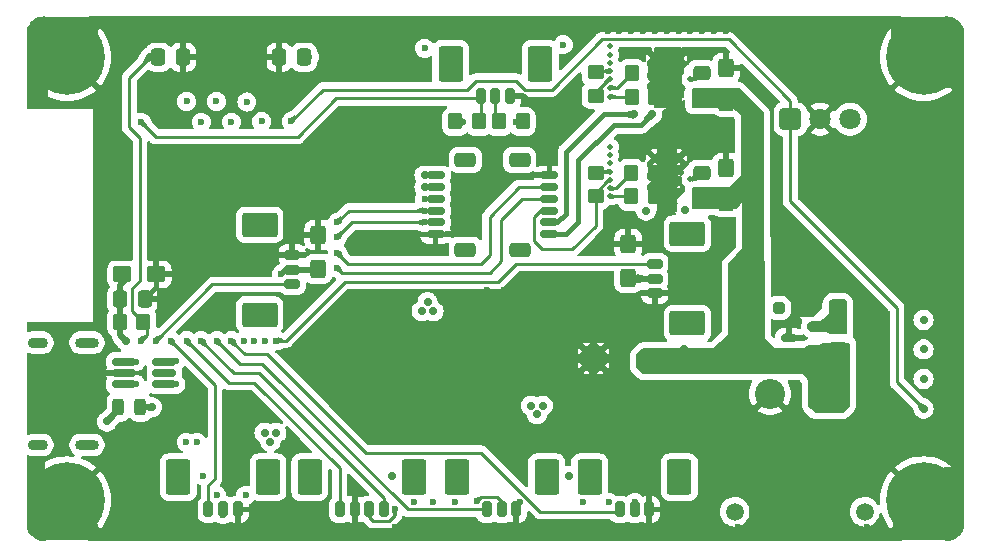
<source format=gbl>
G04 #@! TF.GenerationSoftware,KiCad,Pcbnew,8.0.4*
G04 #@! TF.CreationDate,2024-09-29T21:07:47+02:00*
G04 #@! TF.ProjectId,SUMEC_MK_IV,53554d45-435f-44d4-9b5f-49562e6b6963,v2.1.1*
G04 #@! TF.SameCoordinates,Original*
G04 #@! TF.FileFunction,Copper,L4,Bot*
G04 #@! TF.FilePolarity,Positive*
%FSLAX46Y46*%
G04 Gerber Fmt 4.6, Leading zero omitted, Abs format (unit mm)*
G04 Created by KiCad (PCBNEW 8.0.4) date 2024-09-29 21:07:47*
%MOMM*%
%LPD*%
G01*
G04 APERTURE LIST*
G04 Aperture macros list*
%AMRoundRect*
0 Rectangle with rounded corners*
0 $1 Rounding radius*
0 $2 $3 $4 $5 $6 $7 $8 $9 X,Y pos of 4 corners*
0 Add a 4 corners polygon primitive as box body*
4,1,4,$2,$3,$4,$5,$6,$7,$8,$9,$2,$3,0*
0 Add four circle primitives for the rounded corners*
1,1,$1+$1,$2,$3*
1,1,$1+$1,$4,$5*
1,1,$1+$1,$6,$7*
1,1,$1+$1,$8,$9*
0 Add four rect primitives between the rounded corners*
20,1,$1+$1,$2,$3,$4,$5,0*
20,1,$1+$1,$4,$5,$6,$7,0*
20,1,$1+$1,$6,$7,$8,$9,0*
20,1,$1+$1,$8,$9,$2,$3,0*%
G04 Aperture macros list end*
G04 #@! TA.AperFunction,Conductor*
%ADD10C,0.200000*%
G04 #@! TD*
G04 #@! TA.AperFunction,HeatsinkPad*
%ADD11C,0.500000*%
G04 #@! TD*
G04 #@! TA.AperFunction,HeatsinkPad*
%ADD12R,1.680000X1.680000*%
G04 #@! TD*
G04 #@! TA.AperFunction,ComponentPad*
%ADD13C,0.500000*%
G04 #@! TD*
G04 #@! TA.AperFunction,ComponentPad*
%ADD14R,1.000000X1.000000*%
G04 #@! TD*
G04 #@! TA.AperFunction,ComponentPad*
%ADD15RoundRect,0.250000X-0.250000X0.250000X-0.250000X-0.250000X0.250000X-0.250000X0.250000X0.250000X0*%
G04 #@! TD*
G04 #@! TA.AperFunction,ComponentPad*
%ADD16C,0.800000*%
G04 #@! TD*
G04 #@! TA.AperFunction,ComponentPad*
%ADD17C,6.400000*%
G04 #@! TD*
G04 #@! TA.AperFunction,ComponentPad*
%ADD18C,2.550000*%
G04 #@! TD*
G04 #@! TA.AperFunction,ComponentPad*
%ADD19R,2.550000X2.550000*%
G04 #@! TD*
G04 #@! TA.AperFunction,ComponentPad*
%ADD20C,1.508000*%
G04 #@! TD*
G04 #@! TA.AperFunction,ComponentPad*
%ADD21RoundRect,0.250200X-0.649800X-0.649800X0.649800X-0.649800X0.649800X0.649800X-0.649800X0.649800X0*%
G04 #@! TD*
G04 #@! TA.AperFunction,ComponentPad*
%ADD22C,1.800000*%
G04 #@! TD*
G04 #@! TA.AperFunction,ComponentPad*
%ADD23O,2.000000X0.900000*%
G04 #@! TD*
G04 #@! TA.AperFunction,ComponentPad*
%ADD24O,1.700000X0.900000*%
G04 #@! TD*
G04 #@! TA.AperFunction,SMDPad,CuDef*
%ADD25RoundRect,0.250000X0.337500X0.475000X-0.337500X0.475000X-0.337500X-0.475000X0.337500X-0.475000X0*%
G04 #@! TD*
G04 #@! TA.AperFunction,SMDPad,CuDef*
%ADD26RoundRect,0.250000X0.425000X-0.537500X0.425000X0.537500X-0.425000X0.537500X-0.425000X-0.537500X0*%
G04 #@! TD*
G04 #@! TA.AperFunction,SMDPad,CuDef*
%ADD27RoundRect,0.162500X-0.837500X-0.162500X0.837500X-0.162500X0.837500X0.162500X-0.837500X0.162500X0*%
G04 #@! TD*
G04 #@! TA.AperFunction,SMDPad,CuDef*
%ADD28RoundRect,0.250000X0.350000X0.450000X-0.350000X0.450000X-0.350000X-0.450000X0.350000X-0.450000X0*%
G04 #@! TD*
G04 #@! TA.AperFunction,SMDPad,CuDef*
%ADD29RoundRect,0.150000X-0.625000X0.150000X-0.625000X-0.150000X0.625000X-0.150000X0.625000X0.150000X0*%
G04 #@! TD*
G04 #@! TA.AperFunction,SMDPad,CuDef*
%ADD30RoundRect,0.250000X-0.650000X0.350000X-0.650000X-0.350000X0.650000X-0.350000X0.650000X0.350000X0*%
G04 #@! TD*
G04 #@! TA.AperFunction,SMDPad,CuDef*
%ADD31RoundRect,0.243750X0.243750X0.456250X-0.243750X0.456250X-0.243750X-0.456250X0.243750X-0.456250X0*%
G04 #@! TD*
G04 #@! TA.AperFunction,SMDPad,CuDef*
%ADD32RoundRect,0.150000X0.512500X0.150000X-0.512500X0.150000X-0.512500X-0.150000X0.512500X-0.150000X0*%
G04 #@! TD*
G04 #@! TA.AperFunction,SMDPad,CuDef*
%ADD33RoundRect,0.200000X-0.200000X-0.450000X0.200000X-0.450000X0.200000X0.450000X-0.200000X0.450000X0*%
G04 #@! TD*
G04 #@! TA.AperFunction,SMDPad,CuDef*
%ADD34RoundRect,0.250001X-0.799999X-1.249999X0.799999X-1.249999X0.799999X1.249999X-0.799999X1.249999X0*%
G04 #@! TD*
G04 #@! TA.AperFunction,SMDPad,CuDef*
%ADD35RoundRect,0.250000X-0.337500X-0.475000X0.337500X-0.475000X0.337500X0.475000X-0.337500X0.475000X0*%
G04 #@! TD*
G04 #@! TA.AperFunction,SMDPad,CuDef*
%ADD36RoundRect,0.250000X-0.475000X0.337500X-0.475000X-0.337500X0.475000X-0.337500X0.475000X0.337500X0*%
G04 #@! TD*
G04 #@! TA.AperFunction,SMDPad,CuDef*
%ADD37RoundRect,0.250000X0.450000X-0.350000X0.450000X0.350000X-0.450000X0.350000X-0.450000X-0.350000X0*%
G04 #@! TD*
G04 #@! TA.AperFunction,SMDPad,CuDef*
%ADD38RoundRect,0.200000X-0.450000X0.200000X-0.450000X-0.200000X0.450000X-0.200000X0.450000X0.200000X0*%
G04 #@! TD*
G04 #@! TA.AperFunction,SMDPad,CuDef*
%ADD39RoundRect,0.250001X-1.249999X0.799999X-1.249999X-0.799999X1.249999X-0.799999X1.249999X0.799999X0*%
G04 #@! TD*
G04 #@! TA.AperFunction,SMDPad,CuDef*
%ADD40RoundRect,0.250000X-0.537500X-0.425000X0.537500X-0.425000X0.537500X0.425000X-0.537500X0.425000X0*%
G04 #@! TD*
G04 #@! TA.AperFunction,SMDPad,CuDef*
%ADD41RoundRect,0.150000X0.625000X-0.150000X0.625000X0.150000X-0.625000X0.150000X-0.625000X-0.150000X0*%
G04 #@! TD*
G04 #@! TA.AperFunction,SMDPad,CuDef*
%ADD42RoundRect,0.250000X0.650000X-0.350000X0.650000X0.350000X-0.650000X0.350000X-0.650000X-0.350000X0*%
G04 #@! TD*
G04 #@! TA.AperFunction,SMDPad,CuDef*
%ADD43RoundRect,0.200000X0.450000X-0.200000X0.450000X0.200000X-0.450000X0.200000X-0.450000X-0.200000X0*%
G04 #@! TD*
G04 #@! TA.AperFunction,SMDPad,CuDef*
%ADD44RoundRect,0.250001X1.249999X-0.799999X1.249999X0.799999X-1.249999X0.799999X-1.249999X-0.799999X0*%
G04 #@! TD*
G04 #@! TA.AperFunction,SMDPad,CuDef*
%ADD45RoundRect,0.250000X-0.350000X-0.450000X0.350000X-0.450000X0.350000X0.450000X-0.350000X0.450000X0*%
G04 #@! TD*
G04 #@! TA.AperFunction,ViaPad*
%ADD46C,0.600000*%
G04 #@! TD*
G04 #@! TA.AperFunction,ViaPad*
%ADD47C,0.700000*%
G04 #@! TD*
G04 #@! TA.AperFunction,ViaPad*
%ADD48C,0.500000*%
G04 #@! TD*
G04 #@! TA.AperFunction,Conductor*
%ADD49C,0.500000*%
G04 #@! TD*
G04 #@! TA.AperFunction,Conductor*
%ADD50C,0.450000*%
G04 #@! TD*
G04 #@! TA.AperFunction,Conductor*
%ADD51C,0.250000*%
G04 #@! TD*
G04 APERTURE END LIST*
D10*
X172200000Y-111700000D02*
X172200000Y-114500000D01*
X171650000Y-115050000D01*
X169350000Y-115050000D01*
X168800000Y-114500000D01*
X168800000Y-112250000D01*
X169050000Y-112050000D01*
X169050000Y-111450000D01*
X167750000Y-111450000D01*
X167750000Y-110850000D01*
X169650000Y-110850000D01*
X169950000Y-110550000D01*
X171050000Y-110550000D01*
X172200000Y-111700000D01*
G04 #@! TA.AperFunction,Conductor*
G36*
X172200000Y-111700000D02*
G01*
X172200000Y-114500000D01*
X171650000Y-115050000D01*
X169350000Y-115050000D01*
X168800000Y-114500000D01*
X168800000Y-112250000D01*
X169050000Y-112050000D01*
X169050000Y-111450000D01*
X167750000Y-111450000D01*
X167750000Y-110850000D01*
X169650000Y-110850000D01*
X169950000Y-110550000D01*
X171050000Y-110550000D01*
X172200000Y-111700000D01*
G37*
G04 #@! TD.AperFunction*
X164952155Y-109751553D02*
X162500000Y-109751553D01*
X162000000Y-109251553D01*
X162000000Y-108001553D01*
X162000000Y-102501553D01*
X163250000Y-101251553D01*
X163250000Y-94751553D01*
X163837500Y-94751553D01*
X164906084Y-94751553D01*
X164952155Y-109751553D01*
G04 #@! TA.AperFunction,Conductor*
G36*
X164952155Y-109751553D02*
G01*
X162500000Y-109751553D01*
X162000000Y-109251553D01*
X162000000Y-108001553D01*
X162000000Y-102501553D01*
X163250000Y-101251553D01*
X163250000Y-94751553D01*
X163837500Y-94751553D01*
X164906084Y-94751553D01*
X164952155Y-109751553D01*
G37*
G04 #@! TD.AperFunction*
X172200000Y-112500000D02*
X169000000Y-112500000D01*
X168250000Y-111750000D01*
X160750000Y-111750000D01*
X160750000Y-109750000D01*
X168500000Y-109750000D01*
X168750000Y-109500000D01*
X169750000Y-109500000D01*
X170000000Y-109250000D01*
X171000000Y-109250000D01*
X172200000Y-109250000D01*
X172200000Y-112500000D01*
G04 #@! TA.AperFunction,Conductor*
G36*
X172200000Y-112500000D02*
G01*
X169000000Y-112500000D01*
X168250000Y-111750000D01*
X160750000Y-111750000D01*
X160750000Y-109750000D01*
X168500000Y-109750000D01*
X168750000Y-109500000D01*
X169750000Y-109500000D01*
X170000000Y-109250000D01*
X171000000Y-109250000D01*
X172200000Y-109250000D01*
X172200000Y-112500000D01*
G37*
G04 #@! TD.AperFunction*
X164907500Y-89750000D02*
X164907500Y-95268750D01*
X162637500Y-97800000D01*
X158937500Y-97800000D01*
X158937500Y-96100000D01*
X162137500Y-96100000D01*
X163137500Y-95100000D01*
X163137500Y-89900000D01*
X162337500Y-89200000D01*
X158937500Y-89200000D01*
X158937500Y-87700000D01*
X162837500Y-87700000D01*
X164907500Y-89750000D01*
G04 #@! TA.AperFunction,Conductor*
G36*
X164907500Y-89750000D02*
G01*
X164907500Y-95268750D01*
X162637500Y-97800000D01*
X158937500Y-97800000D01*
X158937500Y-96100000D01*
X162137500Y-96100000D01*
X163137500Y-95100000D01*
X163137500Y-89900000D01*
X162337500Y-89200000D01*
X158937500Y-89200000D01*
X158937500Y-87700000D01*
X162837500Y-87700000D01*
X164907500Y-89750000D01*
G37*
G04 #@! TD.AperFunction*
X108500000Y-81690000D02*
X108500000Y-83250000D01*
X104250000Y-83250000D01*
X104250000Y-89250000D01*
X102650000Y-89250000D01*
X102650000Y-83116000D01*
X103097473Y-82131560D01*
X103930000Y-81680000D01*
X108500000Y-81690000D01*
G04 #@! TA.AperFunction,Conductor*
G36*
X108500000Y-81690000D02*
G01*
X108500000Y-83250000D01*
X104250000Y-83250000D01*
X104250000Y-89250000D01*
X102650000Y-89250000D01*
X102650000Y-83116000D01*
X103097473Y-82131560D01*
X103930000Y-81680000D01*
X108500000Y-81690000D01*
G37*
G04 #@! TD.AperFunction*
X169850000Y-106250000D02*
X169150000Y-106950000D01*
X167750000Y-106950000D01*
X167750000Y-105150000D01*
X169850000Y-105150000D01*
X169850000Y-106250000D01*
G04 #@! TA.AperFunction,Conductor*
G36*
X169850000Y-106250000D02*
G01*
X169150000Y-106950000D01*
X167750000Y-106950000D01*
X167750000Y-105150000D01*
X169850000Y-105150000D01*
X169850000Y-106250000D01*
G37*
G04 #@! TD.AperFunction*
X181800000Y-124740000D02*
X181340859Y-125300857D01*
X180719999Y-125830000D01*
X176000000Y-125830000D01*
X176000000Y-124250000D01*
X180250000Y-124250000D01*
X180250000Y-119750000D01*
X181840000Y-119750000D01*
X181800000Y-124740000D01*
G04 #@! TA.AperFunction,Conductor*
G36*
X181800000Y-124740000D02*
G01*
X181340859Y-125300857D01*
X180719999Y-125830000D01*
X176000000Y-125830000D01*
X176000000Y-124250000D01*
X180250000Y-124250000D01*
X180250000Y-119750000D01*
X181840000Y-119750000D01*
X181800000Y-124740000D01*
G37*
G04 #@! TD.AperFunction*
X104000000Y-124500000D02*
X108500000Y-124500000D01*
X108500000Y-125840000D01*
X103759999Y-125800000D01*
X103250000Y-125500000D01*
X102690000Y-124713334D01*
X102660000Y-118850000D01*
X104000000Y-118850000D01*
X104000000Y-124500000D01*
G04 #@! TA.AperFunction,Conductor*
G36*
X104000000Y-124500000D02*
G01*
X108500000Y-124500000D01*
X108500000Y-125840000D01*
X103759999Y-125800000D01*
X103250000Y-125500000D01*
X102690000Y-124713334D01*
X102660000Y-118850000D01*
X104000000Y-118850000D01*
X104000000Y-124500000D01*
G37*
G04 #@! TD.AperFunction*
X171950000Y-107250000D02*
X171950000Y-108350000D01*
X170550000Y-108350000D01*
X170350000Y-108150000D01*
X168950000Y-108150000D01*
X168750000Y-107950000D01*
X168750000Y-107650000D01*
X168950000Y-107450000D01*
X169850000Y-107450000D01*
X170150000Y-107150000D01*
X171850000Y-107150000D01*
X171950000Y-107250000D01*
G04 #@! TA.AperFunction,Conductor*
G36*
X171950000Y-107250000D02*
G01*
X171950000Y-108350000D01*
X170550000Y-108350000D01*
X170350000Y-108150000D01*
X168950000Y-108150000D01*
X168750000Y-107950000D01*
X168750000Y-107650000D01*
X168950000Y-107450000D01*
X169850000Y-107450000D01*
X170150000Y-107150000D01*
X171850000Y-107150000D01*
X171950000Y-107250000D01*
G37*
G04 #@! TD.AperFunction*
X165850000Y-109700000D02*
X164850000Y-109700000D01*
X164650000Y-109500000D01*
X164650000Y-108500000D01*
X165850000Y-109700000D01*
G04 #@! TA.AperFunction,Conductor*
G36*
X165850000Y-109700000D02*
G01*
X164850000Y-109700000D01*
X164650000Y-109500000D01*
X164650000Y-108500000D01*
X165850000Y-109700000D01*
G37*
G04 #@! TD.AperFunction*
X171050000Y-107250000D02*
X171050000Y-107550000D01*
X169750000Y-107550000D01*
X170550000Y-106750000D01*
X171050000Y-107250000D01*
G04 #@! TA.AperFunction,Conductor*
G36*
X171050000Y-107250000D02*
G01*
X171050000Y-107550000D01*
X169750000Y-107550000D01*
X170550000Y-106750000D01*
X171050000Y-107250000D01*
G37*
G04 #@! TD.AperFunction*
X164750000Y-109250000D02*
X162250000Y-111750000D01*
X154750000Y-111750000D01*
X154250000Y-111250000D01*
X154250000Y-110250000D01*
X154750000Y-109750000D01*
X160750000Y-109750000D01*
X162000000Y-108500000D01*
X162000000Y-105750000D01*
X164750000Y-105750000D01*
X164750000Y-109250000D01*
G04 #@! TA.AperFunction,Conductor*
G36*
X164750000Y-109250000D02*
G01*
X162250000Y-111750000D01*
X154750000Y-111750000D01*
X154250000Y-111250000D01*
X154250000Y-110250000D01*
X154750000Y-109750000D01*
X160750000Y-109750000D01*
X162000000Y-108500000D01*
X162000000Y-105750000D01*
X164750000Y-105750000D01*
X164750000Y-109250000D01*
G37*
G04 #@! TD.AperFunction*
X171950000Y-105750000D02*
X171950000Y-107550000D01*
X171850000Y-107650000D01*
X170550000Y-107650000D01*
X170550000Y-105750000D01*
X170750000Y-105550000D01*
X171750000Y-105550000D01*
X171950000Y-105750000D01*
G04 #@! TA.AperFunction,Conductor*
G36*
X171950000Y-105750000D02*
G01*
X171950000Y-107550000D01*
X171850000Y-107650000D01*
X170550000Y-107650000D01*
X170550000Y-105750000D01*
X170750000Y-105550000D01*
X171750000Y-105550000D01*
X171950000Y-105750000D01*
G37*
G04 #@! TD.AperFunction*
X155750000Y-84250000D02*
X158000000Y-84250000D01*
X158000000Y-89250000D01*
X155750000Y-89250000D01*
X155750000Y-84250000D01*
G04 #@! TA.AperFunction,Conductor*
G36*
X155750000Y-84250000D02*
G01*
X158000000Y-84250000D01*
X158000000Y-89250000D01*
X155750000Y-89250000D01*
X155750000Y-84250000D01*
G37*
G04 #@! TD.AperFunction*
X156000000Y-92750000D02*
X157500000Y-92750000D01*
X157500000Y-98050000D01*
X156000000Y-98050000D01*
X156000000Y-92750000D01*
G04 #@! TA.AperFunction,Conductor*
G36*
X156000000Y-92750000D02*
G01*
X157500000Y-92750000D01*
X157500000Y-98050000D01*
X156000000Y-98050000D01*
X156000000Y-92750000D01*
G37*
G04 #@! TD.AperFunction*
X181350000Y-82300000D02*
X181850000Y-83300000D01*
X181850000Y-87550000D01*
X180350000Y-87550000D01*
X180350000Y-83300000D01*
X175850000Y-83300000D01*
X175850000Y-81670000D01*
X180450000Y-81670000D01*
X181350000Y-82300000D01*
G04 #@! TA.AperFunction,Conductor*
G36*
X181350000Y-82300000D02*
G01*
X181850000Y-83300000D01*
X181850000Y-87550000D01*
X180350000Y-87550000D01*
X180350000Y-83300000D01*
X175850000Y-83300000D01*
X175850000Y-81670000D01*
X180450000Y-81670000D01*
X181350000Y-82300000D01*
G37*
G04 #@! TD.AperFunction*
D11*
X149960000Y-109922500D03*
X149960000Y-111102500D03*
D12*
X150550000Y-110512500D03*
D11*
X151140000Y-109922500D03*
X151140000Y-111102500D03*
D13*
X157750000Y-86050000D03*
X155750000Y-85050000D03*
X157750000Y-94550000D03*
D14*
X171250000Y-106250000D03*
D15*
X168750000Y-106250000D03*
X166250000Y-106250000D03*
D13*
X155750000Y-88000000D03*
X156750000Y-93550000D03*
D16*
X176100000Y-85000000D03*
X176802944Y-83302944D03*
X176802944Y-86697056D03*
X178500000Y-82600000D03*
D17*
X178500000Y-85000000D03*
D16*
X178500000Y-87400000D03*
X180197056Y-83302944D03*
X180197056Y-86697056D03*
X180900000Y-85000000D03*
D13*
X156750000Y-88000000D03*
X155750000Y-93550000D03*
X156750000Y-96500000D03*
D18*
X165500000Y-113500000D03*
D19*
X170500000Y-113500000D03*
D20*
X162500000Y-123500000D03*
X173500000Y-123500000D03*
D13*
X155750000Y-94550000D03*
D21*
X167210000Y-90250000D03*
D22*
X169750000Y-90250000D03*
X172290000Y-90250000D03*
D13*
X156750000Y-87000000D03*
X157750000Y-85050000D03*
X156750000Y-86050000D03*
X157750000Y-95500000D03*
X157750000Y-96500000D03*
D23*
X107670000Y-109175000D03*
X107670000Y-117825000D03*
D24*
X103500000Y-109175000D03*
X103500000Y-117825000D03*
D13*
X157750000Y-93550000D03*
X156750000Y-95500000D03*
X156750000Y-94550000D03*
D16*
X103600000Y-85000000D03*
X104302944Y-83302944D03*
X104302944Y-86697056D03*
X106000000Y-82600000D03*
D17*
X106000000Y-85000000D03*
D16*
X106000000Y-87400000D03*
X107697056Y-83302944D03*
X107697056Y-86697056D03*
X108400000Y-85000000D03*
D13*
X155750000Y-95500000D03*
X157750000Y-88000000D03*
X155750000Y-87000000D03*
D16*
X103600000Y-122500000D03*
X104302944Y-120802944D03*
X104302944Y-124197056D03*
X106000000Y-120100000D03*
D17*
X106000000Y-122500000D03*
D16*
X106000000Y-124900000D03*
X107697056Y-120802944D03*
X107697056Y-124197056D03*
X108400000Y-122500000D03*
D13*
X156750000Y-85050000D03*
X155750000Y-86050000D03*
X157750000Y-87000000D03*
X155750000Y-96500000D03*
D16*
X176100000Y-122500000D03*
X176802944Y-120802944D03*
X176802944Y-124197056D03*
X178500000Y-120100000D03*
D17*
X178500000Y-122500000D03*
D16*
X178500000Y-124900000D03*
X180197056Y-120802944D03*
X180197056Y-124197056D03*
X180900000Y-122500000D03*
D25*
X126037500Y-85000000D03*
X123962500Y-85000000D03*
D26*
X161800000Y-88787500D03*
X161800000Y-85912500D03*
D27*
X110790000Y-112700000D03*
X110790000Y-111750000D03*
X110790000Y-110800000D03*
X114210000Y-110800000D03*
X114210000Y-111750000D03*
X114210000Y-112700000D03*
D28*
X112450000Y-107450000D03*
X110450000Y-107450000D03*
D29*
X146825000Y-95000000D03*
X146825000Y-96000000D03*
X146825000Y-97000000D03*
X146825000Y-98000000D03*
X146825000Y-99000000D03*
X146825000Y-100000000D03*
D30*
X144300000Y-93700000D03*
X144300000Y-101300000D03*
D31*
X112187500Y-114650000D03*
X110312500Y-114650000D03*
D32*
X169387500Y-107800000D03*
X169387500Y-109700000D03*
X167112500Y-108750000D03*
D33*
X141525000Y-123300000D03*
X142775000Y-123300000D03*
X144025000Y-123300000D03*
D34*
X138975000Y-120550000D03*
X146575000Y-120550000D03*
D35*
X113712500Y-85000000D03*
X115787500Y-85000000D03*
D36*
X159700000Y-86312500D03*
X159700000Y-88387500D03*
D37*
X171250000Y-109750000D03*
X171250000Y-107750000D03*
X150737500Y-88300000D03*
X150737500Y-86300000D03*
D36*
X159725000Y-94787500D03*
X159725000Y-96862500D03*
D28*
X144550000Y-90450000D03*
X142550000Y-90450000D03*
D37*
X150737500Y-96800000D03*
X150737500Y-94800000D03*
D35*
X110462500Y-105500000D03*
X112537500Y-105500000D03*
D38*
X155750000Y-102500000D03*
X155750000Y-103750000D03*
X155750000Y-105000000D03*
D39*
X158500000Y-99950000D03*
X158500000Y-107550000D03*
D40*
X110662500Y-103400000D03*
X113537500Y-103400000D03*
D33*
X141000000Y-88300000D03*
X142250000Y-88300000D03*
X143500000Y-88300000D03*
D34*
X138450000Y-85550000D03*
X146050000Y-85550000D03*
D33*
X152775000Y-123300000D03*
X154025000Y-123300000D03*
X155275000Y-123300000D03*
D34*
X150225000Y-120550000D03*
X157825000Y-120550000D03*
D28*
X155750000Y-96800000D03*
X153750000Y-96800000D03*
D41*
X137175000Y-100000000D03*
X137175000Y-99000000D03*
X137175000Y-98000000D03*
X137175000Y-97000000D03*
X137175000Y-96000000D03*
X137175000Y-95000000D03*
D42*
X139700000Y-101300000D03*
X139700000Y-93700000D03*
D28*
X155800000Y-88350000D03*
X153800000Y-88350000D03*
D43*
X125050000Y-104250000D03*
X125050000Y-103000000D03*
X125050000Y-101750000D03*
D44*
X122300000Y-106800000D03*
X122300000Y-99200000D03*
D33*
X117950000Y-123300000D03*
X119200000Y-123300000D03*
X120450000Y-123300000D03*
D34*
X115400000Y-120550000D03*
X123000000Y-120550000D03*
D26*
X127250000Y-102937500D03*
X127250000Y-100062500D03*
X161775000Y-97262500D03*
X161775000Y-94387500D03*
D28*
X155800000Y-86350000D03*
X153800000Y-86350000D03*
X155750000Y-94800000D03*
X153750000Y-94800000D03*
D26*
X153500000Y-103687500D03*
X153500000Y-100812500D03*
D45*
X138850000Y-90450000D03*
X140850000Y-90450000D03*
D33*
X129075000Y-123300000D03*
X130325000Y-123300000D03*
X131575000Y-123300000D03*
X132825000Y-123300000D03*
D34*
X126525000Y-120550000D03*
X135375000Y-120550000D03*
D46*
X116950000Y-117600000D03*
X117500000Y-120450000D03*
D47*
X133500000Y-120500000D03*
X148500000Y-120450000D03*
D46*
X116075000Y-117600000D03*
X167750000Y-124750000D03*
X150250000Y-125500000D03*
X136250000Y-94000000D03*
X143750000Y-105250000D03*
X146750000Y-82750000D03*
X173250000Y-125500000D03*
X111250000Y-125500000D03*
X181500000Y-91500000D03*
X166094048Y-96378049D03*
X173250000Y-82000000D03*
X157250000Y-125500000D03*
X142250000Y-110250000D03*
X169594048Y-117378049D03*
X109250000Y-125500000D03*
X147500000Y-104750000D03*
X132750000Y-115750000D03*
X136250000Y-125500000D03*
X117100000Y-96400000D03*
X109750000Y-124750000D03*
X131094048Y-106878049D03*
X134250000Y-82000000D03*
X168750000Y-82750000D03*
X112250000Y-82000000D03*
X138750000Y-117250000D03*
X161250000Y-125500000D03*
X142250000Y-82000000D03*
X131250000Y-82000000D03*
X134750000Y-124750000D03*
X132250000Y-116500000D03*
X142250000Y-112250000D03*
X148594048Y-117378049D03*
X136250000Y-116500000D03*
X173094048Y-117378049D03*
X139250000Y-82000000D03*
X153250000Y-82000000D03*
X143000000Y-114750000D03*
X141500000Y-109750000D03*
X109250000Y-82000000D03*
X176600000Y-99900000D03*
X169594048Y-85878049D03*
X103000000Y-107700000D03*
X160750000Y-82750000D03*
X124250000Y-82000000D03*
X132750000Y-82750000D03*
X131250000Y-125500000D03*
X161750000Y-124750000D03*
X114250000Y-82000000D03*
X117750000Y-82750000D03*
X119250000Y-125500000D03*
X141500000Y-106750000D03*
X143750000Y-82750000D03*
X180750000Y-97000000D03*
X144500000Y-104750000D03*
X149000000Y-104750000D03*
X172750000Y-124750000D03*
X120594048Y-96378049D03*
X166050000Y-85900000D03*
X155750000Y-124750000D03*
X169750000Y-124750000D03*
X111750000Y-82750000D03*
D48*
X135250000Y-112500000D03*
D46*
X165750000Y-124750000D03*
X168250000Y-125500000D03*
X142250000Y-125500000D03*
X113250000Y-125500000D03*
X144250000Y-82000000D03*
X126250000Y-125500000D03*
X162594048Y-120878049D03*
X103750000Y-114000000D03*
X174750000Y-82750000D03*
X169250000Y-125500000D03*
X125750000Y-82750000D03*
X150750000Y-82750000D03*
X152094048Y-117378049D03*
X181500000Y-96500000D03*
X141250000Y-82000000D03*
X110094048Y-96378049D03*
X157250000Y-82000000D03*
X164750000Y-82750000D03*
X151750000Y-82750000D03*
X147250000Y-125500000D03*
X147250000Y-82000000D03*
X145750000Y-82750000D03*
X137250000Y-125500000D03*
X181500000Y-100500000D03*
X139250000Y-125500000D03*
X120250000Y-125500000D03*
X111750000Y-124750000D03*
X181500000Y-113500000D03*
X180750000Y-113000000D03*
X103000000Y-113500000D03*
X154750000Y-82750000D03*
X144750000Y-82750000D03*
X137250000Y-82000000D03*
X129250000Y-125500000D03*
X181500000Y-108500000D03*
X117250000Y-82000000D03*
X140250000Y-82000000D03*
X170250000Y-82000000D03*
X134250000Y-116500000D03*
X162750000Y-124750000D03*
X180750000Y-119000000D03*
X180750000Y-106000000D03*
X180750000Y-109000000D03*
X113250000Y-82000000D03*
X117750000Y-124750000D03*
X180750000Y-99000000D03*
X149000000Y-105750000D03*
X128750000Y-82750000D03*
X123250000Y-125500000D03*
X130250000Y-125500000D03*
X163750000Y-124750000D03*
X152250000Y-125500000D03*
X181500000Y-104500000D03*
X159094048Y-113878049D03*
X181500000Y-92500000D03*
X173100000Y-99900000D03*
X158250000Y-82000000D03*
X141750000Y-82750000D03*
X143000000Y-115750000D03*
X161250000Y-82000000D03*
X151250000Y-82000000D03*
X172750000Y-82750000D03*
X159250000Y-125500000D03*
X170250000Y-125500000D03*
X127250000Y-82000000D03*
X137750000Y-124750000D03*
X181500000Y-109500000D03*
X155594048Y-113878049D03*
X156250000Y-125500000D03*
X143000000Y-104750000D03*
X128250000Y-125500000D03*
X146250000Y-82000000D03*
X141500000Y-107750000D03*
X171250000Y-125500000D03*
X180750000Y-107000000D03*
X111250000Y-82000000D03*
X141500000Y-113750000D03*
X181500000Y-98500000D03*
X149750000Y-124750000D03*
X141500000Y-114750000D03*
X180750000Y-116000000D03*
X151250000Y-125500000D03*
X173750000Y-82750000D03*
X174750000Y-124750000D03*
X142250000Y-106250000D03*
X153750000Y-82750000D03*
X176600000Y-103400000D03*
X181500000Y-105500000D03*
X180750000Y-102000000D03*
X180750000Y-93000000D03*
X124250000Y-125500000D03*
X180750000Y-111000000D03*
X180750000Y-103000000D03*
X146250000Y-125500000D03*
X132750000Y-117250000D03*
X180750000Y-101000000D03*
X119025000Y-105550000D03*
X103000000Y-115500000D03*
X127750000Y-82750000D03*
X136750000Y-82750000D03*
X180750000Y-90000000D03*
X143750000Y-115250000D03*
X152250000Y-82000000D03*
X113600000Y-96350000D03*
X117094048Y-92878049D03*
X133750000Y-124750000D03*
X139250000Y-113500000D03*
X110100000Y-92900000D03*
X121800000Y-109000000D03*
X138750000Y-114250000D03*
X113600000Y-120900000D03*
X138250000Y-116500000D03*
X138750000Y-82750000D03*
X142250000Y-105250000D03*
X169594048Y-120878049D03*
X181500000Y-106500000D03*
X162250000Y-125500000D03*
X114250000Y-125500000D03*
X159750000Y-82750000D03*
X143250000Y-82000000D03*
X103000000Y-116500000D03*
X180750000Y-117000000D03*
X124750000Y-82750000D03*
X139750000Y-82750000D03*
X159094048Y-103378049D03*
X119750000Y-118750000D03*
X180750000Y-100000000D03*
X181500000Y-97500000D03*
X156250000Y-82000000D03*
X181500000Y-111500000D03*
X128500000Y-110500000D03*
X154250000Y-125500000D03*
X143250000Y-125500000D03*
X103000000Y-112500000D03*
X142250000Y-113250000D03*
X173094048Y-85878049D03*
X138250000Y-125500000D03*
X145250000Y-82000000D03*
X132250000Y-125500000D03*
X135750000Y-82750000D03*
X144500000Y-105750000D03*
X136750000Y-117250000D03*
X130250000Y-82000000D03*
X166094048Y-92878049D03*
X171750000Y-124750000D03*
X155250000Y-82000000D03*
X153750000Y-124750000D03*
X175250000Y-125500000D03*
X151750000Y-124750000D03*
X135250000Y-125500000D03*
X170750000Y-124750000D03*
X170750000Y-82750000D03*
X166094048Y-103378049D03*
X146750000Y-105250000D03*
X115750000Y-82750000D03*
X180750000Y-104000000D03*
X124094048Y-96378049D03*
X181500000Y-114500000D03*
X103000000Y-114500000D03*
X116250000Y-82000000D03*
X117100000Y-103400000D03*
X133250000Y-116500000D03*
X114750000Y-82750000D03*
X180750000Y-118000000D03*
X103000000Y-111500000D03*
X121750000Y-124750000D03*
X174250000Y-82000000D03*
D47*
X167112500Y-108750000D03*
D46*
X166750000Y-124750000D03*
X120600000Y-103400000D03*
X138800000Y-122650000D03*
X152750000Y-124750000D03*
X162594048Y-113878049D03*
X173094048Y-96378049D03*
X176594048Y-117378049D03*
X164250000Y-125500000D03*
X171250000Y-82000000D03*
X180750000Y-112000000D03*
X181500000Y-93500000D03*
X135750000Y-117250000D03*
X118250000Y-82000000D03*
X103750000Y-115000000D03*
X176594048Y-89378049D03*
X155750000Y-82750000D03*
X166094048Y-117378049D03*
X168250000Y-82000000D03*
X103750000Y-112000000D03*
X163250000Y-125500000D03*
X136750000Y-124750000D03*
X181500000Y-88500000D03*
X134750000Y-117250000D03*
X167250000Y-82000000D03*
X103000000Y-110500000D03*
X131750000Y-117250000D03*
X146000000Y-104750000D03*
X132250000Y-82000000D03*
X141500000Y-108750000D03*
X116250000Y-125500000D03*
X135250000Y-82000000D03*
X181500000Y-94500000D03*
X180750000Y-95000000D03*
X155250000Y-125500000D03*
X181500000Y-107500000D03*
X138750000Y-112750000D03*
X166750000Y-82750000D03*
X103750000Y-111000000D03*
X119250000Y-82000000D03*
X180750000Y-91000000D03*
X158750000Y-82750000D03*
X139750000Y-124750000D03*
X135750000Y-124750000D03*
X103750000Y-116000000D03*
X161750000Y-82750000D03*
X156750000Y-82750000D03*
X181500000Y-103500000D03*
X138750000Y-124750000D03*
X160250000Y-125500000D03*
X150250000Y-82000000D03*
X103750000Y-113000000D03*
X110250000Y-82000000D03*
X176594048Y-92878049D03*
X142250000Y-109250000D03*
X133250000Y-82000000D03*
X122750000Y-124750000D03*
X157750000Y-82750000D03*
X118750000Y-124750000D03*
X166250000Y-125500000D03*
X132750000Y-114250000D03*
X181500000Y-115500000D03*
X175250000Y-82000000D03*
X165250000Y-125500000D03*
X181500000Y-89500000D03*
X113594048Y-99878049D03*
X110750000Y-124750000D03*
X165250000Y-82000000D03*
X149250000Y-125500000D03*
X167250000Y-125500000D03*
X142250000Y-115250000D03*
X163250000Y-82000000D03*
X127250000Y-125500000D03*
X150750000Y-124750000D03*
X109750000Y-82750000D03*
X141500000Y-111750000D03*
X142250000Y-108250000D03*
X141500000Y-105750000D03*
X133250000Y-125500000D03*
X165750000Y-82750000D03*
X120750000Y-124750000D03*
X162594048Y-117378049D03*
X180750000Y-89000000D03*
X125250000Y-125500000D03*
X159250000Y-82000000D03*
X118250000Y-125500000D03*
X134250000Y-125500000D03*
X112250000Y-125500000D03*
X162250000Y-82000000D03*
X180750000Y-105000000D03*
X181500000Y-95500000D03*
X129750000Y-82750000D03*
X149750000Y-82750000D03*
X117250000Y-125500000D03*
X148250000Y-82000000D03*
X172250000Y-82000000D03*
X122750000Y-82750000D03*
X180750000Y-98000000D03*
X162750000Y-82750000D03*
X180750000Y-114000000D03*
X139750000Y-114250000D03*
X159750000Y-124750000D03*
X169250000Y-82000000D03*
X180750000Y-110000000D03*
X141500000Y-115750000D03*
X148750000Y-124750000D03*
X140250000Y-125500000D03*
X121750000Y-82750000D03*
X144250000Y-125500000D03*
X147750000Y-82750000D03*
X120750000Y-82750000D03*
X140750000Y-82750000D03*
X146000000Y-105750000D03*
X173094048Y-92878049D03*
X141500000Y-104750000D03*
X130750000Y-82750000D03*
X180750000Y-108000000D03*
X160750000Y-124750000D03*
X168750000Y-124750000D03*
X144338809Y-122661191D03*
X122250000Y-125500000D03*
X113600000Y-92850000D03*
X121250000Y-82000000D03*
X181500000Y-119500000D03*
X166094048Y-120878049D03*
X142750000Y-82750000D03*
X110250000Y-125500000D03*
X158250000Y-125500000D03*
X142250000Y-107250000D03*
X169594048Y-96378049D03*
X139250000Y-115000000D03*
X137750000Y-82750000D03*
X181500000Y-90500000D03*
X139750000Y-112750000D03*
X154750000Y-124750000D03*
X132250000Y-115000000D03*
X125250000Y-82000000D03*
X180750000Y-92000000D03*
X123250000Y-82000000D03*
X167750000Y-82750000D03*
X112750000Y-124750000D03*
X173094048Y-120878049D03*
X126250000Y-82000000D03*
X110750000Y-82750000D03*
X110094048Y-120878049D03*
X131750000Y-114250000D03*
X148500000Y-90500000D03*
X112750000Y-82750000D03*
X139750000Y-117250000D03*
X116750000Y-82750000D03*
X169594048Y-103378049D03*
X169750000Y-82750000D03*
X155594048Y-117378049D03*
X141500000Y-112750000D03*
X159094048Y-117378049D03*
X164750000Y-124750000D03*
X139750000Y-115750000D03*
X154250000Y-82000000D03*
X124750000Y-124750000D03*
X123750000Y-124750000D03*
X113750000Y-82750000D03*
X166250000Y-82000000D03*
X134750000Y-82750000D03*
X164250000Y-82000000D03*
X122250000Y-82000000D03*
X110094048Y-99878049D03*
X133750000Y-82750000D03*
X171750000Y-82750000D03*
X120250000Y-82000000D03*
X143000000Y-105750000D03*
X181500000Y-112500000D03*
X142250000Y-111250000D03*
X115250000Y-82000000D03*
X138250000Y-82000000D03*
X160250000Y-82000000D03*
X180750000Y-96000000D03*
X123750000Y-82750000D03*
X172250000Y-125500000D03*
X141250000Y-125500000D03*
X148250000Y-125500000D03*
X163750000Y-82750000D03*
X148250000Y-105250000D03*
X136250000Y-82000000D03*
X131750000Y-82750000D03*
X155594048Y-106878049D03*
X126750000Y-82750000D03*
X181500000Y-116500000D03*
X173750000Y-124750000D03*
X181500000Y-101500000D03*
X147500000Y-105750000D03*
X181500000Y-110500000D03*
X124500000Y-122750000D03*
X121250000Y-125500000D03*
X133750000Y-117250000D03*
X135250000Y-116500000D03*
X119750000Y-82750000D03*
X145250000Y-105250000D03*
X119750000Y-124750000D03*
X152750000Y-82750000D03*
X181500000Y-102500000D03*
X169594048Y-92878049D03*
X137250000Y-116500000D03*
X128250000Y-82000000D03*
X181500000Y-99500000D03*
X142250000Y-114250000D03*
X181500000Y-117500000D03*
X131750000Y-115750000D03*
X180750000Y-94000000D03*
X176594048Y-96378049D03*
X180750000Y-115000000D03*
X145250000Y-125500000D03*
X115250000Y-125500000D03*
X149250000Y-82000000D03*
X141500000Y-110750000D03*
X129250000Y-82000000D03*
X153250000Y-125500000D03*
X138750000Y-115750000D03*
X181500000Y-118500000D03*
X118750000Y-82750000D03*
X139250000Y-116500000D03*
X137750000Y-117250000D03*
X148750000Y-82750000D03*
X174250000Y-125500000D03*
D47*
X136000000Y-106500000D03*
D46*
X124100000Y-103400000D03*
X136250000Y-97000000D03*
D48*
X151952080Y-95399850D03*
D46*
X140659769Y-122621534D03*
X133724999Y-123250000D03*
X148000000Y-83933058D03*
D47*
X154250000Y-103750000D03*
X136500000Y-105750000D03*
D46*
X154050000Y-122700000D03*
X136250000Y-84250000D03*
X144000000Y-90500000D03*
X119200000Y-123750000D03*
D47*
X110950000Y-109000000D03*
X178500000Y-107250000D03*
D48*
X151937500Y-86881250D03*
D46*
X139500000Y-90500000D03*
D47*
X137000000Y-106500000D03*
X146250000Y-114500000D03*
X123700000Y-116800000D03*
X145250000Y-114500000D03*
X123200000Y-117550000D03*
X145750000Y-115250000D03*
X122700000Y-116800000D03*
D48*
X158750000Y-86875000D03*
X158761347Y-95325000D03*
D47*
X114850000Y-111750000D03*
X113150000Y-114650000D03*
X113000000Y-85000000D03*
D46*
X112250000Y-109000000D03*
X126500000Y-85000000D03*
D48*
X151937500Y-84781241D03*
D46*
X118630000Y-88750000D03*
X121200000Y-88800000D03*
D48*
X151937500Y-94000000D03*
X151937500Y-85481244D03*
D47*
X154000000Y-89850000D03*
D48*
X151937500Y-84081238D03*
D46*
X116100000Y-88750000D03*
D47*
X155500000Y-89850000D03*
D46*
X122450000Y-90450000D03*
D48*
X151937500Y-86181247D03*
X151937500Y-94700000D03*
X151937500Y-88350000D03*
X151937500Y-96800000D03*
D46*
X119900000Y-90500000D03*
D48*
X151937500Y-92599994D03*
D47*
X136250000Y-96000000D03*
X158312634Y-97979006D03*
X136250000Y-95000000D03*
X155000000Y-98000000D03*
D48*
X151937500Y-93299997D03*
D46*
X117350000Y-90500000D03*
X123700000Y-109000000D03*
X118650000Y-122100000D03*
X120950000Y-109000000D03*
X135337500Y-122662500D03*
X149650000Y-122700000D03*
X122700000Y-109000000D03*
X137000000Y-122675000D03*
X121100000Y-122100000D03*
X151850000Y-122700000D03*
X113507824Y-109000000D03*
X119900000Y-109000000D03*
X114750000Y-109000000D03*
X118650000Y-109000000D03*
X117350000Y-109000000D03*
X116100000Y-109000000D03*
X112250000Y-90500000D03*
X128850000Y-102850000D03*
X128850000Y-101550000D03*
D47*
X178500000Y-112250000D03*
D46*
X136250000Y-99000000D03*
X128850000Y-100250000D03*
X136250000Y-98000000D03*
X128850000Y-99000000D03*
D47*
X178500000Y-109750000D03*
D46*
X124950000Y-90450000D03*
D47*
X178500000Y-114750000D03*
D46*
X115200000Y-110750000D03*
X115200000Y-112700000D03*
X111800000Y-110800000D03*
X111800000Y-112700000D03*
D48*
X151937500Y-87581253D03*
X151943467Y-96100000D03*
D47*
X161087500Y-88750000D03*
X162337500Y-88750000D03*
X155250000Y-111250000D03*
X154500000Y-110750000D03*
X161087500Y-97000000D03*
X155250000Y-110250000D03*
X162337500Y-97000000D03*
X158250000Y-109750000D03*
X109362500Y-115850000D03*
D49*
X143500000Y-88300000D02*
X144550000Y-88300000D01*
X167112500Y-108750000D02*
X167112500Y-107559682D01*
D50*
X113537500Y-104500000D02*
X113537500Y-103400000D01*
X112537500Y-105500000D02*
X113537500Y-104500000D01*
D49*
X144550000Y-88300000D02*
X145250000Y-89000000D01*
X167112500Y-107559682D02*
X168422182Y-106250000D01*
X110790000Y-111750000D02*
X109150000Y-111750000D01*
D51*
X119200000Y-123750000D02*
X119200000Y-123300000D01*
X140659769Y-122621534D02*
X141031303Y-122250000D01*
X145525000Y-98525001D02*
X145525000Y-100575000D01*
X148750000Y-101250000D02*
X150737500Y-99262500D01*
X151837650Y-95399850D02*
X151712500Y-95525000D01*
D49*
X139450000Y-90450000D02*
X138850000Y-90450000D01*
D51*
X146200000Y-101250000D02*
X148750000Y-101250000D01*
X141031303Y-122250000D02*
X142375000Y-122250000D01*
X145525000Y-100575000D02*
X146200000Y-101250000D01*
X133248004Y-124275000D02*
X131900000Y-124275000D01*
D49*
X124100000Y-103400000D02*
X124500000Y-103000000D01*
D51*
X151824330Y-86881250D02*
X150737500Y-87968080D01*
X146050001Y-98000000D02*
X145525000Y-98525001D01*
X133724999Y-123798005D02*
X133248004Y-124275000D01*
D49*
X110500000Y-108550000D02*
X110500000Y-104312500D01*
X124500000Y-103000000D02*
X125050000Y-103000000D01*
D51*
X150737500Y-99262500D02*
X150737500Y-96800000D01*
X150737500Y-96492794D02*
X150737500Y-96800000D01*
D49*
X110500000Y-104312500D02*
X111162500Y-103650000D01*
D51*
X133724999Y-123250000D02*
X133724999Y-123798005D01*
D49*
X127187500Y-103000000D02*
X127250000Y-102937500D01*
D51*
X151952080Y-95399850D02*
X151837650Y-95399850D01*
X151937500Y-86881250D02*
X151824330Y-86881250D01*
X151705294Y-95525000D02*
X150737500Y-96492794D01*
D49*
X139500000Y-90500000D02*
X139450000Y-90450000D01*
D51*
X131575000Y-123950000D02*
X131575000Y-123300000D01*
X142375000Y-122250000D02*
X142775000Y-122650000D01*
D49*
X155750000Y-103750000D02*
X154250000Y-103750000D01*
D51*
X151712500Y-95525000D02*
X151705294Y-95525000D01*
D49*
X125050000Y-103000000D02*
X127187500Y-103000000D01*
D51*
X142775000Y-122650000D02*
X142775000Y-123300000D01*
X150737500Y-87968080D02*
X150737500Y-88300000D01*
D49*
X110950000Y-109000000D02*
X110500000Y-108550000D01*
D51*
X146825000Y-98000000D02*
X146050001Y-98000000D01*
X144050000Y-90450000D02*
X144550000Y-90450000D01*
X131900000Y-124275000D02*
X131575000Y-123950000D01*
X144000000Y-90500000D02*
X144050000Y-90450000D01*
X159137500Y-86875000D02*
X159700000Y-86312500D01*
X158750000Y-86875000D02*
X159137500Y-86875000D01*
X158761347Y-95325000D02*
X159187500Y-95325000D01*
X159187500Y-95325000D02*
X159725000Y-94787500D01*
D50*
X113150000Y-114650000D02*
X112187500Y-114650000D01*
D51*
X111250000Y-86750000D02*
X111250000Y-90950000D01*
X113000000Y-85000000D02*
X111250000Y-86750000D01*
X111500000Y-106500000D02*
X112500000Y-107500000D01*
X113000000Y-85000000D02*
X113712500Y-85000000D01*
X112150000Y-103923357D02*
X111500000Y-104573357D01*
X112750000Y-108500000D02*
X112250000Y-109000000D01*
X112150000Y-91850000D02*
X112150000Y-103923357D01*
X111500000Y-104573357D02*
X111500000Y-106500000D01*
X111250000Y-90950000D02*
X112150000Y-91850000D01*
X112750000Y-107500000D02*
X112750000Y-108500000D01*
D50*
X147500000Y-99000000D02*
X146825000Y-99000000D01*
X148250000Y-93000000D02*
X148250000Y-98250000D01*
X154000000Y-89850000D02*
X151400000Y-89850000D01*
X151400000Y-89850000D02*
X148250000Y-93000000D01*
X148250000Y-98250000D02*
X147500000Y-99000000D01*
X149250000Y-99000000D02*
X148250000Y-100000000D01*
X148250000Y-100000000D02*
X146825000Y-100000000D01*
X149250000Y-93750000D02*
X149250000Y-99000000D01*
X154600000Y-90750000D02*
X152250000Y-90750000D01*
X152250000Y-90750000D02*
X149250000Y-93750000D01*
X155500000Y-89850000D02*
X154600000Y-90750000D01*
D51*
X151937500Y-94700000D02*
X150837500Y-94700000D01*
X150856253Y-86181247D02*
X150737500Y-86300000D01*
X151937500Y-86181247D02*
X150856253Y-86181247D01*
X150837500Y-94700000D02*
X150737500Y-94800000D01*
X153800000Y-88350000D02*
X151937500Y-88350000D01*
X153750000Y-96800000D02*
X151937500Y-96800000D01*
X142500000Y-104000000D02*
X129500000Y-104000000D01*
X129500000Y-104000000D02*
X124500000Y-109000000D01*
X155750000Y-102500000D02*
X144000000Y-102500000D01*
X144000000Y-102500000D02*
X142500000Y-104000000D01*
X124500000Y-109000000D02*
X123700000Y-109000000D01*
X118289771Y-104250000D02*
X125050000Y-104250000D01*
X113507824Y-109000000D02*
X113539771Y-109000000D01*
X113539771Y-109000000D02*
X118289771Y-104250000D01*
X131250000Y-118500000D02*
X141061502Y-118500000D01*
X119900000Y-109000000D02*
X121050000Y-110150000D01*
X121050000Y-110150000D02*
X122900000Y-110150000D01*
X152575000Y-123500000D02*
X152775000Y-123300000D01*
X146061502Y-123500000D02*
X152575000Y-123500000D01*
X122900000Y-110150000D02*
X131250000Y-118500000D01*
X141061502Y-118500000D02*
X146061502Y-123500000D01*
X117950000Y-121258471D02*
X118500000Y-120708471D01*
X117950000Y-123300000D02*
X117950000Y-121258471D01*
X118500000Y-120708471D02*
X118500000Y-112750000D01*
X118500000Y-112750000D02*
X114750000Y-109000000D01*
X134850000Y-123300000D02*
X122500000Y-110950000D01*
X118650000Y-109000000D02*
X118600000Y-109000000D01*
X120600000Y-110950000D02*
X118650000Y-109000000D01*
X141525000Y-123300000D02*
X134850000Y-123300000D01*
X122500000Y-110950000D02*
X120600000Y-110950000D01*
X120100000Y-111750000D02*
X117350000Y-109000000D01*
X117350000Y-109000000D02*
X117500000Y-109000000D01*
X132825000Y-123300000D02*
X132825000Y-122325000D01*
X122250000Y-111750000D02*
X120100000Y-111750000D01*
X132825000Y-122325000D02*
X122250000Y-111750000D01*
X129075000Y-119800000D02*
X129075000Y-123300000D01*
X119650000Y-112550000D02*
X121825000Y-112550000D01*
X121825000Y-112550000D02*
X129075000Y-119800000D01*
X116100000Y-109000000D02*
X119650000Y-112550000D01*
X116250000Y-109000000D02*
X116100000Y-109000000D01*
X128750000Y-88500000D02*
X140800000Y-88500000D01*
X112250000Y-90500000D02*
X113500000Y-91750000D01*
X125500000Y-91750000D02*
X128750000Y-88500000D01*
X141000000Y-90300000D02*
X140850000Y-90450000D01*
X141000000Y-88300000D02*
X141000000Y-90300000D01*
X113500000Y-91750000D02*
X125500000Y-91750000D01*
X140800000Y-88500000D02*
X141000000Y-88300000D01*
X129250000Y-103250000D02*
X141750000Y-103250000D01*
X144500000Y-97000000D02*
X147325000Y-97000000D01*
X128850000Y-102850000D02*
X129250000Y-103250000D01*
X142750000Y-102250000D02*
X142750000Y-98750000D01*
X141750000Y-103250000D02*
X142750000Y-102250000D01*
X142750000Y-98750000D02*
X144500000Y-97000000D01*
X144250000Y-96000000D02*
X141750000Y-98500000D01*
X128850000Y-101550000D02*
X128900000Y-101500000D01*
X129800000Y-102500000D02*
X128850000Y-101550000D01*
X141750000Y-98500000D02*
X141750000Y-101750000D01*
X128900000Y-101500000D02*
X129000000Y-101500000D01*
X141000000Y-102500000D02*
X129800000Y-102500000D01*
X141750000Y-101750000D02*
X141000000Y-102500000D01*
X147325000Y-96000000D02*
X144250000Y-96000000D01*
X128940982Y-100279509D02*
X128879509Y-100279509D01*
X136250000Y-99000000D02*
X130100000Y-99000000D01*
X128879509Y-100279509D02*
X128850000Y-100250000D01*
X130100000Y-99000000D02*
X128850000Y-100250000D01*
X129850000Y-98000000D02*
X128850000Y-99000000D01*
X136250000Y-98000000D02*
X129850000Y-98000000D01*
X151243762Y-83506238D02*
X162006238Y-83506238D01*
X167210000Y-97210000D02*
X176250000Y-106250000D01*
X147000000Y-87750000D02*
X151243762Y-83506238D01*
X124950000Y-90450000D02*
X127650000Y-87750000D01*
X127650000Y-87750000D02*
X139825998Y-87750000D01*
X176250000Y-112500000D02*
X178500000Y-114750000D01*
X176250000Y-106250000D02*
X176250000Y-112500000D01*
X144750000Y-87750000D02*
X147000000Y-87750000D01*
X162006238Y-83506238D02*
X167210000Y-88710000D01*
X139825998Y-87750000D02*
X140575998Y-87000000D01*
X140575998Y-87000000D02*
X144000000Y-87000000D01*
X144000000Y-87000000D02*
X144750000Y-87750000D01*
X167210000Y-88710000D02*
X167210000Y-90275000D01*
X167210000Y-90275000D02*
X167210000Y-97210000D01*
X142250000Y-89900000D02*
X142550000Y-90200000D01*
X142250000Y-88050000D02*
X142250000Y-89900000D01*
X110790000Y-110800000D02*
X111650000Y-110800000D01*
X152568747Y-87581253D02*
X151937500Y-87581253D01*
X153800000Y-86350000D02*
X152568747Y-87581253D01*
X152450000Y-96100000D02*
X151943467Y-96100000D01*
X153750000Y-94800000D02*
X152450000Y-96100000D01*
D49*
X158250000Y-109750000D02*
X158250000Y-110750000D01*
X109362500Y-115850000D02*
X110312500Y-114900000D01*
X110312500Y-114900000D02*
X110312500Y-114650000D01*
G04 #@! TA.AperFunction,Conductor*
G36*
X104779588Y-123542330D02*
G01*
X104957670Y-123720412D01*
X105059300Y-123794251D01*
X103564648Y-125288903D01*
X103564649Y-125288904D01*
X103822206Y-125497468D01*
X104147456Y-125708689D01*
X104159869Y-125715014D01*
X104210666Y-125762988D01*
X104227462Y-125830809D01*
X104204926Y-125896944D01*
X104150211Y-125940396D01*
X104103576Y-125949500D01*
X104004875Y-125949500D01*
X103995146Y-125949118D01*
X103782975Y-125932419D01*
X103763757Y-125929375D01*
X103561569Y-125880834D01*
X103543063Y-125874821D01*
X103350955Y-125795247D01*
X103333618Y-125786413D01*
X103156327Y-125677769D01*
X103140585Y-125666332D01*
X102982469Y-125531288D01*
X102968711Y-125517530D01*
X102833667Y-125359414D01*
X102822230Y-125343672D01*
X102713586Y-125166381D01*
X102704752Y-125149044D01*
X102690382Y-125114353D01*
X102625176Y-124956930D01*
X102619167Y-124938437D01*
X102570623Y-124736237D01*
X102567580Y-124717024D01*
X102564929Y-124683344D01*
X102550882Y-124504853D01*
X102550500Y-124495124D01*
X102550500Y-124396424D01*
X102570185Y-124329385D01*
X102622989Y-124283630D01*
X102692147Y-124273686D01*
X102755703Y-124302711D01*
X102784986Y-124340131D01*
X102791310Y-124352543D01*
X103002531Y-124677793D01*
X103211095Y-124935350D01*
X103211096Y-124935350D01*
X104705748Y-123440698D01*
X104779588Y-123542330D01*
G37*
G04 #@! TD.AperFunction*
G04 #@! TA.AperFunction,Conductor*
G36*
X119318388Y-113080707D02*
G01*
X119353714Y-113104312D01*
X119373203Y-113112384D01*
X119431662Y-113136599D01*
X119431667Y-113136600D01*
X119431671Y-113136602D01*
X119467548Y-113151463D01*
X119527971Y-113163481D01*
X119588393Y-113175500D01*
X119588394Y-113175500D01*
X121514548Y-113175500D01*
X121581587Y-113195185D01*
X121602229Y-113211819D01*
X124235296Y-115844887D01*
X124268781Y-115906210D01*
X124263797Y-115975902D01*
X124221925Y-116031835D01*
X124156461Y-116056252D01*
X124097182Y-116045848D01*
X123964267Y-115986671D01*
X123964265Y-115986670D01*
X123836594Y-115959533D01*
X123789391Y-115949500D01*
X123610609Y-115949500D01*
X123579954Y-115956015D01*
X123435733Y-115986670D01*
X123435728Y-115986672D01*
X123272408Y-116059388D01*
X123266775Y-116062640D01*
X123266097Y-116061465D01*
X123207064Y-116082521D01*
X123139012Y-116066687D01*
X123128207Y-116059742D01*
X123127597Y-116059390D01*
X123127593Y-116059388D01*
X122964267Y-115986671D01*
X122964265Y-115986670D01*
X122836594Y-115959533D01*
X122789391Y-115949500D01*
X122610609Y-115949500D01*
X122579954Y-115956015D01*
X122435733Y-115986670D01*
X122435728Y-115986672D01*
X122272408Y-116059387D01*
X122127768Y-116164475D01*
X122008140Y-116297336D01*
X121918750Y-116452164D01*
X121918747Y-116452170D01*
X121863504Y-116622192D01*
X121863503Y-116622194D01*
X121844815Y-116800000D01*
X121863503Y-116977805D01*
X121863504Y-116977807D01*
X121918747Y-117147829D01*
X121918750Y-117147835D01*
X122008141Y-117302665D01*
X122049812Y-117348946D01*
X122127764Y-117435521D01*
X122127767Y-117435523D01*
X122127770Y-117435526D01*
X122272407Y-117540612D01*
X122281926Y-117544850D01*
X122335165Y-117590096D01*
X122354818Y-117645170D01*
X122363503Y-117727804D01*
X122363504Y-117727807D01*
X122418747Y-117897829D01*
X122418750Y-117897835D01*
X122508141Y-118052665D01*
X122549812Y-118098946D01*
X122627764Y-118185521D01*
X122627767Y-118185523D01*
X122627770Y-118185526D01*
X122772407Y-118290612D01*
X122820942Y-118312221D01*
X122874178Y-118357470D01*
X122894500Y-118424319D01*
X122875455Y-118491543D01*
X122823089Y-118537799D01*
X122770506Y-118549500D01*
X122149984Y-118549500D01*
X122047204Y-118560000D01*
X122047203Y-118560001D01*
X121880664Y-118615186D01*
X121880662Y-118615187D01*
X121731348Y-118707286D01*
X121731344Y-118707289D01*
X121607289Y-118831344D01*
X121607286Y-118831348D01*
X121515187Y-118980662D01*
X121515186Y-118980664D01*
X121460001Y-119147203D01*
X121460000Y-119147204D01*
X121449500Y-119249984D01*
X121449500Y-121199441D01*
X121429815Y-121266480D01*
X121377011Y-121312235D01*
X121307853Y-121322179D01*
X121284546Y-121316483D01*
X121279257Y-121314632D01*
X121279249Y-121314630D01*
X121100004Y-121294435D01*
X121099996Y-121294435D01*
X120920750Y-121314630D01*
X120920745Y-121314631D01*
X120750476Y-121374211D01*
X120597737Y-121470184D01*
X120470184Y-121597737D01*
X120374211Y-121750476D01*
X120314631Y-121920745D01*
X120314630Y-121920749D01*
X120301106Y-122040785D01*
X120274039Y-122105199D01*
X120216444Y-122144754D01*
X120189107Y-122150392D01*
X120122897Y-122156408D01*
X120122892Y-122156409D01*
X119960604Y-122206980D01*
X119889632Y-122249884D01*
X119822077Y-122267719D01*
X119761333Y-122249883D01*
X119689606Y-122206522D01*
X119536754Y-122158892D01*
X119478609Y-122120156D01*
X119450634Y-122056131D01*
X119450426Y-122054391D01*
X119435369Y-121920749D01*
X119435368Y-121920745D01*
X119411057Y-121851269D01*
X119375789Y-121750478D01*
X119375631Y-121750227D01*
X119304183Y-121636518D01*
X119279816Y-121597738D01*
X119152262Y-121470184D01*
X119029464Y-121393025D01*
X118999519Y-121374209D01*
X118977874Y-121366635D01*
X118921098Y-121325914D01*
X118895351Y-121260961D01*
X118908807Y-121192399D01*
X118931146Y-121161914D01*
X118985857Y-121107205D01*
X118986425Y-121106354D01*
X119006696Y-121076019D01*
X119054310Y-121004759D01*
X119054310Y-121004758D01*
X119054311Y-121004757D01*
X119101463Y-120890923D01*
X119107666Y-120859738D01*
X119125500Y-120770078D01*
X119125500Y-120646865D01*
X119125500Y-113183811D01*
X119145185Y-113116772D01*
X119197989Y-113071017D01*
X119267147Y-113061073D01*
X119318388Y-113080707D01*
G37*
G04 #@! TD.AperFunction*
G04 #@! TA.AperFunction,Conductor*
G36*
X128566528Y-103605639D02*
G01*
X128631991Y-103635185D01*
X128708375Y-103669660D01*
X128761381Y-103715181D01*
X128781363Y-103782132D01*
X128761976Y-103849258D01*
X128745045Y-103870363D01*
X124330417Y-108284991D01*
X124269094Y-108318476D01*
X124205631Y-108315628D01*
X124165041Y-108302899D01*
X124106964Y-108264057D01*
X124079106Y-108199981D01*
X124090312Y-108131016D01*
X124114461Y-108096904D01*
X124142711Y-108068655D01*
X124234814Y-107919334D01*
X124289999Y-107752797D01*
X124300500Y-107650008D01*
X124300500Y-105949992D01*
X124289999Y-105847203D01*
X124234814Y-105680666D01*
X124234813Y-105680664D01*
X124234812Y-105680662D01*
X124142713Y-105531348D01*
X124142710Y-105531344D01*
X124018655Y-105407289D01*
X124018651Y-105407286D01*
X123869337Y-105315187D01*
X123869335Y-105315186D01*
X123786065Y-105287593D01*
X123702797Y-105260001D01*
X123702795Y-105260000D01*
X123600015Y-105249500D01*
X123600008Y-105249500D01*
X120999992Y-105249500D01*
X120999984Y-105249500D01*
X120897204Y-105260000D01*
X120897203Y-105260001D01*
X120730664Y-105315186D01*
X120730662Y-105315187D01*
X120581348Y-105407286D01*
X120581344Y-105407289D01*
X120457289Y-105531344D01*
X120457286Y-105531348D01*
X120365187Y-105680662D01*
X120365186Y-105680664D01*
X120310001Y-105847203D01*
X120310000Y-105847204D01*
X120299500Y-105949984D01*
X120299500Y-107650015D01*
X120310000Y-107752795D01*
X120310001Y-107752796D01*
X120365186Y-107919335D01*
X120365187Y-107919337D01*
X120457286Y-108068651D01*
X120457289Y-108068655D01*
X120528830Y-108140196D01*
X120562315Y-108201519D01*
X120557331Y-108271211D01*
X120515459Y-108327144D01*
X120507121Y-108332871D01*
X120490972Y-108343018D01*
X120423735Y-108362018D01*
X120359028Y-108343018D01*
X120249523Y-108274211D01*
X120079254Y-108214631D01*
X120079249Y-108214630D01*
X119900004Y-108194435D01*
X119899996Y-108194435D01*
X119720750Y-108214630D01*
X119720745Y-108214631D01*
X119550476Y-108274211D01*
X119397737Y-108370184D01*
X119362681Y-108405241D01*
X119301358Y-108438726D01*
X119231666Y-108433742D01*
X119187319Y-108405241D01*
X119152262Y-108370184D01*
X118999523Y-108274211D01*
X118829254Y-108214631D01*
X118829249Y-108214630D01*
X118650004Y-108194435D01*
X118649996Y-108194435D01*
X118470750Y-108214630D01*
X118470745Y-108214631D01*
X118300476Y-108274211D01*
X118147737Y-108370184D01*
X118087681Y-108430241D01*
X118026358Y-108463726D01*
X117956666Y-108458742D01*
X117912319Y-108430241D01*
X117852262Y-108370184D01*
X117699523Y-108274211D01*
X117529254Y-108214631D01*
X117529249Y-108214630D01*
X117350004Y-108194435D01*
X117349996Y-108194435D01*
X117170750Y-108214630D01*
X117170745Y-108214631D01*
X117000476Y-108274211D01*
X116847737Y-108370184D01*
X116812681Y-108405241D01*
X116751358Y-108438726D01*
X116681666Y-108433742D01*
X116637319Y-108405241D01*
X116602262Y-108370184D01*
X116449523Y-108274211D01*
X116279254Y-108214631D01*
X116279249Y-108214630D01*
X116100004Y-108194435D01*
X116099996Y-108194435D01*
X115920750Y-108214630D01*
X115920745Y-108214631D01*
X115750476Y-108274211D01*
X115597737Y-108370184D01*
X115512681Y-108455241D01*
X115451358Y-108488726D01*
X115381666Y-108483742D01*
X115337319Y-108455241D01*
X115252266Y-108370188D01*
X115252262Y-108370184D01*
X115252257Y-108370180D01*
X115250543Y-108368814D01*
X115249721Y-108367643D01*
X115247338Y-108365260D01*
X115247755Y-108364842D01*
X115210402Y-108311626D01*
X115207552Y-108241814D01*
X115240172Y-108184187D01*
X118512543Y-104911819D01*
X118573866Y-104878334D01*
X118600224Y-104875500D01*
X123983480Y-104875500D01*
X124050519Y-104895185D01*
X124071161Y-104911819D01*
X124164811Y-105005469D01*
X124164813Y-105005470D01*
X124164815Y-105005472D01*
X124310394Y-105093478D01*
X124472804Y-105144086D01*
X124543384Y-105150500D01*
X124543387Y-105150500D01*
X125556613Y-105150500D01*
X125556616Y-105150500D01*
X125627196Y-105144086D01*
X125789606Y-105093478D01*
X125935185Y-105005472D01*
X126055472Y-104885185D01*
X126143478Y-104739606D01*
X126194086Y-104577196D01*
X126200500Y-104506616D01*
X126200500Y-104193760D01*
X126220185Y-104126721D01*
X126272989Y-104080966D01*
X126342147Y-104071022D01*
X126389595Y-104088221D01*
X126418108Y-104105808D01*
X126505657Y-104159809D01*
X126505660Y-104159810D01*
X126505666Y-104159814D01*
X126672203Y-104214999D01*
X126774991Y-104225500D01*
X127725008Y-104225499D01*
X127725016Y-104225498D01*
X127725019Y-104225498D01*
X127782345Y-104219642D01*
X127827797Y-104214999D01*
X127994334Y-104159814D01*
X128143656Y-104067712D01*
X128267712Y-103943656D01*
X128359814Y-103794334D01*
X128397814Y-103679655D01*
X128437585Y-103622213D01*
X128502101Y-103595390D01*
X128566528Y-103605639D01*
G37*
G04 #@! TD.AperFunction*
G04 #@! TA.AperFunction,Conductor*
G36*
X149456334Y-86280768D02*
G01*
X149512267Y-86322640D01*
X149536684Y-86388104D01*
X149537000Y-86396950D01*
X149537000Y-86700000D01*
X149537001Y-86700019D01*
X149547500Y-86802796D01*
X149547501Y-86802799D01*
X149602685Y-86969331D01*
X149602687Y-86969336D01*
X149632223Y-87017222D01*
X149692614Y-87115132D01*
X149694789Y-87118657D01*
X149788451Y-87212319D01*
X149821936Y-87273642D01*
X149816952Y-87343334D01*
X149788451Y-87387681D01*
X149694789Y-87481342D01*
X149602687Y-87630663D01*
X149602685Y-87630668D01*
X149579715Y-87699989D01*
X149547501Y-87797203D01*
X149547501Y-87797204D01*
X149547500Y-87797204D01*
X149537000Y-87899983D01*
X149537000Y-88700001D01*
X149537001Y-88700019D01*
X149547500Y-88802796D01*
X149547501Y-88802799D01*
X149602685Y-88969331D01*
X149602687Y-88969336D01*
X149608805Y-88979255D01*
X149694788Y-89118656D01*
X149818844Y-89242712D01*
X149968166Y-89334814D01*
X150134703Y-89389999D01*
X150237491Y-89400500D01*
X150524127Y-89400499D01*
X150591165Y-89420183D01*
X150636920Y-89472987D01*
X150646864Y-89542146D01*
X150617839Y-89605701D01*
X150611807Y-89612180D01*
X147686472Y-92537514D01*
X147668985Y-92563686D01*
X147607070Y-92656348D01*
X147552381Y-92788379D01*
X147552379Y-92788385D01*
X147524500Y-92928542D01*
X147524500Y-94076000D01*
X147504815Y-94143039D01*
X147452011Y-94188794D01*
X147400500Y-94200000D01*
X147075000Y-94200000D01*
X147075000Y-95075500D01*
X147055315Y-95142539D01*
X147002511Y-95188294D01*
X146951000Y-95199500D01*
X146134298Y-95199500D01*
X146097432Y-95202401D01*
X146097426Y-95202402D01*
X145950545Y-95245076D01*
X145915950Y-95250000D01*
X145552705Y-95250000D01*
X145549255Y-95253731D01*
X145537612Y-95309151D01*
X145488559Y-95358907D01*
X145428360Y-95374500D01*
X144311607Y-95374500D01*
X144188393Y-95374500D01*
X144130065Y-95386102D01*
X144130064Y-95386101D01*
X144067555Y-95398535D01*
X144067547Y-95398537D01*
X144022065Y-95417377D01*
X144022064Y-95417377D01*
X143953719Y-95445685D01*
X143953710Y-95445690D01*
X143950052Y-95448135D01*
X143950051Y-95448136D01*
X143851268Y-95514140D01*
X143808764Y-95556645D01*
X143764142Y-95601267D01*
X143764139Y-95601270D01*
X141351270Y-98014139D01*
X141351267Y-98014142D01*
X141326268Y-98039141D01*
X141264140Y-98101268D01*
X141247439Y-98126265D01*
X141247437Y-98126268D01*
X141195688Y-98203714D01*
X141195686Y-98203716D01*
X141195686Y-98203718D01*
X141195685Y-98203719D01*
X141168987Y-98268178D01*
X141168789Y-98268656D01*
X141166488Y-98274211D01*
X141148537Y-98317546D01*
X141148537Y-98317548D01*
X141146689Y-98326841D01*
X141127372Y-98423961D01*
X141125272Y-98434517D01*
X141125268Y-98434536D01*
X141124500Y-98438393D01*
X141124500Y-100363770D01*
X141104815Y-100430809D01*
X141052011Y-100476564D01*
X140982853Y-100486508D01*
X140919297Y-100457483D01*
X140912819Y-100451451D01*
X140818657Y-100357289D01*
X140818656Y-100357288D01*
X140669334Y-100265186D01*
X140502797Y-100210001D01*
X140502795Y-100210000D01*
X140400010Y-100199500D01*
X138999998Y-100199500D01*
X138999981Y-100199501D01*
X138897203Y-100210000D01*
X138897200Y-100210001D01*
X138730668Y-100265185D01*
X138730659Y-100265189D01*
X138639457Y-100321443D01*
X138572064Y-100339883D01*
X138505401Y-100318960D01*
X138460632Y-100265318D01*
X138460450Y-100264231D01*
X138447295Y-100250000D01*
X137425000Y-100250000D01*
X137425000Y-100800000D01*
X137865634Y-100800000D01*
X137865649Y-100799999D01*
X137902489Y-100797100D01*
X137902495Y-100797099D01*
X138060193Y-100751283D01*
X138060198Y-100751281D01*
X138119610Y-100716145D01*
X138187333Y-100698961D01*
X138253596Y-100721120D01*
X138297360Y-100775586D01*
X138306090Y-100835477D01*
X138299500Y-100899979D01*
X138299500Y-101700001D01*
X138299502Y-101700022D01*
X138303371Y-101737900D01*
X138290601Y-101806593D01*
X138242719Y-101857476D01*
X138180013Y-101874500D01*
X130110452Y-101874500D01*
X130043413Y-101854815D01*
X130022771Y-101838181D01*
X129795995Y-101611405D01*
X129773775Y-101581149D01*
X129581824Y-101213791D01*
X129578448Y-101206000D01*
X129575790Y-101200481D01*
X129575789Y-101200478D01*
X129479816Y-101047738D01*
X129419759Y-100987681D01*
X129386274Y-100926358D01*
X129391258Y-100856666D01*
X129419759Y-100812319D01*
X129434979Y-100797099D01*
X129479816Y-100752262D01*
X129575789Y-100599522D01*
X129575792Y-100599510D01*
X129578432Y-100594031D01*
X129581819Y-100586216D01*
X129757496Y-100250001D01*
X135902704Y-100250001D01*
X135902899Y-100252486D01*
X135948718Y-100410198D01*
X136032314Y-100551552D01*
X136032321Y-100551561D01*
X136148438Y-100667678D01*
X136148447Y-100667685D01*
X136289803Y-100751282D01*
X136289806Y-100751283D01*
X136447504Y-100797099D01*
X136447510Y-100797100D01*
X136484350Y-100799999D01*
X136484366Y-100800000D01*
X136925000Y-100800000D01*
X136925000Y-100250000D01*
X135902705Y-100250000D01*
X135902704Y-100250001D01*
X129757496Y-100250001D01*
X129773777Y-100218843D01*
X129795990Y-100188598D01*
X130322771Y-99661819D01*
X130384094Y-99628334D01*
X130410452Y-99625500D01*
X135537664Y-99625500D01*
X135574769Y-99631181D01*
X135850388Y-99717619D01*
X135901547Y-99750000D01*
X135934648Y-99750000D01*
X135971753Y-99755682D01*
X135973343Y-99756179D01*
X135973745Y-99756306D01*
X136003525Y-99764654D01*
X136003532Y-99764654D01*
X136008812Y-99765652D01*
X136008704Y-99766222D01*
X136028681Y-99770649D01*
X136070745Y-99785368D01*
X136112628Y-99790087D01*
X136249997Y-99805565D01*
X136250000Y-99805565D01*
X136250001Y-99805565D01*
X136274071Y-99802852D01*
X136387362Y-99790087D01*
X136435843Y-99794232D01*
X136447427Y-99797597D01*
X136447431Y-99797598D01*
X136484306Y-99800500D01*
X136484314Y-99800500D01*
X137865686Y-99800500D01*
X137865694Y-99800500D01*
X137902569Y-99797598D01*
X137902571Y-99797597D01*
X137902573Y-99797597D01*
X138049455Y-99754924D01*
X138084050Y-99750000D01*
X138447295Y-99750000D01*
X138447295Y-99749998D01*
X138447100Y-99747511D01*
X138447099Y-99747505D01*
X138401283Y-99589806D01*
X138401282Y-99589803D01*
X138385792Y-99563610D01*
X138368611Y-99495886D01*
X138385793Y-99437369D01*
X138401744Y-99410398D01*
X138447598Y-99252569D01*
X138450500Y-99215694D01*
X138450500Y-98784306D01*
X138447598Y-98747431D01*
X138446717Y-98744400D01*
X138413836Y-98631224D01*
X138401744Y-98589602D01*
X138386084Y-98563122D01*
X138368900Y-98495399D01*
X138386084Y-98436878D01*
X138401742Y-98410401D01*
X138401744Y-98410398D01*
X138447598Y-98252569D01*
X138450500Y-98215694D01*
X138450500Y-97784306D01*
X138447598Y-97747431D01*
X138446226Y-97742710D01*
X138407302Y-97608733D01*
X138401744Y-97589602D01*
X138389759Y-97569336D01*
X138386084Y-97563122D01*
X138368900Y-97495399D01*
X138386084Y-97436878D01*
X138401742Y-97410401D01*
X138401744Y-97410398D01*
X138442067Y-97271607D01*
X138447597Y-97252573D01*
X138447598Y-97252567D01*
X138450500Y-97215694D01*
X138450500Y-96784306D01*
X138447598Y-96747431D01*
X138419431Y-96650482D01*
X138401745Y-96589606D01*
X138401744Y-96589602D01*
X138386084Y-96563122D01*
X138368900Y-96495399D01*
X138386084Y-96436878D01*
X138401742Y-96410401D01*
X138401744Y-96410398D01*
X138447598Y-96252569D01*
X138450500Y-96215694D01*
X138450500Y-95784306D01*
X138447598Y-95747431D01*
X138401744Y-95589602D01*
X138398890Y-95584776D01*
X138386084Y-95563122D01*
X138368900Y-95495399D01*
X138386084Y-95436878D01*
X138401742Y-95410401D01*
X138401744Y-95410398D01*
X138440269Y-95277797D01*
X138447597Y-95252573D01*
X138447598Y-95252567D01*
X138447937Y-95248256D01*
X138450500Y-95215694D01*
X138450500Y-94784306D01*
X138450500Y-94784181D01*
X138470185Y-94717142D01*
X138522989Y-94671387D01*
X138592147Y-94661443D01*
X138639594Y-94678641D01*
X138730666Y-94734814D01*
X138897203Y-94789999D01*
X138999991Y-94800500D01*
X140400008Y-94800499D01*
X140502797Y-94789999D01*
X140669334Y-94734814D01*
X140818656Y-94642712D01*
X140942712Y-94518656D01*
X141034814Y-94369334D01*
X141089999Y-94202797D01*
X141100500Y-94100009D01*
X141100499Y-93299992D01*
X141100498Y-93299983D01*
X142899500Y-93299983D01*
X142899500Y-94100001D01*
X142899501Y-94100019D01*
X142910000Y-94202796D01*
X142910001Y-94202799D01*
X142965185Y-94369331D01*
X142965187Y-94369336D01*
X142984095Y-94399991D01*
X143057288Y-94518656D01*
X143181344Y-94642712D01*
X143330666Y-94734814D01*
X143497203Y-94789999D01*
X143599991Y-94800500D01*
X145000008Y-94800499D01*
X145102797Y-94789999D01*
X145269334Y-94734814D01*
X145360542Y-94678556D01*
X145427933Y-94660116D01*
X145494597Y-94681038D01*
X145539366Y-94734680D01*
X145539547Y-94735766D01*
X145552705Y-94750000D01*
X146575000Y-94750000D01*
X146575000Y-94200000D01*
X146134350Y-94200000D01*
X146097510Y-94202899D01*
X146097504Y-94202900D01*
X145939806Y-94248716D01*
X145939799Y-94248719D01*
X145880387Y-94283855D01*
X145812663Y-94301038D01*
X145746401Y-94278878D01*
X145702638Y-94224411D01*
X145693909Y-94164520D01*
X145695444Y-94149500D01*
X145700500Y-94100009D01*
X145700499Y-93299992D01*
X145689999Y-93197203D01*
X145634814Y-93030666D01*
X145542712Y-92881344D01*
X145418656Y-92757288D01*
X145269334Y-92665186D01*
X145102797Y-92610001D01*
X145102795Y-92610000D01*
X145000010Y-92599500D01*
X143599998Y-92599500D01*
X143599981Y-92599501D01*
X143497203Y-92610000D01*
X143497200Y-92610001D01*
X143330668Y-92665185D01*
X143330663Y-92665187D01*
X143181342Y-92757289D01*
X143057289Y-92881342D01*
X142965187Y-93030663D01*
X142965186Y-93030666D01*
X142910001Y-93197203D01*
X142910001Y-93197204D01*
X142910000Y-93197204D01*
X142899500Y-93299983D01*
X141100498Y-93299983D01*
X141089999Y-93197203D01*
X141034814Y-93030666D01*
X140942712Y-92881344D01*
X140818656Y-92757288D01*
X140669334Y-92665186D01*
X140502797Y-92610001D01*
X140502795Y-92610000D01*
X140400010Y-92599500D01*
X138999998Y-92599500D01*
X138999981Y-92599501D01*
X138897203Y-92610000D01*
X138897200Y-92610001D01*
X138730668Y-92665185D01*
X138730663Y-92665187D01*
X138581342Y-92757289D01*
X138457289Y-92881342D01*
X138365187Y-93030663D01*
X138365186Y-93030666D01*
X138310001Y-93197203D01*
X138310001Y-93197204D01*
X138310000Y-93197204D01*
X138299500Y-93299983D01*
X138299500Y-94100001D01*
X138299501Y-94100017D01*
X138306028Y-94163903D01*
X138293258Y-94232596D01*
X138245378Y-94283481D01*
X138177588Y-94300401D01*
X138119550Y-94283238D01*
X138079221Y-94259388D01*
X138060398Y-94248256D01*
X138060396Y-94248255D01*
X138060394Y-94248254D01*
X137902573Y-94202402D01*
X137902567Y-94202401D01*
X137865701Y-94199500D01*
X137865694Y-94199500D01*
X136569438Y-94199500D01*
X136519002Y-94188779D01*
X136514270Y-94186672D01*
X136514265Y-94186670D01*
X136386594Y-94159533D01*
X136339391Y-94149500D01*
X136160609Y-94149500D01*
X136129954Y-94156015D01*
X135985733Y-94186670D01*
X135985728Y-94186672D01*
X135822408Y-94259387D01*
X135677768Y-94364475D01*
X135558140Y-94497336D01*
X135468750Y-94652164D01*
X135468747Y-94652170D01*
X135413504Y-94822192D01*
X135413503Y-94822194D01*
X135394815Y-95000000D01*
X135413503Y-95177805D01*
X135413504Y-95177807D01*
X135468750Y-95347836D01*
X135520806Y-95438000D01*
X135537279Y-95505900D01*
X135520806Y-95562000D01*
X135468750Y-95652163D01*
X135413504Y-95822192D01*
X135413503Y-95822194D01*
X135394815Y-96000000D01*
X135413503Y-96177805D01*
X135413504Y-96177807D01*
X135468747Y-96347829D01*
X135468750Y-96347835D01*
X135549009Y-96486848D01*
X135565482Y-96554748D01*
X135546617Y-96614819D01*
X135524208Y-96650482D01*
X135464633Y-96820737D01*
X135464630Y-96820750D01*
X135444435Y-96999996D01*
X135444435Y-97000003D01*
X135464630Y-97179249D01*
X135464633Y-97179262D01*
X135475230Y-97209545D01*
X135478792Y-97279324D01*
X135444064Y-97339951D01*
X135382070Y-97372179D01*
X135358189Y-97374500D01*
X129917741Y-97374500D01*
X129917721Y-97374499D01*
X129911607Y-97374499D01*
X129788394Y-97374499D01*
X129788392Y-97374499D01*
X129698180Y-97392444D01*
X129698145Y-97392451D01*
X129675143Y-97397026D01*
X129667547Y-97398537D01*
X129620971Y-97417830D01*
X129553711Y-97445689D01*
X129451267Y-97514141D01*
X129451263Y-97514144D01*
X128911406Y-98054002D01*
X128881150Y-98076222D01*
X128513782Y-98268178D01*
X128505960Y-98271570D01*
X128500479Y-98274210D01*
X128347737Y-98370184D01*
X128220184Y-98497737D01*
X128124209Y-98650480D01*
X128091345Y-98744400D01*
X128050624Y-98801176D01*
X127985671Y-98826923D01*
X127935300Y-98821151D01*
X127827697Y-98785494D01*
X127827690Y-98785493D01*
X127724986Y-98775000D01*
X127500000Y-98775000D01*
X127500000Y-101349999D01*
X127724972Y-101349999D01*
X127724986Y-101349998D01*
X127827698Y-101339505D01*
X127893557Y-101317681D01*
X127963385Y-101315278D01*
X128023428Y-101351008D01*
X128054621Y-101413528D01*
X128055783Y-101449268D01*
X128044435Y-101549994D01*
X128044435Y-101556964D01*
X128042153Y-101556964D01*
X128031959Y-101615135D01*
X127984606Y-101666511D01*
X127916994Y-101684130D01*
X127881794Y-101677894D01*
X127855313Y-101669119D01*
X127827797Y-101660001D01*
X127827795Y-101660000D01*
X127725010Y-101649500D01*
X126774998Y-101649500D01*
X126774980Y-101649501D01*
X126672203Y-101660000D01*
X126672200Y-101660001D01*
X126505668Y-101715185D01*
X126505663Y-101715187D01*
X126356342Y-101807289D01*
X126232287Y-101931344D01*
X126226271Y-101941099D01*
X126174323Y-101987822D01*
X126120734Y-102000000D01*
X123900001Y-102000000D01*
X123900001Y-102006582D01*
X123906408Y-102077102D01*
X123906409Y-102077107D01*
X123956981Y-102239398D01*
X123956982Y-102239400D01*
X123997994Y-102307243D01*
X124015830Y-102374798D01*
X123994312Y-102441271D01*
X123979558Y-102459074D01*
X123813917Y-102624714D01*
X123795777Y-102639697D01*
X123771893Y-102655875D01*
X123674096Y-102722117D01*
X123670530Y-102724443D01*
X123597740Y-102770181D01*
X123597732Y-102770187D01*
X123581819Y-102786101D01*
X123577717Y-102790019D01*
X123576348Y-102791267D01*
X123542031Y-102825887D01*
X123541649Y-102826270D01*
X123470187Y-102897733D01*
X123470186Y-102897734D01*
X123374211Y-103050476D01*
X123314631Y-103220745D01*
X123314630Y-103220750D01*
X123294435Y-103399996D01*
X123294435Y-103400002D01*
X123304194Y-103486616D01*
X123292140Y-103555438D01*
X123244791Y-103606818D01*
X123180974Y-103624500D01*
X118351377Y-103624500D01*
X118228164Y-103624500D01*
X118211589Y-103627797D01*
X118174445Y-103635185D01*
X118174444Y-103635184D01*
X118107325Y-103648535D01*
X118107316Y-103648538D01*
X117993486Y-103695688D01*
X117993482Y-103695690D01*
X117896652Y-103760389D01*
X117896653Y-103760390D01*
X117891040Y-103764140D01*
X117891035Y-103764144D01*
X113762180Y-107892999D01*
X113700857Y-107926484D01*
X113631165Y-107921500D01*
X113575232Y-107879628D01*
X113550815Y-107814164D01*
X113550499Y-107805341D01*
X113550499Y-106949992D01*
X113545613Y-106902165D01*
X113539999Y-106847203D01*
X113539998Y-106847200D01*
X113530763Y-106819331D01*
X113484814Y-106680666D01*
X113483051Y-106677807D01*
X113439073Y-106606507D01*
X113420633Y-106539115D01*
X113441556Y-106472451D01*
X113456934Y-106453727D01*
X113467314Y-106443347D01*
X113559356Y-106294124D01*
X113559358Y-106294119D01*
X113614505Y-106127697D01*
X113614506Y-106127690D01*
X113624999Y-106024986D01*
X113625000Y-106024973D01*
X113625000Y-105750000D01*
X112411500Y-105750000D01*
X112344461Y-105730315D01*
X112298706Y-105677511D01*
X112287500Y-105626000D01*
X112287500Y-105374000D01*
X112307185Y-105306961D01*
X112359989Y-105261206D01*
X112411500Y-105250000D01*
X113624999Y-105250000D01*
X113624999Y-104975028D01*
X113624998Y-104975013D01*
X113614505Y-104872302D01*
X113570003Y-104738003D01*
X113567601Y-104668175D01*
X113603333Y-104608133D01*
X113665853Y-104576940D01*
X113687709Y-104574999D01*
X114124972Y-104574999D01*
X114124986Y-104574998D01*
X114227697Y-104564505D01*
X114394119Y-104509358D01*
X114394124Y-104509356D01*
X114543345Y-104417315D01*
X114667315Y-104293345D01*
X114759356Y-104144124D01*
X114759358Y-104144119D01*
X114814505Y-103977697D01*
X114814506Y-103977690D01*
X114824999Y-103874986D01*
X114825000Y-103874973D01*
X114825000Y-103650000D01*
X113411500Y-103650000D01*
X113344461Y-103630315D01*
X113298706Y-103577511D01*
X113287500Y-103526000D01*
X113287500Y-103150000D01*
X113787500Y-103150000D01*
X114824999Y-103150000D01*
X114824999Y-102925028D01*
X114824998Y-102925013D01*
X114814505Y-102822302D01*
X114759358Y-102655880D01*
X114759356Y-102655875D01*
X114667315Y-102506654D01*
X114543345Y-102382684D01*
X114394124Y-102290643D01*
X114394119Y-102290641D01*
X114227697Y-102235494D01*
X114227690Y-102235493D01*
X114124986Y-102225000D01*
X113787500Y-102225000D01*
X113787500Y-103150000D01*
X113287500Y-103150000D01*
X113287500Y-102225000D01*
X112950028Y-102225000D01*
X112950007Y-102225002D01*
X112912100Y-102228874D01*
X112843407Y-102216104D01*
X112792524Y-102168222D01*
X112775500Y-102105516D01*
X112775500Y-101493427D01*
X123900000Y-101493427D01*
X123900000Y-101500000D01*
X124800000Y-101500000D01*
X124800000Y-100850000D01*
X125300000Y-100850000D01*
X125300000Y-101500000D01*
X126199999Y-101500000D01*
X126199999Y-101493417D01*
X126193591Y-101422897D01*
X126193590Y-101422892D01*
X126164259Y-101328766D01*
X126163107Y-101258906D01*
X126199907Y-101199513D01*
X126262976Y-101169445D01*
X126332289Y-101178247D01*
X126350213Y-101189003D01*
X126350509Y-101188525D01*
X126505875Y-101284356D01*
X126505880Y-101284358D01*
X126672302Y-101339505D01*
X126672309Y-101339506D01*
X126775019Y-101349999D01*
X126999999Y-101349999D01*
X127000000Y-101349998D01*
X127000000Y-100312500D01*
X126075001Y-100312500D01*
X126075001Y-100649986D01*
X126085494Y-100752697D01*
X126117908Y-100850517D01*
X126120310Y-100920346D01*
X126084578Y-100980388D01*
X126022057Y-101011580D01*
X125952598Y-101004019D01*
X125936052Y-100995638D01*
X125789395Y-100906980D01*
X125789396Y-100906980D01*
X125627105Y-100856409D01*
X125627106Y-100856409D01*
X125556572Y-100850000D01*
X125300000Y-100850000D01*
X124800000Y-100850000D01*
X124543417Y-100850000D01*
X124472897Y-100856408D01*
X124472892Y-100856409D01*
X124310603Y-100906981D01*
X124165122Y-100994927D01*
X124044927Y-101115122D01*
X123956980Y-101260604D01*
X123906409Y-101422893D01*
X123900000Y-101493427D01*
X112775500Y-101493427D01*
X112775500Y-98349984D01*
X120299500Y-98349984D01*
X120299500Y-100050015D01*
X120310000Y-100152795D01*
X120310001Y-100152796D01*
X120365186Y-100319335D01*
X120365187Y-100319337D01*
X120457286Y-100468651D01*
X120457289Y-100468655D01*
X120581344Y-100592710D01*
X120581348Y-100592713D01*
X120730662Y-100684812D01*
X120730664Y-100684813D01*
X120730666Y-100684814D01*
X120897203Y-100739999D01*
X120999992Y-100750500D01*
X120999997Y-100750500D01*
X123600003Y-100750500D01*
X123600008Y-100750500D01*
X123702797Y-100739999D01*
X123869334Y-100684814D01*
X124018655Y-100592711D01*
X124142711Y-100468655D01*
X124234814Y-100319334D01*
X124289999Y-100152797D01*
X124300500Y-100050008D01*
X124300500Y-99475013D01*
X126075000Y-99475013D01*
X126075000Y-99812500D01*
X127000000Y-99812500D01*
X127000000Y-98775000D01*
X126775029Y-98775000D01*
X126775012Y-98775001D01*
X126672302Y-98785494D01*
X126505880Y-98840641D01*
X126505875Y-98840643D01*
X126356654Y-98932684D01*
X126232684Y-99056654D01*
X126140643Y-99205875D01*
X126140641Y-99205880D01*
X126085494Y-99372302D01*
X126085493Y-99372309D01*
X126075000Y-99475013D01*
X124300500Y-99475013D01*
X124300500Y-98349992D01*
X124289999Y-98247203D01*
X124234814Y-98080666D01*
X124230077Y-98072987D01*
X124142713Y-97931348D01*
X124142710Y-97931344D01*
X124018655Y-97807289D01*
X124018651Y-97807286D01*
X123869337Y-97715187D01*
X123869335Y-97715186D01*
X123786065Y-97687593D01*
X123702797Y-97660001D01*
X123702795Y-97660000D01*
X123600015Y-97649500D01*
X123600008Y-97649500D01*
X120999992Y-97649500D01*
X120999984Y-97649500D01*
X120897204Y-97660000D01*
X120897203Y-97660001D01*
X120730664Y-97715186D01*
X120730662Y-97715187D01*
X120581348Y-97807286D01*
X120581344Y-97807289D01*
X120457289Y-97931344D01*
X120457286Y-97931348D01*
X120365187Y-98080662D01*
X120365186Y-98080664D01*
X120310001Y-98247203D01*
X120310000Y-98247204D01*
X120299500Y-98349984D01*
X112775500Y-98349984D01*
X112775500Y-92209452D01*
X112795185Y-92142413D01*
X112847989Y-92096658D01*
X112917147Y-92086714D01*
X112980703Y-92115739D01*
X112987181Y-92121771D01*
X113011016Y-92145606D01*
X113011045Y-92145637D01*
X113101264Y-92235856D01*
X113101267Y-92235858D01*
X113159097Y-92274498D01*
X113159098Y-92274500D01*
X113176969Y-92286440D01*
X113203715Y-92304312D01*
X113270396Y-92331931D01*
X113270398Y-92331933D01*
X113310640Y-92348601D01*
X113317548Y-92351463D01*
X113377971Y-92363481D01*
X113438393Y-92375500D01*
X125561607Y-92375500D01*
X125622029Y-92363481D01*
X125682452Y-92351463D01*
X125720128Y-92335857D01*
X125796286Y-92304312D01*
X125847509Y-92270084D01*
X125898733Y-92235858D01*
X125985858Y-92148733D01*
X125985859Y-92148731D01*
X125992925Y-92141665D01*
X125992927Y-92141661D01*
X128972771Y-89161819D01*
X129034094Y-89128334D01*
X129060452Y-89125500D01*
X138050957Y-89125500D01*
X138117996Y-89145185D01*
X138163751Y-89197989D01*
X138173695Y-89267147D01*
X138144670Y-89330703D01*
X138116055Y-89355038D01*
X138075885Y-89379815D01*
X138031342Y-89407289D01*
X137907289Y-89531342D01*
X137815187Y-89680663D01*
X137815185Y-89680668D01*
X137800701Y-89724378D01*
X137760001Y-89847203D01*
X137760001Y-89847204D01*
X137760000Y-89847204D01*
X137749500Y-89949983D01*
X137749500Y-90950001D01*
X137749501Y-90950019D01*
X137760000Y-91052796D01*
X137760001Y-91052798D01*
X137780001Y-91113153D01*
X137815186Y-91219334D01*
X137907288Y-91368656D01*
X138031344Y-91492712D01*
X138180666Y-91584814D01*
X138347203Y-91639999D01*
X138449991Y-91650500D01*
X139250008Y-91650499D01*
X139250016Y-91650498D01*
X139250019Y-91650498D01*
X139306302Y-91644748D01*
X139352797Y-91639999D01*
X139519334Y-91584814D01*
X139668656Y-91492712D01*
X139762319Y-91399049D01*
X139823642Y-91365564D01*
X139893334Y-91370548D01*
X139937681Y-91399049D01*
X140031344Y-91492712D01*
X140180666Y-91584814D01*
X140347203Y-91639999D01*
X140449991Y-91650500D01*
X141250008Y-91650499D01*
X141250016Y-91650498D01*
X141250019Y-91650498D01*
X141306302Y-91644748D01*
X141352797Y-91639999D01*
X141519334Y-91584814D01*
X141634905Y-91513529D01*
X141702296Y-91495090D01*
X141765094Y-91513529D01*
X141880666Y-91584814D01*
X142047203Y-91639999D01*
X142149991Y-91650500D01*
X142950008Y-91650499D01*
X142950016Y-91650498D01*
X142950019Y-91650498D01*
X143006302Y-91644748D01*
X143052797Y-91639999D01*
X143219334Y-91584814D01*
X143368656Y-91492712D01*
X143462319Y-91399049D01*
X143523642Y-91365564D01*
X143593334Y-91370548D01*
X143637681Y-91399049D01*
X143731344Y-91492712D01*
X143880666Y-91584814D01*
X144047203Y-91639999D01*
X144149991Y-91650500D01*
X144950008Y-91650499D01*
X144950016Y-91650498D01*
X144950019Y-91650498D01*
X145006302Y-91644748D01*
X145052797Y-91639999D01*
X145219334Y-91584814D01*
X145368656Y-91492712D01*
X145492712Y-91368656D01*
X145584814Y-91219334D01*
X145639999Y-91052797D01*
X145650500Y-90950009D01*
X145650499Y-89949992D01*
X145647201Y-89917710D01*
X145639999Y-89847203D01*
X145639998Y-89847200D01*
X145638215Y-89841819D01*
X145584814Y-89680666D01*
X145492712Y-89531344D01*
X145368656Y-89407288D01*
X145239316Y-89327511D01*
X145219336Y-89315187D01*
X145219331Y-89315185D01*
X145217862Y-89314698D01*
X145052797Y-89260001D01*
X145052795Y-89260000D01*
X144950016Y-89249500D01*
X144435865Y-89249500D01*
X144368826Y-89229815D01*
X144323071Y-89177011D01*
X144313127Y-89107853D01*
X144329748Y-89061351D01*
X144343017Y-89039400D01*
X144343019Y-89039396D01*
X144393590Y-88877106D01*
X144399999Y-88806572D01*
X144399999Y-88467641D01*
X144419683Y-88400602D01*
X144472487Y-88354847D01*
X144541646Y-88344903D01*
X144561517Y-88350353D01*
X144561718Y-88349694D01*
X144567540Y-88351459D01*
X144567548Y-88351463D01*
X144591977Y-88356322D01*
X144688391Y-88375499D01*
X144688392Y-88375500D01*
X144688393Y-88375500D01*
X147061608Y-88375500D01*
X147061608Y-88375499D01*
X147158023Y-88356322D01*
X147158024Y-88356322D01*
X147171944Y-88353553D01*
X147182452Y-88351463D01*
X147229027Y-88332170D01*
X147229030Y-88332170D01*
X147296281Y-88304314D01*
X147296280Y-88304314D01*
X147296286Y-88304312D01*
X147347509Y-88270084D01*
X147398733Y-88235858D01*
X147485858Y-88148733D01*
X147485859Y-88148731D01*
X147492925Y-88141665D01*
X147492928Y-88141661D01*
X149325321Y-86309267D01*
X149386642Y-86275784D01*
X149456334Y-86280768D01*
G37*
G04 #@! TD.AperFunction*
G04 #@! TA.AperFunction,Conductor*
G36*
X156453722Y-88649831D02*
G01*
X156392399Y-88683316D01*
X156322707Y-88678332D01*
X156278360Y-88649831D01*
X156250000Y-88621471D01*
X156221640Y-88649831D01*
X156160317Y-88683316D01*
X156090625Y-88678332D01*
X156046278Y-88649831D01*
X155996447Y-88600000D01*
X155674000Y-88600000D01*
X155606961Y-88580315D01*
X155561206Y-88527511D01*
X155550000Y-88476000D01*
X155550000Y-88450000D01*
X156653553Y-88450000D01*
X156453722Y-88649831D01*
G37*
G04 #@! TD.AperFunction*
G04 #@! TA.AperFunction,Conductor*
G36*
X155300000Y-87903553D02*
G01*
X155100168Y-87703721D01*
X155066683Y-87642398D01*
X155071667Y-87572706D01*
X155100168Y-87528358D01*
X155128527Y-87499999D01*
X155100168Y-87471640D01*
X155066683Y-87410317D01*
X155071667Y-87340625D01*
X155100168Y-87296278D01*
X155300000Y-87096445D01*
X155300000Y-87903553D01*
G37*
G04 #@! TD.AperFunction*
G04 #@! TA.AperFunction,Conductor*
G36*
X158279109Y-87465476D02*
G01*
X158279112Y-87465478D01*
X158289125Y-87471770D01*
X158335417Y-87524104D01*
X158346093Y-87592949D01*
X158332001Y-87699989D01*
X158332000Y-87700006D01*
X158332000Y-87720191D01*
X158312315Y-87787230D01*
X158295681Y-87807872D01*
X158200000Y-87903553D01*
X158200000Y-87386367D01*
X158279109Y-87465476D01*
G37*
G04 #@! TD.AperFunction*
G04 #@! TA.AperFunction,Conductor*
G36*
X155300000Y-86903553D02*
G01*
X155100168Y-86703721D01*
X155066683Y-86642398D01*
X155071667Y-86572706D01*
X155100169Y-86528358D01*
X155103527Y-86524999D01*
X155100168Y-86521640D01*
X155066683Y-86460317D01*
X155071667Y-86390625D01*
X155100168Y-86346278D01*
X155300000Y-86146445D01*
X155300000Y-86903553D01*
G37*
G04 #@! TD.AperFunction*
G04 #@! TA.AperFunction,Conductor*
G36*
X158220911Y-86167359D02*
G01*
X158254396Y-86228682D01*
X158249412Y-86298374D01*
X158220912Y-86342721D01*
X158200000Y-86363632D01*
X158200000Y-86146448D01*
X158220911Y-86167359D01*
G37*
G04 #@! TD.AperFunction*
G04 #@! TA.AperFunction,Conductor*
G36*
X155300000Y-85953553D02*
G01*
X155100168Y-85753721D01*
X155066683Y-85692398D01*
X155071667Y-85622706D01*
X155100168Y-85578358D01*
X155128527Y-85549999D01*
X155100168Y-85521640D01*
X155066683Y-85460317D01*
X155071667Y-85390625D01*
X155100168Y-85346278D01*
X155300000Y-85146445D01*
X155300000Y-85953553D01*
G37*
G04 #@! TD.AperFunction*
G04 #@! TA.AperFunction,Conductor*
G36*
X155440659Y-84151423D02*
G01*
X155486414Y-84204227D01*
X155496358Y-84273385D01*
X155467333Y-84336941D01*
X155424060Y-84366335D01*
X155423285Y-84369732D01*
X155653553Y-84600000D01*
X155300000Y-84600000D01*
X155300000Y-84953553D01*
X155069732Y-84723285D01*
X155014176Y-84882053D01*
X155014175Y-84882058D01*
X154995254Y-85049996D01*
X154995254Y-85050003D01*
X155013284Y-85210028D01*
X155001229Y-85278850D01*
X154977746Y-85311592D01*
X154888035Y-85401304D01*
X154826712Y-85434789D01*
X154757020Y-85429805D01*
X154712672Y-85401304D01*
X154618657Y-85307289D01*
X154618656Y-85307288D01*
X154525777Y-85250000D01*
X154469336Y-85215187D01*
X154469331Y-85215185D01*
X154453768Y-85210028D01*
X154302797Y-85160001D01*
X154302795Y-85160000D01*
X154200010Y-85149500D01*
X153399998Y-85149500D01*
X153399980Y-85149501D01*
X153297203Y-85160000D01*
X153297200Y-85160001D01*
X153130668Y-85215185D01*
X153130663Y-85215187D01*
X152981345Y-85307287D01*
X152886429Y-85402203D01*
X152825105Y-85435687D01*
X152755414Y-85430703D01*
X152699481Y-85388831D01*
X152675527Y-85328401D01*
X152673812Y-85313180D01*
X152639522Y-85215186D01*
X152624478Y-85172195D01*
X152620916Y-85102419D01*
X152624473Y-85090306D01*
X152673813Y-84949300D01*
X152688819Y-84816120D01*
X152692749Y-84781243D01*
X152692749Y-84781238D01*
X152673813Y-84613181D01*
X152673813Y-84613180D01*
X152635412Y-84503437D01*
X152624478Y-84472192D01*
X152620916Y-84402416D01*
X152624473Y-84390303D01*
X152673813Y-84249297D01*
X152674651Y-84241856D01*
X152701717Y-84177443D01*
X152759311Y-84137886D01*
X152797872Y-84131738D01*
X155373620Y-84131738D01*
X155440659Y-84151423D01*
G37*
G04 #@! TD.AperFunction*
G04 #@! TA.AperFunction,Conductor*
G36*
X156440659Y-84151423D02*
G01*
X156486414Y-84204227D01*
X156496358Y-84273385D01*
X156467333Y-84336941D01*
X156424060Y-84366335D01*
X156423285Y-84369732D01*
X156653553Y-84600000D01*
X155846447Y-84600000D01*
X156076714Y-84369732D01*
X156075840Y-84365906D01*
X156028648Y-84332058D01*
X156002900Y-84267106D01*
X156016356Y-84198544D01*
X156064743Y-84148141D01*
X156126378Y-84131738D01*
X156373620Y-84131738D01*
X156440659Y-84151423D01*
G37*
G04 #@! TD.AperFunction*
G04 #@! TA.AperFunction,Conductor*
G36*
X157440659Y-84151423D02*
G01*
X157486414Y-84204227D01*
X157496358Y-84273385D01*
X157467333Y-84336941D01*
X157424060Y-84366335D01*
X157423285Y-84369732D01*
X157653553Y-84600000D01*
X156846447Y-84600000D01*
X157076714Y-84369732D01*
X157075840Y-84365906D01*
X157028648Y-84332058D01*
X157002900Y-84267106D01*
X157016356Y-84198544D01*
X157064743Y-84148141D01*
X157126378Y-84131738D01*
X157373620Y-84131738D01*
X157440659Y-84151423D01*
G37*
G04 #@! TD.AperFunction*
G04 #@! TA.AperFunction,Conductor*
G36*
X176670615Y-81570185D02*
G01*
X176716370Y-81622989D01*
X176726314Y-81692147D01*
X176697289Y-81755703D01*
X176659869Y-81784986D01*
X176647456Y-81791310D01*
X176322206Y-82002531D01*
X176064648Y-82211095D01*
X176064648Y-82211096D01*
X177559301Y-83705748D01*
X177457670Y-83779588D01*
X177279588Y-83957670D01*
X177205748Y-84059300D01*
X175711096Y-82564648D01*
X175711095Y-82564648D01*
X175502531Y-82822206D01*
X175291310Y-83147456D01*
X175115244Y-83493005D01*
X174976262Y-83855063D01*
X174875887Y-84229669D01*
X174875886Y-84229676D01*
X174815219Y-84612712D01*
X174794922Y-84999999D01*
X174794922Y-85000000D01*
X174815219Y-85387287D01*
X174875886Y-85770323D01*
X174875887Y-85770330D01*
X174976262Y-86144936D01*
X175115244Y-86506994D01*
X175291310Y-86852543D01*
X175502531Y-87177793D01*
X175711095Y-87435350D01*
X175711096Y-87435350D01*
X177205748Y-85940698D01*
X177279588Y-86042330D01*
X177457670Y-86220412D01*
X177559300Y-86294251D01*
X176064648Y-87788903D01*
X176064649Y-87788904D01*
X176322206Y-87997468D01*
X176647456Y-88208689D01*
X176993005Y-88384755D01*
X177355063Y-88523737D01*
X177729669Y-88624112D01*
X177729676Y-88624113D01*
X178112712Y-88684780D01*
X178499999Y-88705078D01*
X178500001Y-88705078D01*
X178887287Y-88684780D01*
X179270323Y-88624113D01*
X179270330Y-88624112D01*
X179644936Y-88523737D01*
X180006994Y-88384755D01*
X180352543Y-88208689D01*
X180677783Y-87997476D01*
X180677785Y-87997475D01*
X180935349Y-87788902D01*
X179440698Y-86294251D01*
X179542330Y-86220412D01*
X179720412Y-86042330D01*
X179794251Y-85940698D01*
X181288902Y-87435349D01*
X181497475Y-87177785D01*
X181497476Y-87177783D01*
X181708689Y-86852543D01*
X181715014Y-86840131D01*
X181762988Y-86789334D01*
X181830809Y-86772538D01*
X181896944Y-86795074D01*
X181940396Y-86849789D01*
X181949500Y-86896424D01*
X181949500Y-120603575D01*
X181929815Y-120670614D01*
X181877011Y-120716369D01*
X181807853Y-120726313D01*
X181744297Y-120697288D01*
X181715016Y-120659871D01*
X181708693Y-120647462D01*
X181708691Y-120647458D01*
X181497468Y-120322206D01*
X181288904Y-120064649D01*
X181288903Y-120064648D01*
X179794251Y-121559300D01*
X179720412Y-121457670D01*
X179542330Y-121279588D01*
X179440698Y-121205748D01*
X180935350Y-119711096D01*
X180935350Y-119711095D01*
X180677793Y-119502531D01*
X180352543Y-119291310D01*
X180006994Y-119115244D01*
X179644936Y-118976262D01*
X179270330Y-118875887D01*
X179270323Y-118875886D01*
X178887287Y-118815219D01*
X178500001Y-118794922D01*
X178499999Y-118794922D01*
X178112712Y-118815219D01*
X177729676Y-118875886D01*
X177729669Y-118875887D01*
X177355063Y-118976262D01*
X176993005Y-119115244D01*
X176647456Y-119291310D01*
X176322206Y-119502531D01*
X176064648Y-119711095D01*
X176064648Y-119711096D01*
X177559301Y-121205748D01*
X177457670Y-121279588D01*
X177279588Y-121457670D01*
X177205748Y-121559300D01*
X175711096Y-120064648D01*
X175711095Y-120064648D01*
X175502531Y-120322206D01*
X175291310Y-120647456D01*
X175115244Y-120993005D01*
X174976262Y-121355063D01*
X174875887Y-121729669D01*
X174875886Y-121729676D01*
X174815219Y-122112712D01*
X174794922Y-122499999D01*
X174794922Y-122500000D01*
X174809801Y-122783910D01*
X174793652Y-122851888D01*
X174743315Y-122900344D01*
X174674772Y-122913893D01*
X174609784Y-122888234D01*
X174584396Y-122861524D01*
X174492173Y-122729816D01*
X174464674Y-122690543D01*
X174309457Y-122535326D01*
X174309455Y-122535325D01*
X174309452Y-122535322D01*
X174129650Y-122409423D01*
X174129642Y-122409419D01*
X173930708Y-122316655D01*
X173930706Y-122316654D01*
X173930703Y-122316653D01*
X173765044Y-122272264D01*
X173718675Y-122259839D01*
X173718668Y-122259838D01*
X173500002Y-122240708D01*
X173499998Y-122240708D01*
X173281331Y-122259838D01*
X173281324Y-122259839D01*
X173173718Y-122288673D01*
X173069297Y-122316653D01*
X173069295Y-122316653D01*
X173069291Y-122316655D01*
X172870357Y-122409419D01*
X172870349Y-122409423D01*
X172690547Y-122535322D01*
X172690541Y-122535327D01*
X172535327Y-122690541D01*
X172535322Y-122690547D01*
X172409423Y-122870349D01*
X172409419Y-122870357D01*
X172316655Y-123069291D01*
X172259839Y-123281324D01*
X172259838Y-123281331D01*
X172240708Y-123499997D01*
X172240708Y-123500002D01*
X172259838Y-123718668D01*
X172259839Y-123718675D01*
X172263717Y-123733147D01*
X172316653Y-123930703D01*
X172316654Y-123930706D01*
X172316655Y-123930708D01*
X172409419Y-124129642D01*
X172409423Y-124129650D01*
X172535322Y-124309452D01*
X172535327Y-124309458D01*
X172690541Y-124464672D01*
X172690547Y-124464677D01*
X172870349Y-124590576D01*
X172870351Y-124590577D01*
X172870354Y-124590579D01*
X173069297Y-124683347D01*
X173281326Y-124740161D01*
X173437521Y-124753826D01*
X173499998Y-124759292D01*
X173500000Y-124759292D01*
X173500002Y-124759292D01*
X173554668Y-124754509D01*
X173718674Y-124740161D01*
X173930703Y-124683347D01*
X174129646Y-124590579D01*
X174309457Y-124464674D01*
X174464674Y-124309457D01*
X174590579Y-124129646D01*
X174683347Y-123930703D01*
X174740161Y-123718674D01*
X174742426Y-123692778D01*
X174767877Y-123627711D01*
X174824468Y-123586732D01*
X174894230Y-123582853D01*
X174955014Y-123617306D01*
X174981718Y-123659148D01*
X175115244Y-124006994D01*
X175291310Y-124352543D01*
X175502531Y-124677793D01*
X175711095Y-124935350D01*
X175711096Y-124935350D01*
X177205748Y-123440698D01*
X177279588Y-123542330D01*
X177457670Y-123720412D01*
X177559300Y-123794251D01*
X176064648Y-125288903D01*
X176064649Y-125288904D01*
X176322206Y-125497468D01*
X176647456Y-125708689D01*
X176659869Y-125715014D01*
X176710666Y-125762988D01*
X176727462Y-125830809D01*
X176704926Y-125896944D01*
X176650211Y-125940396D01*
X176603576Y-125949500D01*
X107896424Y-125949500D01*
X107829385Y-125929815D01*
X107783630Y-125877011D01*
X107773686Y-125807853D01*
X107802711Y-125744297D01*
X107840131Y-125715014D01*
X107852543Y-125708689D01*
X108177783Y-125497476D01*
X108177785Y-125497475D01*
X108435349Y-125288902D01*
X106940698Y-123794251D01*
X107042330Y-123720412D01*
X107220412Y-123542330D01*
X107294251Y-123440698D01*
X108788902Y-124935349D01*
X108997475Y-124677785D01*
X108997476Y-124677783D01*
X109208689Y-124352543D01*
X109384755Y-124006994D01*
X109523737Y-123644936D01*
X109624112Y-123270330D01*
X109624113Y-123270323D01*
X109684780Y-122887287D01*
X109705078Y-122500000D01*
X109705078Y-122499999D01*
X109684780Y-122112712D01*
X109624113Y-121729676D01*
X109624112Y-121729669D01*
X109523737Y-121355063D01*
X109384755Y-120993005D01*
X109208689Y-120647456D01*
X108997468Y-120322206D01*
X108788904Y-120064649D01*
X108788903Y-120064648D01*
X107294251Y-121559300D01*
X107220412Y-121457670D01*
X107042330Y-121279588D01*
X106940698Y-121205748D01*
X108435350Y-119711096D01*
X108435350Y-119711095D01*
X108177793Y-119502531D01*
X107852543Y-119291310D01*
X107506994Y-119115244D01*
X107246538Y-119015264D01*
X107191006Y-118972862D01*
X107167213Y-118907168D01*
X107182715Y-118839039D01*
X107232588Y-118790107D01*
X107290976Y-118775500D01*
X108313617Y-118775500D01*
X108313618Y-118775499D01*
X108497251Y-118738973D01*
X108670231Y-118667322D01*
X108825908Y-118563302D01*
X108958302Y-118430908D01*
X109062322Y-118275231D01*
X109133973Y-118102251D01*
X109170500Y-117918616D01*
X109170500Y-117731384D01*
X109133973Y-117547749D01*
X109062322Y-117374769D01*
X109062321Y-117374768D01*
X109062318Y-117374762D01*
X108958302Y-117219092D01*
X108958299Y-117219088D01*
X108825911Y-117086700D01*
X108825907Y-117086697D01*
X108670237Y-116982681D01*
X108670228Y-116982676D01*
X108497251Y-116911027D01*
X108497243Y-116911025D01*
X108313620Y-116874500D01*
X108313616Y-116874500D01*
X107026384Y-116874500D01*
X107026379Y-116874500D01*
X106842756Y-116911025D01*
X106842748Y-116911027D01*
X106669771Y-116982676D01*
X106669762Y-116982681D01*
X106514092Y-117086697D01*
X106514088Y-117086700D01*
X106381700Y-117219088D01*
X106381697Y-117219092D01*
X106277681Y-117374762D01*
X106277676Y-117374771D01*
X106206027Y-117547748D01*
X106206025Y-117547756D01*
X106169500Y-117731379D01*
X106169500Y-117918620D01*
X106206025Y-118102243D01*
X106206027Y-118102251D01*
X106277676Y-118275228D01*
X106277681Y-118275237D01*
X106381697Y-118430907D01*
X106381700Y-118430911D01*
X106514088Y-118563299D01*
X106514096Y-118563305D01*
X106577728Y-118605823D01*
X106622534Y-118659435D01*
X106631241Y-118728760D01*
X106601087Y-118791787D01*
X106541644Y-118828507D01*
X106489441Y-118831398D01*
X106387289Y-118815219D01*
X106000001Y-118794922D01*
X105999999Y-118794922D01*
X105612712Y-118815219D01*
X105229676Y-118875886D01*
X105229669Y-118875887D01*
X104855063Y-118976262D01*
X104493005Y-119115244D01*
X104147456Y-119291310D01*
X103822206Y-119502531D01*
X103564648Y-119711095D01*
X103564648Y-119711096D01*
X105059301Y-121205748D01*
X104957670Y-121279588D01*
X104779588Y-121457670D01*
X104705748Y-121559300D01*
X103211096Y-120064648D01*
X103211095Y-120064648D01*
X103002531Y-120322206D01*
X102791308Y-120647458D01*
X102791306Y-120647462D01*
X102784984Y-120659871D01*
X102737009Y-120710667D01*
X102669188Y-120727461D01*
X102603053Y-120704923D01*
X102559602Y-120650207D01*
X102550500Y-120603575D01*
X102550500Y-118811782D01*
X102570185Y-118744743D01*
X102622989Y-118698988D01*
X102692147Y-118689044D01*
X102721947Y-118697219D01*
X102822749Y-118738973D01*
X103006379Y-118775499D01*
X103006383Y-118775500D01*
X103006384Y-118775500D01*
X103993617Y-118775500D01*
X103993618Y-118775499D01*
X104177251Y-118738973D01*
X104350231Y-118667322D01*
X104505908Y-118563302D01*
X104638302Y-118430908D01*
X104742322Y-118275231D01*
X104813973Y-118102251D01*
X104850500Y-117918616D01*
X104850500Y-117731384D01*
X104813973Y-117547749D01*
X104742322Y-117374769D01*
X104742321Y-117374768D01*
X104742318Y-117374762D01*
X104638302Y-117219092D01*
X104638299Y-117219088D01*
X104505911Y-117086700D01*
X104505907Y-117086697D01*
X104350237Y-116982681D01*
X104350228Y-116982676D01*
X104177251Y-116911027D01*
X104177243Y-116911025D01*
X103993620Y-116874500D01*
X103993616Y-116874500D01*
X103006384Y-116874500D01*
X103006379Y-116874500D01*
X102822756Y-116911025D01*
X102822748Y-116911027D01*
X102721953Y-116952778D01*
X102652483Y-116960247D01*
X102590004Y-116928972D01*
X102554352Y-116868883D01*
X102550500Y-116838217D01*
X102550500Y-115850000D01*
X108507315Y-115850000D01*
X108526003Y-116027805D01*
X108526004Y-116027807D01*
X108581247Y-116197829D01*
X108581250Y-116197835D01*
X108670641Y-116352665D01*
X108693875Y-116378469D01*
X108790264Y-116485521D01*
X108790267Y-116485523D01*
X108790270Y-116485526D01*
X108934907Y-116590612D01*
X109098233Y-116663329D01*
X109273109Y-116700500D01*
X109273110Y-116700500D01*
X109451889Y-116700500D01*
X109451891Y-116700500D01*
X109626767Y-116663329D01*
X109790093Y-116590612D01*
X109934730Y-116485526D01*
X110003101Y-116409591D01*
X110007585Y-116404869D01*
X110022457Y-116390026D01*
X110027798Y-116382903D01*
X110034826Y-116374356D01*
X110054359Y-116352665D01*
X110063619Y-116336623D01*
X110071798Y-116324235D01*
X110389902Y-115900100D01*
X110445874Y-115858279D01*
X110489102Y-115850500D01*
X110605843Y-115850500D01*
X110605848Y-115850500D01*
X110707775Y-115840087D01*
X110872925Y-115785362D01*
X111021003Y-115694026D01*
X111144026Y-115571003D01*
X111144458Y-115570301D01*
X111144881Y-115569921D01*
X111148507Y-115565336D01*
X111149290Y-115565955D01*
X111196402Y-115523575D01*
X111265364Y-115512349D01*
X111329448Y-115540188D01*
X111351342Y-115565455D01*
X111351493Y-115565336D01*
X111354143Y-115568687D01*
X111355540Y-115570299D01*
X111355974Y-115571003D01*
X111355975Y-115571004D01*
X111478996Y-115694025D01*
X111479000Y-115694028D01*
X111627066Y-115785357D01*
X111627069Y-115785358D01*
X111627075Y-115785362D01*
X111792225Y-115840087D01*
X111894152Y-115850500D01*
X111894157Y-115850500D01*
X112480843Y-115850500D01*
X112480848Y-115850500D01*
X112582775Y-115840087D01*
X112747925Y-115785362D01*
X112896003Y-115694026D01*
X113019026Y-115571003D01*
X113025918Y-115559828D01*
X113077862Y-115513105D01*
X113130551Y-115500927D01*
X113187058Y-115500515D01*
X113188722Y-115500503D01*
X113189626Y-115500500D01*
X113239389Y-115500500D01*
X113239391Y-115500500D01*
X113414267Y-115463329D01*
X113577593Y-115390612D01*
X113722230Y-115285526D01*
X113729740Y-115277186D01*
X113754134Y-115250093D01*
X113841859Y-115152665D01*
X113931250Y-114997835D01*
X113986497Y-114827803D01*
X114005185Y-114650000D01*
X113986497Y-114472197D01*
X113931250Y-114302165D01*
X113841859Y-114147335D01*
X113795003Y-114095296D01*
X113722235Y-114014478D01*
X113722232Y-114014476D01*
X113722231Y-114014475D01*
X113722230Y-114014474D01*
X113577593Y-113909388D01*
X113414267Y-113836671D01*
X113414265Y-113836670D01*
X113286594Y-113809533D01*
X113239391Y-113799500D01*
X113239390Y-113799500D01*
X113131719Y-113799500D01*
X113064680Y-113779815D01*
X113026181Y-113740597D01*
X113019026Y-113728997D01*
X112964354Y-113674325D01*
X112930869Y-113613002D01*
X112935853Y-113543310D01*
X112977725Y-113487377D01*
X113043189Y-113462960D01*
X113090588Y-113471381D01*
X113091237Y-113469299D01*
X113098396Y-113471529D01*
X113098398Y-113471531D01*
X113252113Y-113519430D01*
X113318909Y-113525500D01*
X115101090Y-113525499D01*
X115101097Y-113525499D01*
X115167882Y-113519431D01*
X115167885Y-113519430D01*
X115167887Y-113519430D01*
X115208122Y-113506891D01*
X115231114Y-113502058D01*
X115379255Y-113485368D01*
X115549522Y-113425789D01*
X115702262Y-113329816D01*
X115829816Y-113202262D01*
X115925789Y-113049522D01*
X115985368Y-112879255D01*
X115994716Y-112796292D01*
X116005565Y-112700003D01*
X116005565Y-112699996D01*
X115985369Y-112520750D01*
X115985368Y-112520745D01*
X115972479Y-112483911D01*
X115925789Y-112350478D01*
X115829816Y-112197738D01*
X115742207Y-112110129D01*
X115708723Y-112048805D01*
X115706398Y-112011226D01*
X115707295Y-112001356D01*
X115710500Y-111966091D01*
X115710499Y-111533910D01*
X115710499Y-111533909D01*
X115710499Y-111533901D01*
X115704431Y-111467119D01*
X115703151Y-111460685D01*
X115705312Y-111460254D01*
X115704315Y-111400640D01*
X115736176Y-111345901D01*
X115829816Y-111252262D01*
X115858167Y-111207140D01*
X115910502Y-111160850D01*
X115979555Y-111150202D01*
X116043404Y-111178577D01*
X116050842Y-111185432D01*
X117838181Y-112972771D01*
X117871666Y-113034094D01*
X117874500Y-113060452D01*
X117874500Y-117136310D01*
X117854815Y-117203349D01*
X117802011Y-117249104D01*
X117732853Y-117259048D01*
X117669297Y-117230023D01*
X117645507Y-117202283D01*
X117579817Y-117097739D01*
X117452262Y-116970184D01*
X117299523Y-116874211D01*
X117129254Y-116814631D01*
X117129249Y-116814630D01*
X116950004Y-116794435D01*
X116949996Y-116794435D01*
X116770750Y-116814630D01*
X116770737Y-116814633D01*
X116600480Y-116874209D01*
X116578470Y-116888039D01*
X116511233Y-116907038D01*
X116446530Y-116888039D01*
X116424519Y-116874209D01*
X116254262Y-116814633D01*
X116254249Y-116814630D01*
X116075004Y-116794435D01*
X116074996Y-116794435D01*
X115895750Y-116814630D01*
X115895745Y-116814631D01*
X115725476Y-116874211D01*
X115572737Y-116970184D01*
X115445184Y-117097737D01*
X115349211Y-117250476D01*
X115289631Y-117420745D01*
X115289630Y-117420750D01*
X115269435Y-117599996D01*
X115269435Y-117600003D01*
X115289630Y-117779249D01*
X115289631Y-117779254D01*
X115349211Y-117949523D01*
X115389814Y-118014142D01*
X115445184Y-118102262D01*
X115572738Y-118229816D01*
X115645025Y-118275237D01*
X115717070Y-118320506D01*
X115763361Y-118372841D01*
X115774009Y-118441895D01*
X115745634Y-118505743D01*
X115687244Y-118544115D01*
X115651098Y-118549500D01*
X114549984Y-118549500D01*
X114447204Y-118560000D01*
X114447203Y-118560001D01*
X114280664Y-118615186D01*
X114280662Y-118615187D01*
X114131348Y-118707286D01*
X114131344Y-118707289D01*
X114007289Y-118831344D01*
X114007286Y-118831348D01*
X113915187Y-118980662D01*
X113915186Y-118980664D01*
X113860001Y-119147203D01*
X113860000Y-119147204D01*
X113849500Y-119249984D01*
X113849500Y-121850015D01*
X113860000Y-121952795D01*
X113860001Y-121952797D01*
X113875358Y-121999142D01*
X113915186Y-122119335D01*
X113915187Y-122119337D01*
X114007286Y-122268651D01*
X114007289Y-122268655D01*
X114131344Y-122392710D01*
X114131348Y-122392713D01*
X114280662Y-122484812D01*
X114280664Y-122484813D01*
X114280666Y-122484814D01*
X114447203Y-122539999D01*
X114549992Y-122550500D01*
X114549997Y-122550500D01*
X116250003Y-122550500D01*
X116250008Y-122550500D01*
X116352797Y-122539999D01*
X116519334Y-122484814D01*
X116668655Y-122392711D01*
X116792711Y-122268655D01*
X116884814Y-122119334D01*
X116939999Y-121952797D01*
X116950500Y-121850008D01*
X116950500Y-121274496D01*
X116970185Y-121207457D01*
X117022989Y-121161702D01*
X117092147Y-121151758D01*
X117140473Y-121169503D01*
X117150476Y-121175788D01*
X117150478Y-121175789D01*
X117197947Y-121192399D01*
X117241454Y-121207623D01*
X117298230Y-121248345D01*
X117323978Y-121313298D01*
X117324500Y-121324665D01*
X117324500Y-122233480D01*
X117304815Y-122300519D01*
X117288181Y-122321161D01*
X117194531Y-122414810D01*
X117194530Y-122414811D01*
X117106522Y-122560393D01*
X117055913Y-122722807D01*
X117050782Y-122779275D01*
X117049500Y-122793384D01*
X117049500Y-123806616D01*
X117050771Y-123820606D01*
X117055913Y-123877192D01*
X117055913Y-123877194D01*
X117055914Y-123877196D01*
X117106522Y-124039606D01*
X117191277Y-124179808D01*
X117194530Y-124185188D01*
X117314811Y-124305469D01*
X117314813Y-124305470D01*
X117314815Y-124305472D01*
X117460394Y-124393478D01*
X117622804Y-124444086D01*
X117693384Y-124450500D01*
X117693387Y-124450500D01*
X118206613Y-124450500D01*
X118206616Y-124450500D01*
X118277196Y-124444086D01*
X118439606Y-124393478D01*
X118510850Y-124350408D01*
X118578405Y-124332573D01*
X118639149Y-124350408D01*
X118710394Y-124393478D01*
X118713007Y-124394292D01*
X118742087Y-124407682D01*
X118850478Y-124475789D01*
X118850481Y-124475790D01*
X119020737Y-124535366D01*
X119020743Y-124535367D01*
X119020745Y-124535368D01*
X119020746Y-124535368D01*
X119020750Y-124535369D01*
X119199996Y-124555565D01*
X119200000Y-124555565D01*
X119200004Y-124555565D01*
X119379249Y-124535369D01*
X119379252Y-124535368D01*
X119379255Y-124535368D01*
X119549522Y-124475789D01*
X119549526Y-124475787D01*
X119590568Y-124449998D01*
X119657911Y-124407682D01*
X119686998Y-124394290D01*
X119689606Y-124393478D01*
X119761334Y-124350116D01*
X119828887Y-124332280D01*
X119889633Y-124350116D01*
X119960604Y-124393019D01*
X119960603Y-124393019D01*
X120122894Y-124443590D01*
X120122893Y-124443590D01*
X120193408Y-124449998D01*
X120193426Y-124449999D01*
X120700000Y-124449999D01*
X120706581Y-124449999D01*
X120777102Y-124443591D01*
X120777107Y-124443590D01*
X120939396Y-124393018D01*
X121084877Y-124305072D01*
X121205072Y-124184877D01*
X121293019Y-124039395D01*
X121343590Y-123877106D01*
X121350000Y-123806572D01*
X121350000Y-123550000D01*
X120700000Y-123550000D01*
X120700000Y-124449999D01*
X120193426Y-124449999D01*
X120199999Y-124449998D01*
X120200000Y-124449998D01*
X120200000Y-123174000D01*
X120219685Y-123106961D01*
X120272489Y-123061206D01*
X120324000Y-123050000D01*
X121349999Y-123050000D01*
X121349999Y-122948596D01*
X121369684Y-122881557D01*
X121422488Y-122835802D01*
X121433047Y-122831554D01*
X121449519Y-122825790D01*
X121449522Y-122825789D01*
X121602262Y-122729816D01*
X121729816Y-122602262D01*
X121765173Y-122545991D01*
X121817504Y-122499702D01*
X121886557Y-122489052D01*
X121909159Y-122494255D01*
X122047203Y-122539999D01*
X122149992Y-122550500D01*
X122149997Y-122550500D01*
X123850003Y-122550500D01*
X123850008Y-122550500D01*
X123952797Y-122539999D01*
X124119334Y-122484814D01*
X124268655Y-122392711D01*
X124392711Y-122268655D01*
X124484814Y-122119334D01*
X124539999Y-121952797D01*
X124550500Y-121850008D01*
X124550500Y-119249992D01*
X124539999Y-119147203D01*
X124484814Y-118980666D01*
X124480000Y-118972862D01*
X124392713Y-118831348D01*
X124392710Y-118831344D01*
X124268655Y-118707289D01*
X124268651Y-118707286D01*
X124119337Y-118615187D01*
X124119335Y-118615186D01*
X124036065Y-118587593D01*
X123952797Y-118560001D01*
X123952795Y-118560000D01*
X123850015Y-118549500D01*
X123850008Y-118549500D01*
X123629494Y-118549500D01*
X123562455Y-118529815D01*
X123516700Y-118477011D01*
X123506756Y-118407853D01*
X123535781Y-118344297D01*
X123579056Y-118312221D01*
X123627593Y-118290612D01*
X123772230Y-118185526D01*
X123891859Y-118052665D01*
X123981250Y-117897835D01*
X124036497Y-117727803D01*
X124045182Y-117645168D01*
X124071765Y-117580556D01*
X124118070Y-117544851D01*
X124127593Y-117540612D01*
X124272230Y-117435526D01*
X124285535Y-117420750D01*
X124326934Y-117374771D01*
X124391859Y-117302665D01*
X124481250Y-117147835D01*
X124536497Y-116977803D01*
X124555185Y-116800000D01*
X124536497Y-116622197D01*
X124481250Y-116452165D01*
X124458605Y-116412943D01*
X124442134Y-116345045D01*
X124464987Y-116279018D01*
X124519909Y-116235828D01*
X124589462Y-116229187D01*
X124651564Y-116261204D01*
X124653650Y-116263241D01*
X125693072Y-117302663D01*
X126728228Y-118337819D01*
X126761713Y-118399142D01*
X126756729Y-118468834D01*
X126714857Y-118524767D01*
X126649393Y-118549184D01*
X126640547Y-118549500D01*
X125674984Y-118549500D01*
X125572204Y-118560000D01*
X125572203Y-118560001D01*
X125405664Y-118615186D01*
X125405662Y-118615187D01*
X125256348Y-118707286D01*
X125256344Y-118707289D01*
X125132289Y-118831344D01*
X125132286Y-118831348D01*
X125040187Y-118980662D01*
X125040186Y-118980664D01*
X124985001Y-119147203D01*
X124985000Y-119147204D01*
X124974500Y-119249984D01*
X124974500Y-121850015D01*
X124985000Y-121952795D01*
X124985001Y-121952797D01*
X125000358Y-121999142D01*
X125040186Y-122119335D01*
X125040187Y-122119337D01*
X125132286Y-122268651D01*
X125132289Y-122268655D01*
X125256344Y-122392710D01*
X125256348Y-122392713D01*
X125405662Y-122484812D01*
X125405664Y-122484813D01*
X125405666Y-122484814D01*
X125572203Y-122539999D01*
X125674992Y-122550500D01*
X125674997Y-122550500D01*
X127375003Y-122550500D01*
X127375008Y-122550500D01*
X127477797Y-122539999D01*
X127644334Y-122484814D01*
X127793655Y-122392711D01*
X127917711Y-122268655D01*
X128009814Y-122119334D01*
X128064999Y-121952797D01*
X128075500Y-121850008D01*
X128075500Y-119984452D01*
X128095185Y-119917413D01*
X128147989Y-119871658D01*
X128217147Y-119861714D01*
X128280703Y-119890739D01*
X128287181Y-119896771D01*
X128413181Y-120022771D01*
X128446666Y-120084094D01*
X128449500Y-120110452D01*
X128449500Y-122233480D01*
X128429815Y-122300519D01*
X128413181Y-122321161D01*
X128319531Y-122414810D01*
X128319530Y-122414811D01*
X128231522Y-122560393D01*
X128180913Y-122722807D01*
X128175782Y-122779275D01*
X128174500Y-122793384D01*
X128174500Y-123806616D01*
X128175771Y-123820606D01*
X128180913Y-123877192D01*
X128180913Y-123877194D01*
X128180914Y-123877196D01*
X128231522Y-124039606D01*
X128316277Y-124179808D01*
X128319530Y-124185188D01*
X128439811Y-124305469D01*
X128439813Y-124305470D01*
X128439815Y-124305472D01*
X128585394Y-124393478D01*
X128747804Y-124444086D01*
X128818384Y-124450500D01*
X128818387Y-124450500D01*
X129331613Y-124450500D01*
X129331616Y-124450500D01*
X129402196Y-124444086D01*
X129564606Y-124393478D01*
X129636335Y-124350115D01*
X129703886Y-124332280D01*
X129764633Y-124350116D01*
X129835604Y-124393019D01*
X129835603Y-124393019D01*
X129997894Y-124443590D01*
X129997893Y-124443590D01*
X130068408Y-124449998D01*
X130068426Y-124449999D01*
X130074999Y-124449998D01*
X130075000Y-124449998D01*
X130075000Y-122150000D01*
X130074999Y-122149999D01*
X130068436Y-122150000D01*
X130068417Y-122150001D01*
X129997897Y-122156408D01*
X129997892Y-122156409D01*
X129861391Y-122198945D01*
X129791530Y-122200097D01*
X129732138Y-122163296D01*
X129702070Y-122100227D01*
X129700500Y-122080560D01*
X129700500Y-120384452D01*
X129720185Y-120317413D01*
X129772989Y-120271658D01*
X129842147Y-120261714D01*
X129905703Y-120290739D01*
X129912181Y-120296771D01*
X131553228Y-121937819D01*
X131586713Y-121999142D01*
X131581729Y-122068834D01*
X131539857Y-122124767D01*
X131474393Y-122149184D01*
X131465547Y-122149500D01*
X131318384Y-122149500D01*
X131299145Y-122151248D01*
X131247807Y-122155913D01*
X131224114Y-122163296D01*
X131113584Y-122197738D01*
X131085391Y-122206523D01*
X131013665Y-122249883D01*
X130946111Y-122267719D01*
X130885367Y-122249883D01*
X130814400Y-122206982D01*
X130814396Y-122206980D01*
X130652105Y-122156409D01*
X130652106Y-122156409D01*
X130581572Y-122150000D01*
X130575000Y-122150000D01*
X130575000Y-124449999D01*
X130581581Y-124449999D01*
X130652102Y-124443591D01*
X130652107Y-124443590D01*
X130814395Y-124393019D01*
X130814396Y-124393019D01*
X130885366Y-124350116D01*
X130952920Y-124332280D01*
X131013663Y-124350115D01*
X131085394Y-124393478D01*
X131126658Y-124406336D01*
X131163609Y-124428673D01*
X131164437Y-124427433D01*
X131164440Y-124427435D01*
X131172525Y-124434063D01*
X131177449Y-124437040D01*
X131183332Y-124442923D01*
X131183337Y-124442927D01*
X131414141Y-124673732D01*
X131414142Y-124673733D01*
X131467161Y-124726752D01*
X131501268Y-124760859D01*
X131603707Y-124829307D01*
X131603711Y-124829309D01*
X131603714Y-124829311D01*
X131717548Y-124876463D01*
X131838388Y-124900499D01*
X131838392Y-124900500D01*
X131838393Y-124900500D01*
X133309611Y-124900500D01*
X133370033Y-124888481D01*
X133430456Y-124876463D01*
X133430459Y-124876461D01*
X133430462Y-124876461D01*
X133463791Y-124862654D01*
X133463790Y-124862654D01*
X133463796Y-124862652D01*
X133544290Y-124829312D01*
X133595513Y-124795084D01*
X133646737Y-124760858D01*
X133733862Y-124673733D01*
X133733863Y-124673731D01*
X133740929Y-124666665D01*
X133740932Y-124666661D01*
X134123728Y-124283865D01*
X134123732Y-124283863D01*
X134210857Y-124196738D01*
X134275815Y-124099522D01*
X134279311Y-124094290D01*
X134313559Y-124011607D01*
X134326462Y-123980457D01*
X134339066Y-123917089D01*
X134371450Y-123855181D01*
X134432165Y-123820606D01*
X134501935Y-123824345D01*
X134529567Y-123838176D01*
X134553714Y-123854311D01*
X134667548Y-123901463D01*
X134788388Y-123925499D01*
X134788392Y-123925500D01*
X134788393Y-123925500D01*
X134788394Y-123925500D01*
X140554724Y-123925500D01*
X140621763Y-123945185D01*
X140667518Y-123997989D01*
X140673109Y-124012609D01*
X140679298Y-124032469D01*
X140681522Y-124039606D01*
X140769342Y-124184877D01*
X140769530Y-124185188D01*
X140889811Y-124305469D01*
X140889813Y-124305470D01*
X140889815Y-124305472D01*
X141035394Y-124393478D01*
X141197804Y-124444086D01*
X141268384Y-124450500D01*
X141268387Y-124450500D01*
X141781613Y-124450500D01*
X141781616Y-124450500D01*
X141852196Y-124444086D01*
X142014606Y-124393478D01*
X142085850Y-124350408D01*
X142153405Y-124332573D01*
X142214149Y-124350408D01*
X142285394Y-124393478D01*
X142447804Y-124444086D01*
X142518384Y-124450500D01*
X142518387Y-124450500D01*
X143031613Y-124450500D01*
X143031616Y-124450500D01*
X143102196Y-124444086D01*
X143264606Y-124393478D01*
X143336335Y-124350115D01*
X143403886Y-124332280D01*
X143464633Y-124350116D01*
X143535604Y-124393019D01*
X143535603Y-124393019D01*
X143697894Y-124443590D01*
X143697893Y-124443590D01*
X143768408Y-124449998D01*
X143768426Y-124449999D01*
X143774999Y-124449998D01*
X143775000Y-124449998D01*
X143775000Y-123174000D01*
X143794685Y-123106961D01*
X143847489Y-123061206D01*
X143899000Y-123050000D01*
X144151000Y-123050000D01*
X144218039Y-123069685D01*
X144263794Y-123122489D01*
X144275000Y-123174000D01*
X144275000Y-124449999D01*
X144281581Y-124449999D01*
X144352102Y-124443591D01*
X144352107Y-124443590D01*
X144514396Y-124393018D01*
X144659877Y-124305072D01*
X144780072Y-124184877D01*
X144868019Y-124039395D01*
X144918590Y-123877106D01*
X144924999Y-123806572D01*
X144924999Y-123547449D01*
X144944683Y-123480410D01*
X144997487Y-123434655D01*
X145066646Y-123424711D01*
X145130201Y-123453736D01*
X145136680Y-123459768D01*
X145572518Y-123895606D01*
X145572547Y-123895637D01*
X145662766Y-123985856D01*
X145662769Y-123985858D01*
X145732529Y-124032470D01*
X145765217Y-124054312D01*
X145765219Y-124054313D01*
X145765218Y-124054313D01*
X145780405Y-124060603D01*
X145815185Y-124075009D01*
X145815186Y-124075010D01*
X145850112Y-124089476D01*
X145879050Y-124101463D01*
X145939473Y-124113481D01*
X145999895Y-124125500D01*
X145999896Y-124125500D01*
X151913511Y-124125500D01*
X151980550Y-124145185D01*
X152014237Y-124179808D01*
X152014906Y-124179285D01*
X152019531Y-124185189D01*
X152139811Y-124305469D01*
X152139813Y-124305470D01*
X152139815Y-124305472D01*
X152285394Y-124393478D01*
X152447804Y-124444086D01*
X152518384Y-124450500D01*
X152518387Y-124450500D01*
X153031613Y-124450500D01*
X153031616Y-124450500D01*
X153102196Y-124444086D01*
X153264606Y-124393478D01*
X153335850Y-124350408D01*
X153403405Y-124332573D01*
X153464149Y-124350408D01*
X153535394Y-124393478D01*
X153697804Y-124444086D01*
X153768384Y-124450500D01*
X153768387Y-124450500D01*
X154281613Y-124450500D01*
X154281616Y-124450500D01*
X154352196Y-124444086D01*
X154514606Y-124393478D01*
X154586335Y-124350115D01*
X154653886Y-124332280D01*
X154714633Y-124350116D01*
X154785604Y-124393019D01*
X154785603Y-124393019D01*
X154947894Y-124443590D01*
X154947893Y-124443590D01*
X155018408Y-124449998D01*
X155018426Y-124449999D01*
X155525000Y-124449999D01*
X155531581Y-124449999D01*
X155602102Y-124443591D01*
X155602107Y-124443590D01*
X155764396Y-124393018D01*
X155909877Y-124305072D01*
X156030072Y-124184877D01*
X156118019Y-124039395D01*
X156168590Y-123877106D01*
X156175000Y-123806572D01*
X156175000Y-123550000D01*
X155525000Y-123550000D01*
X155525000Y-124449999D01*
X155018426Y-124449999D01*
X155024999Y-124449998D01*
X155025000Y-124449998D01*
X155025000Y-123499997D01*
X161240708Y-123499997D01*
X161240708Y-123500002D01*
X161259838Y-123718668D01*
X161259839Y-123718675D01*
X161263717Y-123733147D01*
X161316653Y-123930703D01*
X161316654Y-123930706D01*
X161316655Y-123930708D01*
X161409419Y-124129642D01*
X161409423Y-124129650D01*
X161535322Y-124309452D01*
X161535327Y-124309458D01*
X161690541Y-124464672D01*
X161690547Y-124464677D01*
X161870349Y-124590576D01*
X161870351Y-124590577D01*
X161870354Y-124590579D01*
X162069297Y-124683347D01*
X162281326Y-124740161D01*
X162437521Y-124753826D01*
X162499998Y-124759292D01*
X162500000Y-124759292D01*
X162500002Y-124759292D01*
X162554668Y-124754509D01*
X162718674Y-124740161D01*
X162930703Y-124683347D01*
X163129646Y-124590579D01*
X163309457Y-124464674D01*
X163464674Y-124309457D01*
X163590579Y-124129646D01*
X163683347Y-123930703D01*
X163740161Y-123718674D01*
X163759292Y-123500000D01*
X163740161Y-123281326D01*
X163683347Y-123069297D01*
X163590579Y-122870354D01*
X163590577Y-122870351D01*
X163590576Y-122870349D01*
X163464677Y-122690547D01*
X163464672Y-122690541D01*
X163309458Y-122535327D01*
X163309452Y-122535322D01*
X163129650Y-122409423D01*
X163129642Y-122409419D01*
X162930708Y-122316655D01*
X162930706Y-122316654D01*
X162930703Y-122316653D01*
X162765044Y-122272264D01*
X162718675Y-122259839D01*
X162718668Y-122259838D01*
X162500002Y-122240708D01*
X162499998Y-122240708D01*
X162281331Y-122259838D01*
X162281324Y-122259839D01*
X162173718Y-122288673D01*
X162069297Y-122316653D01*
X162069295Y-122316653D01*
X162069291Y-122316655D01*
X161870357Y-122409419D01*
X161870349Y-122409423D01*
X161690547Y-122535322D01*
X161690541Y-122535327D01*
X161535327Y-122690541D01*
X161535322Y-122690547D01*
X161409423Y-122870349D01*
X161409419Y-122870357D01*
X161316655Y-123069291D01*
X161259839Y-123281324D01*
X161259838Y-123281331D01*
X161240708Y-123499997D01*
X155025000Y-123499997D01*
X155025000Y-123050000D01*
X155525000Y-123050000D01*
X156174999Y-123050000D01*
X156174999Y-122793417D01*
X156168591Y-122722897D01*
X156168590Y-122722892D01*
X156118018Y-122560603D01*
X156030072Y-122415122D01*
X155909877Y-122294927D01*
X155764395Y-122206980D01*
X155764396Y-122206980D01*
X155602105Y-122156409D01*
X155602106Y-122156409D01*
X155531572Y-122150000D01*
X155525000Y-122150000D01*
X155525000Y-123050000D01*
X155025000Y-123050000D01*
X155025000Y-122150000D01*
X155024999Y-122149999D01*
X155018436Y-122150000D01*
X155018417Y-122150001D01*
X154947897Y-122156408D01*
X154947888Y-122156409D01*
X154783561Y-122207616D01*
X154713701Y-122208767D01*
X154658990Y-122176912D01*
X154552262Y-122070184D01*
X154399523Y-121974211D01*
X154229254Y-121914631D01*
X154229249Y-121914630D01*
X154050004Y-121894435D01*
X154049996Y-121894435D01*
X153870750Y-121914630D01*
X153870745Y-121914631D01*
X153700476Y-121974211D01*
X153547739Y-122070183D01*
X153424787Y-122193135D01*
X153363464Y-122226619D01*
X153293772Y-122221635D01*
X153272957Y-122211570D01*
X153264608Y-122206523D01*
X153264607Y-122206522D01*
X153264606Y-122206522D01*
X153102196Y-122155914D01*
X153102194Y-122155913D01*
X153102192Y-122155913D01*
X153052778Y-122151423D01*
X153031616Y-122149500D01*
X152518384Y-122149500D01*
X152518383Y-122149500D01*
X152496643Y-122151475D01*
X152428097Y-122137937D01*
X152397743Y-122115665D01*
X152352262Y-122070184D01*
X152199523Y-121974211D01*
X152029254Y-121914631D01*
X152029250Y-121914630D01*
X151885616Y-121898447D01*
X151821202Y-121871380D01*
X151781647Y-121813785D01*
X151775500Y-121775227D01*
X151775500Y-119249997D01*
X151775499Y-119249984D01*
X156274500Y-119249984D01*
X156274500Y-121850015D01*
X156285000Y-121952795D01*
X156285001Y-121952797D01*
X156300358Y-121999142D01*
X156340186Y-122119335D01*
X156340187Y-122119337D01*
X156432286Y-122268651D01*
X156432289Y-122268655D01*
X156556344Y-122392710D01*
X156556348Y-122392713D01*
X156705662Y-122484812D01*
X156705664Y-122484813D01*
X156705666Y-122484814D01*
X156872203Y-122539999D01*
X156974992Y-122550500D01*
X156974997Y-122550500D01*
X158675003Y-122550500D01*
X158675008Y-122550500D01*
X158777797Y-122539999D01*
X158944334Y-122484814D01*
X159093655Y-122392711D01*
X159217711Y-122268655D01*
X159309814Y-122119334D01*
X159364999Y-121952797D01*
X159375500Y-121850008D01*
X159375500Y-119249992D01*
X159364999Y-119147203D01*
X159309814Y-118980666D01*
X159305000Y-118972862D01*
X159217713Y-118831348D01*
X159217710Y-118831344D01*
X159093655Y-118707289D01*
X159093651Y-118707286D01*
X158944337Y-118615187D01*
X158944335Y-118615186D01*
X158861065Y-118587593D01*
X158777797Y-118560001D01*
X158777795Y-118560000D01*
X158675015Y-118549500D01*
X158675008Y-118549500D01*
X156974992Y-118549500D01*
X156974984Y-118549500D01*
X156872204Y-118560000D01*
X156872203Y-118560001D01*
X156705664Y-118615186D01*
X156705662Y-118615187D01*
X156556348Y-118707286D01*
X156556344Y-118707289D01*
X156432289Y-118831344D01*
X156432286Y-118831348D01*
X156340187Y-118980662D01*
X156340186Y-118980664D01*
X156285001Y-119147203D01*
X156285000Y-119147204D01*
X156274500Y-119249984D01*
X151775499Y-119249984D01*
X151765308Y-119150233D01*
X151764999Y-119147203D01*
X151709814Y-118980666D01*
X151705000Y-118972862D01*
X151617713Y-118831348D01*
X151617710Y-118831344D01*
X151493655Y-118707289D01*
X151493651Y-118707286D01*
X151344337Y-118615187D01*
X151344335Y-118615186D01*
X151261065Y-118587593D01*
X151177797Y-118560001D01*
X151177795Y-118560000D01*
X151075015Y-118549500D01*
X151075008Y-118549500D01*
X149374992Y-118549500D01*
X149374984Y-118549500D01*
X149272204Y-118560000D01*
X149272203Y-118560001D01*
X149105664Y-118615186D01*
X149105662Y-118615187D01*
X148956348Y-118707286D01*
X148956344Y-118707289D01*
X148832289Y-118831344D01*
X148832286Y-118831348D01*
X148740187Y-118980662D01*
X148740186Y-118980664D01*
X148685001Y-119147203D01*
X148685000Y-119147204D01*
X148674500Y-119249984D01*
X148674500Y-119475500D01*
X148654815Y-119542539D01*
X148602011Y-119588294D01*
X148550500Y-119599500D01*
X148410607Y-119599500D01*
X148275280Y-119628264D01*
X148205613Y-119622948D01*
X148149880Y-119580810D01*
X148125775Y-119515230D01*
X148125500Y-119506974D01*
X148125500Y-119249997D01*
X148125499Y-119249984D01*
X148115308Y-119150233D01*
X148114999Y-119147203D01*
X148059814Y-118980666D01*
X148055000Y-118972862D01*
X147967713Y-118831348D01*
X147967710Y-118831344D01*
X147843655Y-118707289D01*
X147843651Y-118707286D01*
X147694337Y-118615187D01*
X147694335Y-118615186D01*
X147611065Y-118587593D01*
X147527797Y-118560001D01*
X147527795Y-118560000D01*
X147425015Y-118549500D01*
X147425008Y-118549500D01*
X145724992Y-118549500D01*
X145724984Y-118549500D01*
X145622204Y-118560000D01*
X145622203Y-118560001D01*
X145455664Y-118615186D01*
X145455662Y-118615187D01*
X145306348Y-118707286D01*
X145306344Y-118707289D01*
X145182289Y-118831344D01*
X145182286Y-118831348D01*
X145090187Y-118980662D01*
X145090186Y-118980664D01*
X145035001Y-119147203D01*
X145035000Y-119147204D01*
X145024500Y-119249984D01*
X145024500Y-121279046D01*
X145004815Y-121346085D01*
X144952011Y-121391840D01*
X144882853Y-121401784D01*
X144819297Y-121372759D01*
X144812819Y-121366727D01*
X141551700Y-118105608D01*
X141551680Y-118105586D01*
X141460235Y-118014141D01*
X141409011Y-117979915D01*
X141392905Y-117969153D01*
X141357788Y-117945688D01*
X141357785Y-117945686D01*
X141357784Y-117945686D01*
X141357783Y-117945685D01*
X141256762Y-117903842D01*
X141243957Y-117898538D01*
X141243955Y-117898537D01*
X141243954Y-117898537D01*
X141183531Y-117886518D01*
X141123112Y-117874500D01*
X141123109Y-117874500D01*
X141123108Y-117874500D01*
X131560452Y-117874500D01*
X131493413Y-117854815D01*
X131472771Y-117838181D01*
X128134590Y-114500000D01*
X144394815Y-114500000D01*
X144413503Y-114677805D01*
X144413504Y-114677807D01*
X144468747Y-114847829D01*
X144468750Y-114847835D01*
X144558141Y-115002665D01*
X144593111Y-115041503D01*
X144677764Y-115135521D01*
X144677767Y-115135523D01*
X144677770Y-115135526D01*
X144822407Y-115240612D01*
X144831926Y-115244850D01*
X144885165Y-115290096D01*
X144904817Y-115345168D01*
X144908347Y-115378750D01*
X144913503Y-115427804D01*
X144913504Y-115427807D01*
X144968747Y-115597829D01*
X144968750Y-115597835D01*
X145058141Y-115752665D01*
X145087577Y-115785357D01*
X145177764Y-115885521D01*
X145177767Y-115885523D01*
X145177770Y-115885526D01*
X145322407Y-115990612D01*
X145485733Y-116063329D01*
X145660609Y-116100500D01*
X145660610Y-116100500D01*
X145839389Y-116100500D01*
X145839391Y-116100500D01*
X146014267Y-116063329D01*
X146177593Y-115990612D01*
X146322230Y-115885526D01*
X146441859Y-115752665D01*
X146531250Y-115597835D01*
X146586497Y-115427803D01*
X146595182Y-115345168D01*
X146621765Y-115280556D01*
X146668070Y-115244851D01*
X146677593Y-115240612D01*
X146822230Y-115135526D01*
X146823350Y-115134283D01*
X146856167Y-115097835D01*
X146941859Y-115002665D01*
X147031250Y-114847835D01*
X147086497Y-114677803D01*
X147105185Y-114500000D01*
X147086497Y-114322197D01*
X147031250Y-114152165D01*
X146941859Y-113997335D01*
X146862672Y-113909389D01*
X146822235Y-113864478D01*
X146822232Y-113864476D01*
X146822231Y-113864475D01*
X146822230Y-113864474D01*
X146677593Y-113759388D01*
X146514267Y-113686671D01*
X146514265Y-113686670D01*
X146386594Y-113659533D01*
X146339391Y-113649500D01*
X146160609Y-113649500D01*
X146129954Y-113656015D01*
X145985733Y-113686670D01*
X145985728Y-113686672D01*
X145822408Y-113759388D01*
X145816775Y-113762640D01*
X145816097Y-113761465D01*
X145757064Y-113782521D01*
X145689012Y-113766687D01*
X145678207Y-113759742D01*
X145677597Y-113759390D01*
X145677593Y-113759388D01*
X145514267Y-113686671D01*
X145514265Y-113686670D01*
X145386594Y-113659533D01*
X145339391Y-113649500D01*
X145160609Y-113649500D01*
X145129954Y-113656015D01*
X144985733Y-113686670D01*
X144985728Y-113686672D01*
X144822408Y-113759387D01*
X144677768Y-113864475D01*
X144558140Y-113997336D01*
X144468750Y-114152164D01*
X144468747Y-114152170D01*
X144413504Y-114322192D01*
X144413503Y-114322194D01*
X144394815Y-114500000D01*
X128134590Y-114500000D01*
X125417356Y-111782766D01*
X149633285Y-111782766D01*
X149792056Y-111838324D01*
X149959996Y-111857246D01*
X149960004Y-111857246D01*
X150127943Y-111838324D01*
X150286713Y-111782767D01*
X150286714Y-111782766D01*
X150813285Y-111782766D01*
X150972056Y-111838324D01*
X151139996Y-111857246D01*
X151140004Y-111857246D01*
X151307943Y-111838324D01*
X151466713Y-111782767D01*
X151466714Y-111782766D01*
X151140001Y-111456053D01*
X151140000Y-111456053D01*
X150813285Y-111782766D01*
X150286714Y-111782766D01*
X149960001Y-111456053D01*
X149960000Y-111456053D01*
X149633285Y-111782766D01*
X125417356Y-111782766D01*
X124737086Y-111102496D01*
X149205254Y-111102496D01*
X149205254Y-111102503D01*
X149224175Y-111270438D01*
X149224176Y-111270443D01*
X149279732Y-111429214D01*
X149606447Y-111102500D01*
X149586556Y-111082609D01*
X149860000Y-111082609D01*
X149860000Y-111122391D01*
X149875224Y-111159145D01*
X149903355Y-111187276D01*
X149940109Y-111202500D01*
X149979891Y-111202500D01*
X150016645Y-111187276D01*
X150044776Y-111159145D01*
X150060000Y-111122391D01*
X150060000Y-111082609D01*
X150044776Y-111045855D01*
X150016645Y-111017724D01*
X149979891Y-111002500D01*
X149940109Y-111002500D01*
X149903355Y-111017724D01*
X149875224Y-111045855D01*
X149860000Y-111082609D01*
X149586556Y-111082609D01*
X149279732Y-110775785D01*
X149224176Y-110934553D01*
X149224175Y-110934558D01*
X149205254Y-111102496D01*
X124737086Y-111102496D01*
X124147090Y-110512500D01*
X149723553Y-110512500D01*
X150550000Y-111338947D01*
X150806338Y-111082609D01*
X151040000Y-111082609D01*
X151040000Y-111122391D01*
X151055224Y-111159145D01*
X151083355Y-111187276D01*
X151120109Y-111202500D01*
X151159891Y-111202500D01*
X151196645Y-111187276D01*
X151224776Y-111159145D01*
X151240000Y-111122391D01*
X151240000Y-111102499D01*
X151493553Y-111102499D01*
X151493553Y-111102501D01*
X151820266Y-111429214D01*
X151820267Y-111429213D01*
X151875824Y-111270443D01*
X151894746Y-111102503D01*
X151894746Y-111102496D01*
X151875824Y-110934556D01*
X151820266Y-110775785D01*
X151493553Y-111102499D01*
X151240000Y-111102499D01*
X151240000Y-111082609D01*
X151224776Y-111045855D01*
X151196645Y-111017724D01*
X151159891Y-111002500D01*
X151120109Y-111002500D01*
X151083355Y-111017724D01*
X151055224Y-111045855D01*
X151040000Y-111082609D01*
X150806338Y-111082609D01*
X151376447Y-110512500D01*
X150766556Y-109902609D01*
X151040000Y-109902609D01*
X151040000Y-109942391D01*
X151055224Y-109979145D01*
X151083355Y-110007276D01*
X151120109Y-110022500D01*
X151159891Y-110022500D01*
X151196645Y-110007276D01*
X151224776Y-109979145D01*
X151240000Y-109942391D01*
X151240000Y-109922499D01*
X151493553Y-109922499D01*
X151493553Y-109922501D01*
X151820266Y-110249214D01*
X151820267Y-110249213D01*
X151875824Y-110090443D01*
X151894746Y-109922503D01*
X151894746Y-109922496D01*
X151875824Y-109754556D01*
X151820266Y-109595785D01*
X151493553Y-109922499D01*
X151240000Y-109922499D01*
X151240000Y-109902609D01*
X151224776Y-109865855D01*
X151196645Y-109837724D01*
X151159891Y-109822500D01*
X151120109Y-109822500D01*
X151083355Y-109837724D01*
X151055224Y-109865855D01*
X151040000Y-109902609D01*
X150766556Y-109902609D01*
X150550000Y-109686053D01*
X149723553Y-110512500D01*
X124147090Y-110512500D01*
X123648539Y-110013949D01*
X123615054Y-109952626D01*
X123617209Y-109922496D01*
X149205254Y-109922496D01*
X149205254Y-109922503D01*
X149224175Y-110090438D01*
X149224176Y-110090443D01*
X149279732Y-110249214D01*
X149606447Y-109922500D01*
X149586556Y-109902609D01*
X149860000Y-109902609D01*
X149860000Y-109942391D01*
X149875224Y-109979145D01*
X149903355Y-110007276D01*
X149940109Y-110022500D01*
X149979891Y-110022500D01*
X150016645Y-110007276D01*
X150044776Y-109979145D01*
X150060000Y-109942391D01*
X150060000Y-109902609D01*
X150044776Y-109865855D01*
X150016645Y-109837724D01*
X149979891Y-109822500D01*
X149940109Y-109822500D01*
X149903355Y-109837724D01*
X149875224Y-109865855D01*
X149860000Y-109902609D01*
X149586556Y-109902609D01*
X149279732Y-109595785D01*
X149224176Y-109754553D01*
X149224175Y-109754558D01*
X149205254Y-109922496D01*
X123617209Y-109922496D01*
X123620038Y-109882934D01*
X123661910Y-109827001D01*
X123722336Y-109803048D01*
X123779168Y-109796644D01*
X123879250Y-109785369D01*
X123879251Y-109785368D01*
X123879255Y-109785368D01*
X123939918Y-109764140D01*
X123960978Y-109758788D01*
X123976254Y-109756307D01*
X124375233Y-109631181D01*
X124412339Y-109625500D01*
X124561608Y-109625500D01*
X124561608Y-109625499D01*
X124626350Y-109612622D01*
X124626351Y-109612622D01*
X124637631Y-109610378D01*
X124682452Y-109601463D01*
X124727144Y-109582951D01*
X124796286Y-109554312D01*
X124847509Y-109520084D01*
X124898733Y-109485858D01*
X124985858Y-109398733D01*
X124985859Y-109398731D01*
X124992925Y-109391665D01*
X124992927Y-109391661D01*
X125142356Y-109242232D01*
X149633285Y-109242232D01*
X149960000Y-109568947D01*
X149960001Y-109568947D01*
X150286714Y-109242232D01*
X150813285Y-109242232D01*
X151140000Y-109568947D01*
X151140001Y-109568947D01*
X151466714Y-109242232D01*
X151307943Y-109186676D01*
X151307938Y-109186675D01*
X151140004Y-109167754D01*
X151139996Y-109167754D01*
X150972058Y-109186675D01*
X150972053Y-109186676D01*
X150813285Y-109242232D01*
X150286714Y-109242232D01*
X150127943Y-109186676D01*
X150127938Y-109186675D01*
X149960004Y-109167754D01*
X149959996Y-109167754D01*
X149792058Y-109186675D01*
X149792053Y-109186676D01*
X149633285Y-109242232D01*
X125142356Y-109242232D01*
X127884589Y-106500000D01*
X135144815Y-106500000D01*
X135163503Y-106677805D01*
X135163504Y-106677807D01*
X135218747Y-106847829D01*
X135218750Y-106847835D01*
X135308141Y-107002665D01*
X135325413Y-107021847D01*
X135427764Y-107135521D01*
X135427767Y-107135523D01*
X135427770Y-107135526D01*
X135572407Y-107240612D01*
X135735733Y-107313329D01*
X135910609Y-107350500D01*
X135910610Y-107350500D01*
X136089389Y-107350500D01*
X136089391Y-107350500D01*
X136264267Y-107313329D01*
X136427593Y-107240612D01*
X136427597Y-107240608D01*
X136433224Y-107237361D01*
X136433904Y-107238539D01*
X136492911Y-107217480D01*
X136560966Y-107233300D01*
X136571783Y-107240252D01*
X136572402Y-107240609D01*
X136572404Y-107240610D01*
X136572407Y-107240612D01*
X136735733Y-107313329D01*
X136910609Y-107350500D01*
X136910610Y-107350500D01*
X137089389Y-107350500D01*
X137089391Y-107350500D01*
X137264267Y-107313329D01*
X137427593Y-107240612D01*
X137572230Y-107135526D01*
X137691859Y-107002665D01*
X137781250Y-106847835D01*
X137836497Y-106677803D01*
X137855185Y-106500000D01*
X137836497Y-106322197D01*
X137781250Y-106152165D01*
X137691859Y-105997335D01*
X137645003Y-105945296D01*
X137572235Y-105864478D01*
X137572232Y-105864476D01*
X137572231Y-105864475D01*
X137572230Y-105864474D01*
X137427593Y-105759388D01*
X137427592Y-105759387D01*
X137427590Y-105759386D01*
X137418064Y-105755145D01*
X137364828Y-105709894D01*
X137345182Y-105654830D01*
X137336497Y-105572197D01*
X137295899Y-105447249D01*
X137281252Y-105402170D01*
X137281249Y-105402164D01*
X137237915Y-105327107D01*
X137197198Y-105256582D01*
X154600001Y-105256582D01*
X154606408Y-105327102D01*
X154606409Y-105327107D01*
X154656981Y-105489396D01*
X154744927Y-105634877D01*
X154865122Y-105755072D01*
X155010604Y-105843019D01*
X155010603Y-105843019D01*
X155172894Y-105893590D01*
X155172893Y-105893590D01*
X155243427Y-105899999D01*
X155499999Y-105899999D01*
X156000000Y-105899999D01*
X156256581Y-105899999D01*
X156327102Y-105893591D01*
X156327107Y-105893590D01*
X156489396Y-105843018D01*
X156634877Y-105755072D01*
X156755072Y-105634877D01*
X156843019Y-105489395D01*
X156893590Y-105327106D01*
X156900000Y-105256572D01*
X156900000Y-105250000D01*
X156000000Y-105250000D01*
X156000000Y-105899999D01*
X155499999Y-105899999D01*
X155500000Y-105899998D01*
X155500000Y-105250000D01*
X154600001Y-105250000D01*
X154600001Y-105256582D01*
X137197198Y-105256582D01*
X137191859Y-105247335D01*
X137139560Y-105189251D01*
X137072235Y-105114478D01*
X137072232Y-105114476D01*
X137072231Y-105114475D01*
X137072230Y-105114474D01*
X136927593Y-105009388D01*
X136764267Y-104936671D01*
X136764265Y-104936670D01*
X136636594Y-104909533D01*
X136589391Y-104899500D01*
X136410609Y-104899500D01*
X136379954Y-104906015D01*
X136235733Y-104936670D01*
X136235728Y-104936672D01*
X136072408Y-105009387D01*
X135927768Y-105114475D01*
X135808140Y-105247336D01*
X135718750Y-105402164D01*
X135718747Y-105402170D01*
X135663504Y-105572192D01*
X135663502Y-105572203D01*
X135654816Y-105654831D01*
X135628231Y-105719445D01*
X135581939Y-105755143D01*
X135572411Y-105759385D01*
X135427768Y-105864475D01*
X135308140Y-105997336D01*
X135218750Y-106152164D01*
X135218747Y-106152170D01*
X135163504Y-106322192D01*
X135163503Y-106322194D01*
X135144815Y-106500000D01*
X127884589Y-106500000D01*
X129722771Y-104661819D01*
X129784094Y-104628334D01*
X129810452Y-104625500D01*
X142561607Y-104625500D01*
X142622029Y-104613481D01*
X142682452Y-104601463D01*
X142720828Y-104585567D01*
X142796286Y-104554312D01*
X142862880Y-104509814D01*
X142898733Y-104485858D01*
X142985858Y-104398733D01*
X142985858Y-104398731D01*
X142996066Y-104388524D01*
X142996067Y-104388521D01*
X144222772Y-103161819D01*
X144284095Y-103128334D01*
X144310453Y-103125500D01*
X152200500Y-103125500D01*
X152267539Y-103145185D01*
X152313294Y-103197989D01*
X152324500Y-103249500D01*
X152324500Y-104275001D01*
X152324501Y-104275018D01*
X152335000Y-104377796D01*
X152335001Y-104377799D01*
X152390185Y-104544331D01*
X152390187Y-104544336D01*
X152409100Y-104574999D01*
X152482288Y-104693656D01*
X152606344Y-104817712D01*
X152755666Y-104909814D01*
X152922203Y-104964999D01*
X153024991Y-104975500D01*
X153975008Y-104975499D01*
X153975016Y-104975498D01*
X153975019Y-104975498D01*
X154031302Y-104969748D01*
X154077797Y-104964999D01*
X154244334Y-104909814D01*
X154393656Y-104817712D01*
X154443003Y-104768365D01*
X154504326Y-104734880D01*
X154574018Y-104739864D01*
X154589789Y-104750000D01*
X156899999Y-104750000D01*
X156899999Y-104743417D01*
X156893591Y-104672897D01*
X156893590Y-104672892D01*
X156843018Y-104510603D01*
X156800116Y-104439633D01*
X156782280Y-104372078D01*
X156800115Y-104311335D01*
X156843478Y-104239606D01*
X156894086Y-104077196D01*
X156900500Y-104006616D01*
X156900500Y-103493384D01*
X156894086Y-103422804D01*
X156843478Y-103260394D01*
X156800408Y-103189149D01*
X156782573Y-103121595D01*
X156800409Y-103060850D01*
X156806679Y-103050478D01*
X156843478Y-102989606D01*
X156894086Y-102827196D01*
X156900500Y-102756616D01*
X156900500Y-102243384D01*
X156894086Y-102172804D01*
X156843478Y-102010394D01*
X156755472Y-101864815D01*
X156755470Y-101864813D01*
X156755469Y-101864811D01*
X156635188Y-101744530D01*
X156586647Y-101715186D01*
X156489606Y-101656522D01*
X156327196Y-101605914D01*
X156327194Y-101605913D01*
X156327192Y-101605913D01*
X156277778Y-101601423D01*
X156256616Y-101599500D01*
X155243384Y-101599500D01*
X155224145Y-101601248D01*
X155172807Y-101605913D01*
X155010393Y-101656522D01*
X154864811Y-101744530D01*
X154815342Y-101793999D01*
X154754019Y-101827483D01*
X154684327Y-101822498D01*
X154628394Y-101780627D01*
X154603978Y-101715162D01*
X154609956Y-101667313D01*
X154664505Y-101502697D01*
X154664506Y-101502690D01*
X154674999Y-101399986D01*
X154675000Y-101399973D01*
X154675000Y-101062500D01*
X152325001Y-101062500D01*
X152325001Y-101399986D01*
X152335494Y-101502697D01*
X152390641Y-101669119D01*
X152390644Y-101669126D01*
X152400684Y-101685402D01*
X152419125Y-101752794D01*
X152398203Y-101819458D01*
X152344562Y-101864228D01*
X152295146Y-101874500D01*
X149309453Y-101874500D01*
X149242414Y-101854815D01*
X149196659Y-101802011D01*
X149186715Y-101732853D01*
X149215740Y-101669297D01*
X149221772Y-101662819D01*
X149228069Y-101656522D01*
X149235858Y-101648733D01*
X149235858Y-101648732D01*
X149246062Y-101638528D01*
X149246065Y-101638523D01*
X150659577Y-100225013D01*
X152325000Y-100225013D01*
X152325000Y-100562500D01*
X153250000Y-100562500D01*
X153750000Y-100562500D01*
X154674999Y-100562500D01*
X154674999Y-100225028D01*
X154674998Y-100225013D01*
X154664505Y-100122302D01*
X154609358Y-99955880D01*
X154609356Y-99955875D01*
X154517315Y-99806654D01*
X154393345Y-99682684D01*
X154244124Y-99590643D01*
X154244119Y-99590641D01*
X154077697Y-99535494D01*
X154077690Y-99535493D01*
X153974986Y-99525000D01*
X153750000Y-99525000D01*
X153750000Y-100562500D01*
X153250000Y-100562500D01*
X153250000Y-99525000D01*
X153025029Y-99525000D01*
X153025012Y-99525001D01*
X152922302Y-99535494D01*
X152755880Y-99590641D01*
X152755875Y-99590643D01*
X152606654Y-99682684D01*
X152482684Y-99806654D01*
X152390643Y-99955875D01*
X152390641Y-99955880D01*
X152335494Y-100122302D01*
X152335493Y-100122309D01*
X152325000Y-100225013D01*
X150659577Y-100225013D01*
X151223357Y-99661234D01*
X151223613Y-99660852D01*
X151291811Y-99558786D01*
X151338963Y-99444952D01*
X151350693Y-99385981D01*
X151363000Y-99324107D01*
X151363000Y-99200894D01*
X151363000Y-97972016D01*
X151382685Y-97904977D01*
X151435489Y-97859222D01*
X151447988Y-97854313D01*
X151506834Y-97834814D01*
X151656156Y-97742712D01*
X151780212Y-97618656D01*
X151785717Y-97609729D01*
X151837662Y-97563004D01*
X151905143Y-97551603D01*
X151937499Y-97555249D01*
X151937500Y-97555249D01*
X151937503Y-97555249D01*
X152105552Y-97536314D01*
X152105552Y-97536313D01*
X152105559Y-97536313D01*
X152141023Y-97523903D01*
X152167925Y-97517745D01*
X152171160Y-97517377D01*
X152506263Y-97429550D01*
X152537700Y-97425500D01*
X152577983Y-97425500D01*
X152645022Y-97445185D01*
X152690777Y-97497989D01*
X152695686Y-97510489D01*
X152715186Y-97569334D01*
X152807288Y-97718656D01*
X152931344Y-97842712D01*
X153080666Y-97934814D01*
X153247203Y-97989999D01*
X153349991Y-98000500D01*
X154033217Y-98000499D01*
X154100256Y-98020183D01*
X154146011Y-98072987D01*
X154156537Y-98111535D01*
X154163503Y-98177803D01*
X154163504Y-98177805D01*
X154163504Y-98177807D01*
X154218747Y-98347829D01*
X154218750Y-98347835D01*
X154308139Y-98502662D01*
X154308139Y-98502663D01*
X154427764Y-98635521D01*
X154427767Y-98635523D01*
X154427770Y-98635526D01*
X154572407Y-98740612D01*
X154735733Y-98813329D01*
X154910609Y-98850500D01*
X154910610Y-98850500D01*
X155089389Y-98850500D01*
X155089391Y-98850500D01*
X155264267Y-98813329D01*
X155427593Y-98740612D01*
X155572230Y-98635526D01*
X155691859Y-98502665D01*
X155694927Y-98497352D01*
X155714530Y-98463397D01*
X155781250Y-98347835D01*
X155836497Y-98177803D01*
X155843514Y-98111035D01*
X155870099Y-98046422D01*
X155927396Y-98006438D01*
X155966835Y-97999999D01*
X156149972Y-97999999D01*
X156149986Y-97999998D01*
X156252697Y-97989505D01*
X156419119Y-97934358D01*
X156419124Y-97934356D01*
X156568345Y-97842315D01*
X156692315Y-97718345D01*
X156784356Y-97569124D01*
X156784358Y-97569119D01*
X156839505Y-97402697D01*
X156839506Y-97402690D01*
X156846268Y-97336508D01*
X156872664Y-97271817D01*
X156928671Y-97232070D01*
X157076713Y-97180266D01*
X156750000Y-96853553D01*
X156453722Y-97149831D01*
X156392399Y-97183316D01*
X156322707Y-97178332D01*
X156278360Y-97149831D01*
X156250000Y-97121471D01*
X156221640Y-97149831D01*
X156160317Y-97183316D01*
X156090625Y-97178332D01*
X156046278Y-97149831D01*
X155946447Y-97050000D01*
X155624000Y-97050000D01*
X155556961Y-97030315D01*
X155511206Y-96977511D01*
X155500000Y-96926000D01*
X155500000Y-96603553D01*
X155376556Y-96480109D01*
X155650000Y-96480109D01*
X155650000Y-96519891D01*
X155665224Y-96556645D01*
X155693355Y-96584776D01*
X155730109Y-96600000D01*
X155769891Y-96600000D01*
X155806645Y-96584776D01*
X155834776Y-96556645D01*
X155850000Y-96519891D01*
X155850000Y-96500000D01*
X156103553Y-96500000D01*
X156250000Y-96646447D01*
X156396447Y-96500000D01*
X156376556Y-96480109D01*
X156650000Y-96480109D01*
X156650000Y-96519891D01*
X156665224Y-96556645D01*
X156693355Y-96584776D01*
X156730109Y-96600000D01*
X156769891Y-96600000D01*
X156806645Y-96584776D01*
X156834776Y-96556645D01*
X156850000Y-96519891D01*
X156850000Y-96500000D01*
X157103553Y-96500000D01*
X157250000Y-96646447D01*
X157396447Y-96500000D01*
X157376556Y-96480109D01*
X157650000Y-96480109D01*
X157650000Y-96519891D01*
X157665224Y-96556645D01*
X157693355Y-96584776D01*
X157730109Y-96600000D01*
X157769891Y-96600000D01*
X157806645Y-96584776D01*
X157834776Y-96556645D01*
X157850000Y-96519891D01*
X157850000Y-96480109D01*
X157834776Y-96443355D01*
X157806645Y-96415224D01*
X157769891Y-96400000D01*
X157730109Y-96400000D01*
X157693355Y-96415224D01*
X157665224Y-96443355D01*
X157650000Y-96480109D01*
X157376556Y-96480109D01*
X157250000Y-96353553D01*
X157103553Y-96500000D01*
X156850000Y-96500000D01*
X156850000Y-96480109D01*
X156834776Y-96443355D01*
X156806645Y-96415224D01*
X156769891Y-96400000D01*
X156730109Y-96400000D01*
X156693355Y-96415224D01*
X156665224Y-96443355D01*
X156650000Y-96480109D01*
X156376556Y-96480109D01*
X156250000Y-96353553D01*
X156103553Y-96500000D01*
X155850000Y-96500000D01*
X155850000Y-96480109D01*
X155834776Y-96443355D01*
X155806645Y-96415224D01*
X155769891Y-96400000D01*
X155730109Y-96400000D01*
X155693355Y-96415224D01*
X155665224Y-96443355D01*
X155650000Y-96480109D01*
X155376556Y-96480109D01*
X155100168Y-96203721D01*
X155066683Y-96142398D01*
X155071667Y-96072706D01*
X155100168Y-96028358D01*
X155128526Y-96000000D01*
X156603553Y-96000000D01*
X156750000Y-96146447D01*
X156896447Y-96000000D01*
X157603553Y-96000000D01*
X157750000Y-96146447D01*
X157896447Y-96000000D01*
X157750000Y-95853553D01*
X157603553Y-96000000D01*
X156896447Y-96000000D01*
X156750000Y-95853553D01*
X156603553Y-96000000D01*
X155128526Y-96000000D01*
X155128527Y-95999999D01*
X155100168Y-95971640D01*
X155066683Y-95910317D01*
X155071667Y-95840625D01*
X155100168Y-95796278D01*
X155396446Y-95499999D01*
X155376556Y-95480109D01*
X155650000Y-95480109D01*
X155650000Y-95519891D01*
X155665224Y-95556645D01*
X155693355Y-95584776D01*
X155730109Y-95600000D01*
X155769891Y-95600000D01*
X155806645Y-95584776D01*
X155834776Y-95556645D01*
X155850000Y-95519891D01*
X155850000Y-95500000D01*
X156103553Y-95500000D01*
X156250000Y-95646447D01*
X156396447Y-95500000D01*
X156376556Y-95480109D01*
X156650000Y-95480109D01*
X156650000Y-95519891D01*
X156665224Y-95556645D01*
X156693355Y-95584776D01*
X156730109Y-95600000D01*
X156769891Y-95600000D01*
X156806645Y-95584776D01*
X156834776Y-95556645D01*
X156850000Y-95519891D01*
X156850000Y-95500000D01*
X157103553Y-95500000D01*
X157250000Y-95646447D01*
X157396447Y-95500000D01*
X157376556Y-95480109D01*
X157650000Y-95480109D01*
X157650000Y-95519891D01*
X157665224Y-95556645D01*
X157693355Y-95584776D01*
X157730109Y-95600000D01*
X157769891Y-95600000D01*
X157806645Y-95584776D01*
X157834776Y-95556645D01*
X157850000Y-95519891D01*
X157850000Y-95480109D01*
X157834776Y-95443355D01*
X157806645Y-95415224D01*
X157769891Y-95400000D01*
X157730109Y-95400000D01*
X157693355Y-95415224D01*
X157665224Y-95443355D01*
X157650000Y-95480109D01*
X157376556Y-95480109D01*
X157250000Y-95353553D01*
X157103553Y-95500000D01*
X156850000Y-95500000D01*
X156850000Y-95480109D01*
X156834776Y-95443355D01*
X156806645Y-95415224D01*
X156769891Y-95400000D01*
X156730109Y-95400000D01*
X156693355Y-95415224D01*
X156665224Y-95443355D01*
X156650000Y-95480109D01*
X156376556Y-95480109D01*
X156250000Y-95353553D01*
X156103553Y-95500000D01*
X155850000Y-95500000D01*
X155850000Y-95480109D01*
X155834776Y-95443355D01*
X155806645Y-95415224D01*
X155769891Y-95400000D01*
X155730109Y-95400000D01*
X155693355Y-95415224D01*
X155665224Y-95443355D01*
X155650000Y-95480109D01*
X155376556Y-95480109D01*
X155100168Y-95203721D01*
X155066683Y-95142398D01*
X155071667Y-95072706D01*
X155100169Y-95028358D01*
X155103526Y-95025000D01*
X156628553Y-95025000D01*
X156750000Y-95146447D01*
X156871447Y-95025000D01*
X157628553Y-95025000D01*
X157749999Y-95146446D01*
X157810710Y-95085735D01*
X157872033Y-95052250D01*
X157919739Y-95055661D01*
X157898764Y-95049035D01*
X157880237Y-95033790D01*
X157750000Y-94903553D01*
X157628553Y-95025000D01*
X156871447Y-95025000D01*
X156750000Y-94903553D01*
X156628553Y-95025000D01*
X155103526Y-95025000D01*
X155103527Y-95024999D01*
X155100168Y-95021640D01*
X155066683Y-94960317D01*
X155071667Y-94890625D01*
X155100168Y-94846278D01*
X155396446Y-94549999D01*
X155376556Y-94530109D01*
X155650000Y-94530109D01*
X155650000Y-94569891D01*
X155665224Y-94606645D01*
X155693355Y-94634776D01*
X155730109Y-94650000D01*
X155769891Y-94650000D01*
X155806645Y-94634776D01*
X155834776Y-94606645D01*
X155850000Y-94569891D01*
X155850000Y-94550000D01*
X156103553Y-94550000D01*
X156250000Y-94696447D01*
X156396447Y-94550000D01*
X156376556Y-94530109D01*
X156650000Y-94530109D01*
X156650000Y-94569891D01*
X156665224Y-94606645D01*
X156693355Y-94634776D01*
X156730109Y-94650000D01*
X156769891Y-94650000D01*
X156806645Y-94634776D01*
X156834776Y-94606645D01*
X156850000Y-94569891D01*
X156850000Y-94550000D01*
X157103553Y-94550000D01*
X157250000Y-94696447D01*
X157396447Y-94550000D01*
X157376556Y-94530109D01*
X157650000Y-94530109D01*
X157650000Y-94569891D01*
X157665224Y-94606645D01*
X157693355Y-94634776D01*
X157730109Y-94650000D01*
X157769891Y-94650000D01*
X157806645Y-94634776D01*
X157834776Y-94606645D01*
X157850000Y-94569891D01*
X157850000Y-94530109D01*
X157834776Y-94493355D01*
X157806645Y-94465224D01*
X157769891Y-94450000D01*
X157730109Y-94450000D01*
X157693355Y-94465224D01*
X157665224Y-94493355D01*
X157650000Y-94530109D01*
X157376556Y-94530109D01*
X157250000Y-94403553D01*
X157103553Y-94550000D01*
X156850000Y-94550000D01*
X156850000Y-94530109D01*
X156834776Y-94493355D01*
X156806645Y-94465224D01*
X156769891Y-94450000D01*
X156730109Y-94450000D01*
X156693355Y-94465224D01*
X156665224Y-94493355D01*
X156650000Y-94530109D01*
X156376556Y-94530109D01*
X156250000Y-94403553D01*
X156103553Y-94550000D01*
X155850000Y-94550000D01*
X155850000Y-94530109D01*
X155834776Y-94493355D01*
X155806645Y-94465224D01*
X155769891Y-94450000D01*
X155730109Y-94450000D01*
X155693355Y-94465224D01*
X155665224Y-94493355D01*
X155650000Y-94530109D01*
X155376556Y-94530109D01*
X155100168Y-94253721D01*
X155066683Y-94192398D01*
X155071667Y-94122706D01*
X155100168Y-94078358D01*
X155128526Y-94050000D01*
X155603553Y-94050000D01*
X155750000Y-94196447D01*
X155896447Y-94050000D01*
X156603553Y-94050000D01*
X156750000Y-94196447D01*
X156896447Y-94050000D01*
X157603553Y-94050000D01*
X157750000Y-94196447D01*
X157896447Y-94050000D01*
X157750000Y-93903553D01*
X157603553Y-94050000D01*
X156896447Y-94050000D01*
X156750000Y-93903553D01*
X156603553Y-94050000D01*
X155896447Y-94050000D01*
X155750000Y-93903553D01*
X155603553Y-94050000D01*
X155128526Y-94050000D01*
X155128527Y-94049999D01*
X155100168Y-94021640D01*
X155066683Y-93960317D01*
X155071667Y-93890625D01*
X155100168Y-93846278D01*
X155396446Y-93549999D01*
X155376556Y-93530109D01*
X155650000Y-93530109D01*
X155650000Y-93569891D01*
X155665224Y-93606645D01*
X155693355Y-93634776D01*
X155730109Y-93650000D01*
X155769891Y-93650000D01*
X155806645Y-93634776D01*
X155834776Y-93606645D01*
X155850000Y-93569891D01*
X155850000Y-93550000D01*
X156103553Y-93550000D01*
X156250000Y-93696447D01*
X156396447Y-93550000D01*
X156376556Y-93530109D01*
X156650000Y-93530109D01*
X156650000Y-93569891D01*
X156665224Y-93606645D01*
X156693355Y-93634776D01*
X156730109Y-93650000D01*
X156769891Y-93650000D01*
X156806645Y-93634776D01*
X156834776Y-93606645D01*
X156850000Y-93569891D01*
X156850000Y-93550000D01*
X157103553Y-93550000D01*
X157250000Y-93696447D01*
X157396447Y-93550000D01*
X157376556Y-93530109D01*
X157650000Y-93530109D01*
X157650000Y-93569891D01*
X157665224Y-93606645D01*
X157693355Y-93634776D01*
X157730109Y-93650000D01*
X157769891Y-93650000D01*
X157806645Y-93634776D01*
X157834776Y-93606645D01*
X157850000Y-93569891D01*
X157850000Y-93549999D01*
X158103553Y-93549999D01*
X158103553Y-93550001D01*
X158430265Y-93876713D01*
X158485824Y-93717941D01*
X158504746Y-93550003D01*
X158504746Y-93549996D01*
X158485824Y-93382056D01*
X158430266Y-93223285D01*
X158103553Y-93549999D01*
X157850000Y-93549999D01*
X157850000Y-93530109D01*
X157834776Y-93493355D01*
X157806645Y-93465224D01*
X157769891Y-93450000D01*
X157730109Y-93450000D01*
X157693355Y-93465224D01*
X157665224Y-93493355D01*
X157650000Y-93530109D01*
X157376556Y-93530109D01*
X157250000Y-93403553D01*
X157103553Y-93550000D01*
X156850000Y-93550000D01*
X156850000Y-93530109D01*
X156834776Y-93493355D01*
X156806645Y-93465224D01*
X156769891Y-93450000D01*
X156730109Y-93450000D01*
X156693355Y-93465224D01*
X156665224Y-93493355D01*
X156650000Y-93530109D01*
X156376556Y-93530109D01*
X156250000Y-93403553D01*
X156103553Y-93550000D01*
X155850000Y-93550000D01*
X155850000Y-93530109D01*
X155834776Y-93493355D01*
X155806645Y-93465224D01*
X155769891Y-93450000D01*
X155730109Y-93450000D01*
X155693355Y-93465224D01*
X155665224Y-93493355D01*
X155650000Y-93530109D01*
X155376556Y-93530109D01*
X155069732Y-93223285D01*
X155014176Y-93382053D01*
X155014175Y-93382058D01*
X154995254Y-93549996D01*
X154995254Y-93550002D01*
X155004196Y-93629368D01*
X154992141Y-93698190D01*
X154946078Y-93748786D01*
X154931657Y-93757681D01*
X154838034Y-93851304D01*
X154776711Y-93884789D01*
X154707019Y-93879805D01*
X154662672Y-93851304D01*
X154568657Y-93757289D01*
X154568656Y-93757288D01*
X154419334Y-93665186D01*
X154252797Y-93610001D01*
X154252795Y-93610000D01*
X154150010Y-93599500D01*
X153349998Y-93599500D01*
X153349980Y-93599501D01*
X153247203Y-93610000D01*
X153247200Y-93610001D01*
X153080668Y-93665185D01*
X153080663Y-93665187D01*
X152931345Y-93757287D01*
X152860761Y-93827871D01*
X152799437Y-93861355D01*
X152729746Y-93856370D01*
X152673812Y-93814499D01*
X152656039Y-93781145D01*
X152636542Y-93725427D01*
X152624478Y-93690951D01*
X152620916Y-93621175D01*
X152624473Y-93609062D01*
X152673813Y-93468056D01*
X152692749Y-93299997D01*
X152692748Y-93299992D01*
X152673813Y-93131937D01*
X152673813Y-93131936D01*
X152638377Y-93030668D01*
X152624478Y-92990948D01*
X152620916Y-92921172D01*
X152624473Y-92909059D01*
X152638234Y-92869732D01*
X155423285Y-92869732D01*
X155750000Y-93196447D01*
X155750001Y-93196447D01*
X156076714Y-92869732D01*
X156423285Y-92869732D01*
X156750000Y-93196447D01*
X156750001Y-93196447D01*
X157076714Y-92869732D01*
X157423285Y-92869732D01*
X157750000Y-93196447D01*
X157750001Y-93196447D01*
X158076714Y-92869732D01*
X157917943Y-92814176D01*
X157917938Y-92814175D01*
X157750004Y-92795254D01*
X157749996Y-92795254D01*
X157582058Y-92814175D01*
X157582053Y-92814176D01*
X157423285Y-92869732D01*
X157076714Y-92869732D01*
X156917943Y-92814176D01*
X156917938Y-92814175D01*
X156750004Y-92795254D01*
X156749996Y-92795254D01*
X156582058Y-92814175D01*
X156582053Y-92814176D01*
X156423285Y-92869732D01*
X156076714Y-92869732D01*
X155917943Y-92814176D01*
X155917938Y-92814175D01*
X155750004Y-92795254D01*
X155749996Y-92795254D01*
X155582058Y-92814175D01*
X155582053Y-92814176D01*
X155423285Y-92869732D01*
X152638234Y-92869732D01*
X152673813Y-92768053D01*
X152686399Y-92656348D01*
X152692749Y-92599996D01*
X152692749Y-92599991D01*
X152673814Y-92431937D01*
X152618724Y-92274500D01*
X152617956Y-92272304D01*
X152617955Y-92272303D01*
X152617954Y-92272299D01*
X152617952Y-92272296D01*
X152527981Y-92129109D01*
X152527976Y-92129103D01*
X152408388Y-92009515D01*
X152299375Y-91941017D01*
X152253084Y-91888682D01*
X152242437Y-91819629D01*
X152270812Y-91755781D01*
X152277639Y-91748371D01*
X152514195Y-91511816D01*
X152575516Y-91478334D01*
X152601874Y-91475500D01*
X154671457Y-91475500D01*
X154765751Y-91456742D01*
X154811620Y-91447619D01*
X154943653Y-91392929D01*
X154967816Y-91376783D01*
X154979979Y-91368657D01*
X155009797Y-91348733D01*
X155062480Y-91313532D01*
X155458812Y-90917198D01*
X155475573Y-90903166D01*
X155908025Y-90601759D01*
X155921985Y-90593883D01*
X155921970Y-90593857D01*
X155927581Y-90590617D01*
X155927593Y-90590612D01*
X156010794Y-90530161D01*
X156012742Y-90528775D01*
X156025097Y-90520165D01*
X156034568Y-90512930D01*
X156036834Y-90511242D01*
X156072230Y-90485526D01*
X156113443Y-90439752D01*
X156117224Y-90435739D01*
X156130301Y-90422471D01*
X156130302Y-90422468D01*
X156130305Y-90422466D01*
X156134856Y-90416580D01*
X156135282Y-90416909D01*
X156140959Y-90409192D01*
X156191859Y-90352665D01*
X156281250Y-90197835D01*
X156336497Y-90027803D01*
X156355185Y-89850000D01*
X156336497Y-89672197D01*
X156332384Y-89659541D01*
X156330387Y-89589702D01*
X156366465Y-89529867D01*
X156411311Y-89503514D01*
X156469117Y-89484359D01*
X156469124Y-89484356D01*
X156618345Y-89392315D01*
X156742315Y-89268345D01*
X156834356Y-89119124D01*
X156834358Y-89119119D01*
X156889505Y-88952697D01*
X156889506Y-88952690D01*
X156899999Y-88849985D01*
X156899999Y-88830089D01*
X156919681Y-88763049D01*
X156972483Y-88717292D01*
X156983045Y-88713042D01*
X157076713Y-88680265D01*
X156846447Y-88450000D01*
X157653552Y-88450000D01*
X157423285Y-88680266D01*
X157582056Y-88735824D01*
X157749996Y-88754746D01*
X157750004Y-88754746D01*
X157917941Y-88735824D01*
X157917949Y-88735822D01*
X158077472Y-88680003D01*
X158142027Y-88639440D01*
X158209263Y-88620439D01*
X158276099Y-88640806D01*
X158321313Y-88694073D01*
X158332000Y-88744433D01*
X158332000Y-89200007D01*
X158352632Y-89356714D01*
X158352632Y-89356715D01*
X158413120Y-89502747D01*
X158413121Y-89502749D01*
X158413122Y-89502750D01*
X158509347Y-89628153D01*
X158634750Y-89724378D01*
X158780785Y-89784868D01*
X158937500Y-89805500D01*
X160742770Y-89805500D01*
X160809809Y-89825185D01*
X160830451Y-89841819D01*
X160906344Y-89917712D01*
X161055666Y-90009814D01*
X161222203Y-90064999D01*
X161324991Y-90075500D01*
X162275008Y-90075499D01*
X162349894Y-90067849D01*
X162418586Y-90080618D01*
X162444150Y-90097887D01*
X162489654Y-90137704D01*
X162527144Y-90196662D01*
X162532000Y-90231023D01*
X162532000Y-92998189D01*
X162512315Y-93065228D01*
X162459511Y-93110983D01*
X162390353Y-93120927D01*
X162368999Y-93115896D01*
X162352699Y-93110495D01*
X162352690Y-93110493D01*
X162249986Y-93100000D01*
X162025000Y-93100000D01*
X162025000Y-94513500D01*
X162005315Y-94580539D01*
X161952511Y-94626294D01*
X161901000Y-94637500D01*
X161649000Y-94637500D01*
X161581961Y-94617815D01*
X161536206Y-94565011D01*
X161525000Y-94513500D01*
X161525000Y-93100000D01*
X161300029Y-93100000D01*
X161300012Y-93100001D01*
X161197302Y-93110494D01*
X161030880Y-93165641D01*
X161030875Y-93165643D01*
X160881654Y-93257684D01*
X160757684Y-93381654D01*
X160665643Y-93530875D01*
X160665641Y-93530880D01*
X160620210Y-93667982D01*
X160580437Y-93725427D01*
X160515921Y-93752250D01*
X160463501Y-93746684D01*
X160352799Y-93710001D01*
X160352795Y-93710000D01*
X160250010Y-93699500D01*
X159199998Y-93699500D01*
X159199980Y-93699501D01*
X159097203Y-93710000D01*
X159097200Y-93710001D01*
X158930668Y-93765185D01*
X158930663Y-93765187D01*
X158781342Y-93857289D01*
X158657288Y-93981343D01*
X158657283Y-93981349D01*
X158648170Y-93996124D01*
X158623548Y-94018268D01*
X158618162Y-94044307D01*
X158614268Y-94051090D01*
X158565189Y-94130659D01*
X158565186Y-94130666D01*
X158562608Y-94138443D01*
X158522837Y-94195886D01*
X158458321Y-94222709D01*
X158432350Y-94221201D01*
X158103553Y-94549999D01*
X158103553Y-94550001D01*
X158201584Y-94648032D01*
X158235069Y-94709355D01*
X158230085Y-94779047D01*
X158201585Y-94823393D01*
X158170873Y-94854105D01*
X158170867Y-94854112D01*
X158080893Y-94997304D01*
X158079638Y-94999911D01*
X158078379Y-95001304D01*
X158077185Y-95003206D01*
X158076851Y-95002996D01*
X158032815Y-95051770D01*
X157965388Y-95070083D01*
X157954144Y-95066530D01*
X157997659Y-95099105D01*
X158022076Y-95164569D01*
X158021612Y-95187299D01*
X158006098Y-95324995D01*
X158006098Y-95325002D01*
X158025032Y-95493056D01*
X158080892Y-95652694D01*
X158080894Y-95652697D01*
X158170865Y-95795884D01*
X158170870Y-95795890D01*
X158290456Y-95915476D01*
X158295265Y-95919311D01*
X158335406Y-95976498D01*
X158340893Y-96032443D01*
X158332000Y-96099997D01*
X158332000Y-96220191D01*
X158312315Y-96287230D01*
X158295681Y-96307872D01*
X157750000Y-96853553D01*
X157423285Y-97180266D01*
X157582055Y-97235823D01*
X157588001Y-97237181D01*
X157648979Y-97271291D01*
X157681835Y-97332953D01*
X157676139Y-97402590D01*
X157652558Y-97441041D01*
X157620774Y-97476342D01*
X157531384Y-97631170D01*
X157531381Y-97631176D01*
X157476138Y-97801198D01*
X157476137Y-97801200D01*
X157457449Y-97979006D01*
X157476137Y-98156811D01*
X157499499Y-98228711D01*
X157502252Y-98237182D01*
X157504247Y-98307023D01*
X157468167Y-98366856D01*
X157405466Y-98397684D01*
X157384321Y-98399500D01*
X157199984Y-98399500D01*
X157097204Y-98410000D01*
X157097203Y-98410001D01*
X156930664Y-98465186D01*
X156930662Y-98465187D01*
X156781348Y-98557286D01*
X156781344Y-98557289D01*
X156657289Y-98681344D01*
X156657286Y-98681348D01*
X156565187Y-98830662D01*
X156565186Y-98830664D01*
X156510001Y-98997203D01*
X156510000Y-98997204D01*
X156499500Y-99099984D01*
X156499500Y-100800015D01*
X156510000Y-100902795D01*
X156510001Y-100902797D01*
X156535712Y-100980388D01*
X156565186Y-101069335D01*
X156565187Y-101069337D01*
X156657286Y-101218651D01*
X156657289Y-101218655D01*
X156781344Y-101342710D01*
X156781348Y-101342713D01*
X156930662Y-101434812D01*
X156930664Y-101434813D01*
X156930666Y-101434814D01*
X157097203Y-101489999D01*
X157199992Y-101500500D01*
X157199997Y-101500500D01*
X159800003Y-101500500D01*
X159800008Y-101500500D01*
X159902797Y-101489999D01*
X160069334Y-101434814D01*
X160218655Y-101342711D01*
X160342711Y-101218655D01*
X160434814Y-101069334D01*
X160489999Y-100902797D01*
X160500500Y-100800008D01*
X160500500Y-99099992D01*
X160489999Y-98997203D01*
X160434814Y-98830666D01*
X160432505Y-98826923D01*
X160342713Y-98681348D01*
X160342710Y-98681344D01*
X160278547Y-98617181D01*
X160245062Y-98555858D01*
X160250046Y-98486166D01*
X160291918Y-98430233D01*
X160357382Y-98405816D01*
X160366228Y-98405500D01*
X160866910Y-98405500D01*
X160932006Y-98423961D01*
X161030659Y-98484810D01*
X161030660Y-98484810D01*
X161030666Y-98484814D01*
X161197203Y-98539999D01*
X161299991Y-98550500D01*
X162250008Y-98550499D01*
X162250016Y-98550498D01*
X162250019Y-98550498D01*
X162306302Y-98544748D01*
X162352797Y-98539999D01*
X162481496Y-98497351D01*
X162551324Y-98494950D01*
X162611366Y-98530682D01*
X162642559Y-98593202D01*
X162644500Y-98615058D01*
X162644500Y-100949384D01*
X162624815Y-101016423D01*
X162608181Y-101037065D01*
X161571851Y-102073394D01*
X161571845Y-102073401D01*
X161475622Y-102198802D01*
X161475620Y-102198805D01*
X161415132Y-102344837D01*
X161415132Y-102344838D01*
X161394500Y-102501545D01*
X161394500Y-108197832D01*
X161374815Y-108264871D01*
X161358181Y-108285513D01*
X160535513Y-109108181D01*
X160474190Y-109141666D01*
X160447832Y-109144500D01*
X160316228Y-109144500D01*
X160249189Y-109124815D01*
X160203434Y-109072011D01*
X160193490Y-109002853D01*
X160222515Y-108939297D01*
X160228547Y-108932819D01*
X160285366Y-108876000D01*
X160342711Y-108818655D01*
X160434814Y-108669334D01*
X160489999Y-108502797D01*
X160500500Y-108400008D01*
X160500500Y-106699992D01*
X160489999Y-106597203D01*
X160434814Y-106430666D01*
X160420394Y-106407288D01*
X160342713Y-106281348D01*
X160342710Y-106281344D01*
X160218655Y-106157289D01*
X160218651Y-106157286D01*
X160069337Y-106065187D01*
X160069335Y-106065186D01*
X159948085Y-106025008D01*
X159902797Y-106010001D01*
X159902795Y-106010000D01*
X159800015Y-105999500D01*
X159800008Y-105999500D01*
X157199992Y-105999500D01*
X157199984Y-105999500D01*
X157097204Y-106010000D01*
X157097203Y-106010001D01*
X156930664Y-106065186D01*
X156930662Y-106065187D01*
X156781348Y-106157286D01*
X156781344Y-106157289D01*
X156657289Y-106281344D01*
X156657286Y-106281348D01*
X156565187Y-106430662D01*
X156565186Y-106430664D01*
X156510001Y-106597203D01*
X156510000Y-106597204D01*
X156499500Y-106699984D01*
X156499500Y-108400015D01*
X156510000Y-108502795D01*
X156510001Y-108502797D01*
X156516527Y-108522491D01*
X156565186Y-108669335D01*
X156565187Y-108669337D01*
X156657286Y-108818651D01*
X156657289Y-108818655D01*
X156771453Y-108932819D01*
X156804938Y-108994142D01*
X156799954Y-109063834D01*
X156758082Y-109119767D01*
X156692618Y-109144184D01*
X156683772Y-109144500D01*
X154749992Y-109144500D01*
X154593285Y-109165132D01*
X154593284Y-109165132D01*
X154447252Y-109225620D01*
X154447249Y-109225622D01*
X154321848Y-109321845D01*
X154321841Y-109321851D01*
X153821851Y-109821841D01*
X153821845Y-109821848D01*
X153725622Y-109947249D01*
X153725620Y-109947252D01*
X153665132Y-110093284D01*
X153665132Y-110093285D01*
X153644500Y-110249992D01*
X153644500Y-111250007D01*
X153665132Y-111406714D01*
X153665132Y-111406715D01*
X153725620Y-111552747D01*
X153725622Y-111552750D01*
X153821845Y-111678151D01*
X153821851Y-111678158D01*
X154321841Y-112178148D01*
X154321847Y-112178153D01*
X154447250Y-112274378D01*
X154593285Y-112334868D01*
X154750000Y-112355500D01*
X160750000Y-112355500D01*
X163896410Y-112355500D01*
X163963449Y-112375185D01*
X164009204Y-112427989D01*
X164019148Y-112497147D01*
X164003797Y-112541500D01*
X163896296Y-112727696D01*
X163799104Y-112975337D01*
X163799098Y-112975356D01*
X163739903Y-113234707D01*
X163739903Y-113234709D01*
X163720023Y-113499995D01*
X163720023Y-113500004D01*
X163739903Y-113765290D01*
X163739903Y-113765292D01*
X163799098Y-114024643D01*
X163799104Y-114024662D01*
X163896296Y-114272303D01*
X164029316Y-114502700D01*
X164080083Y-114566361D01*
X164745884Y-113900560D01*
X164746740Y-113902626D01*
X164839762Y-114041844D01*
X164958156Y-114160238D01*
X165097374Y-114253260D01*
X165099437Y-114254114D01*
X164432840Y-114920711D01*
X164610011Y-115041504D01*
X164610015Y-115041506D01*
X164849695Y-115156931D01*
X164849699Y-115156932D01*
X165103909Y-115235346D01*
X165103915Y-115235347D01*
X165366976Y-115274999D01*
X165366983Y-115275000D01*
X165633017Y-115275000D01*
X165633023Y-115274999D01*
X165896084Y-115235347D01*
X165896090Y-115235346D01*
X166150299Y-115156933D01*
X166389992Y-115041503D01*
X166567158Y-114920711D01*
X165900562Y-114254114D01*
X165902626Y-114253260D01*
X166041844Y-114160238D01*
X166160238Y-114041844D01*
X166253260Y-113902626D01*
X166254114Y-113900561D01*
X166919914Y-114566361D01*
X166919915Y-114566360D01*
X166970679Y-114502706D01*
X166970686Y-114502695D01*
X167103703Y-114272303D01*
X167200895Y-114024662D01*
X167200901Y-114024643D01*
X167260096Y-113765292D01*
X167260096Y-113765290D01*
X167279977Y-113500004D01*
X167279977Y-113499995D01*
X167260096Y-113234709D01*
X167260096Y-113234707D01*
X167200901Y-112975356D01*
X167200895Y-112975337D01*
X167103703Y-112727696D01*
X167103704Y-112727696D01*
X166996203Y-112541500D01*
X166979730Y-112473600D01*
X167002582Y-112407573D01*
X167057504Y-112364382D01*
X167103590Y-112355500D01*
X167947832Y-112355500D01*
X168014871Y-112375185D01*
X168035513Y-112391819D01*
X168158181Y-112514487D01*
X168191666Y-112575810D01*
X168194500Y-112602168D01*
X168194500Y-114500007D01*
X168215132Y-114656714D01*
X168215132Y-114656715D01*
X168275620Y-114802747D01*
X168275622Y-114802750D01*
X168371845Y-114928151D01*
X168371851Y-114928158D01*
X168921841Y-115478148D01*
X168921848Y-115478154D01*
X168966412Y-115512349D01*
X169047250Y-115574378D01*
X169193285Y-115634868D01*
X169350000Y-115655500D01*
X169350007Y-115655500D01*
X171649993Y-115655500D01*
X171650000Y-115655500D01*
X171806715Y-115634868D01*
X171952750Y-115574378D01*
X172078153Y-115478153D01*
X172628153Y-114928153D01*
X172724378Y-114802750D01*
X172784868Y-114656715D01*
X172805500Y-114500000D01*
X172805500Y-111700000D01*
X172805500Y-109250000D01*
X172784868Y-109093285D01*
X172724378Y-108947250D01*
X172628153Y-108821847D01*
X172579750Y-108784706D01*
X172533802Y-108749448D01*
X172492600Y-108693020D01*
X172488445Y-108623274D01*
X172494728Y-108603620D01*
X172503884Y-108581516D01*
X172534868Y-108506715D01*
X172555500Y-108350000D01*
X172555500Y-107250000D01*
X172555500Y-105750000D01*
X172534868Y-105593285D01*
X172474378Y-105447250D01*
X172382189Y-105327107D01*
X172378154Y-105321848D01*
X172378148Y-105321841D01*
X172178158Y-105121851D01*
X172178151Y-105121845D01*
X172052750Y-105025622D01*
X172052747Y-105025620D01*
X171931743Y-104975499D01*
X171906715Y-104965132D01*
X171887125Y-104962553D01*
X171750007Y-104944500D01*
X171750000Y-104944500D01*
X170750000Y-104944500D01*
X170749992Y-104944500D01*
X170593285Y-104965132D01*
X170593284Y-104965132D01*
X170447252Y-105025620D01*
X170447249Y-105025622D01*
X170321848Y-105121845D01*
X170321841Y-105121851D01*
X170121851Y-105321841D01*
X170121845Y-105321848D01*
X170025622Y-105447249D01*
X170025620Y-105447252D01*
X169965132Y-105593284D01*
X169965132Y-105593286D01*
X169947618Y-105726310D01*
X169919351Y-105790207D01*
X169861026Y-105828677D01*
X169791161Y-105829508D01*
X169731938Y-105792435D01*
X169706973Y-105749127D01*
X169684359Y-105680882D01*
X169684356Y-105680875D01*
X169592315Y-105531654D01*
X169468345Y-105407684D01*
X169319124Y-105315643D01*
X169319119Y-105315641D01*
X169152697Y-105260494D01*
X169152690Y-105260493D01*
X169049986Y-105250000D01*
X169000000Y-105250000D01*
X169000000Y-106083011D01*
X168990060Y-106065795D01*
X168934205Y-106009940D01*
X168865796Y-105970444D01*
X168789496Y-105950000D01*
X168710504Y-105950000D01*
X168634204Y-105970444D01*
X168565795Y-106009940D01*
X168509940Y-106065795D01*
X168470444Y-106134204D01*
X168450000Y-106210504D01*
X168450000Y-106289496D01*
X168470444Y-106365796D01*
X168509940Y-106434205D01*
X168565795Y-106490060D01*
X168583012Y-106500000D01*
X167750001Y-106500000D01*
X167750001Y-106549986D01*
X167760494Y-106652697D01*
X167815641Y-106819119D01*
X167815643Y-106819124D01*
X167907684Y-106968345D01*
X168031654Y-107092315D01*
X168180709Y-107184253D01*
X168227433Y-107236201D01*
X168238656Y-107305164D01*
X168227254Y-107339129D01*
X168228732Y-107339742D01*
X168165132Y-107493284D01*
X168165132Y-107493285D01*
X168144500Y-107649992D01*
X168144500Y-107934673D01*
X168124815Y-108001712D01*
X168072011Y-108047467D01*
X168002853Y-108057411D01*
X167957380Y-108041406D01*
X167885194Y-107998716D01*
X167727495Y-107952900D01*
X167727489Y-107952899D01*
X167690649Y-107950000D01*
X167362500Y-107950000D01*
X167362500Y-108500000D01*
X168276508Y-108500000D01*
X168327046Y-108469771D01*
X168396879Y-108472016D01*
X168445821Y-108502128D01*
X168521841Y-108578148D01*
X168521848Y-108578154D01*
X168555036Y-108603620D01*
X168640680Y-108669337D01*
X168647249Y-108674377D01*
X168647250Y-108674378D01*
X168647728Y-108674576D01*
X168648069Y-108674851D01*
X168654292Y-108678444D01*
X168653732Y-108679413D01*
X168702134Y-108718413D01*
X168724204Y-108784706D01*
X168706929Y-108852406D01*
X168655795Y-108900020D01*
X168616472Y-108912079D01*
X168593284Y-108915132D01*
X168447252Y-108975620D01*
X168447246Y-108975624D01*
X168421459Y-108995410D01*
X168356289Y-109020602D01*
X168287845Y-109006562D01*
X168279325Y-109000000D01*
X166986500Y-109000000D01*
X166919461Y-108980315D01*
X166873706Y-108927511D01*
X166862500Y-108876000D01*
X166862500Y-107950000D01*
X166534350Y-107950000D01*
X166497510Y-107952899D01*
X166497504Y-107952900D01*
X166339806Y-107998716D01*
X166339803Y-107998717D01*
X166198447Y-108082314D01*
X166198438Y-108082321D01*
X166082321Y-108198438D01*
X166082314Y-108198447D01*
X165998717Y-108339803D01*
X165998716Y-108339806D01*
X165952900Y-108497504D01*
X165952899Y-108497510D01*
X165950000Y-108534350D01*
X165950000Y-108644332D01*
X165930315Y-108711371D01*
X165877511Y-108757126D01*
X165808353Y-108767070D01*
X165744797Y-108738045D01*
X165738319Y-108732013D01*
X165590120Y-108583814D01*
X165556635Y-108522491D01*
X165553802Y-108496522D01*
X165550169Y-107313670D01*
X165569647Y-107246572D01*
X165622310Y-107200655D01*
X165691438Y-107190500D01*
X165713167Y-107195583D01*
X165847203Y-107239999D01*
X165949991Y-107250500D01*
X166550008Y-107250499D01*
X166550016Y-107250498D01*
X166550019Y-107250498D01*
X166606302Y-107244748D01*
X166652797Y-107239999D01*
X166819334Y-107184814D01*
X166968656Y-107092712D01*
X167092712Y-106968656D01*
X167184814Y-106819334D01*
X167239999Y-106652797D01*
X167250500Y-106550009D01*
X167250499Y-105950013D01*
X167750000Y-105950013D01*
X167750000Y-106000000D01*
X168500000Y-106000000D01*
X168500000Y-105250000D01*
X168499999Y-105249999D01*
X168450029Y-105250000D01*
X168450011Y-105250001D01*
X168347302Y-105260494D01*
X168180880Y-105315641D01*
X168180875Y-105315643D01*
X168031654Y-105407684D01*
X167907684Y-105531654D01*
X167815643Y-105680875D01*
X167815641Y-105680880D01*
X167760494Y-105847302D01*
X167760493Y-105847309D01*
X167750000Y-105950013D01*
X167250499Y-105950013D01*
X167250499Y-105949992D01*
X167244737Y-105893590D01*
X167239999Y-105847203D01*
X167239998Y-105847200D01*
X167233860Y-105828677D01*
X167184814Y-105680666D01*
X167092712Y-105531344D01*
X166968656Y-105407288D01*
X166830135Y-105321848D01*
X166819336Y-105315187D01*
X166819331Y-105315185D01*
X166817862Y-105314698D01*
X166652797Y-105260001D01*
X166652795Y-105260000D01*
X166550010Y-105249500D01*
X165949998Y-105249500D01*
X165949980Y-105249501D01*
X165847203Y-105260000D01*
X165847199Y-105260001D01*
X165706647Y-105306576D01*
X165636818Y-105308978D01*
X165576777Y-105273246D01*
X165545584Y-105210725D01*
X165543644Y-105189260D01*
X165513000Y-95211697D01*
X165513000Y-89750000D01*
X165512993Y-89747061D01*
X165491600Y-89590448D01*
X165430403Y-89444708D01*
X165333570Y-89319773D01*
X163263570Y-87269773D01*
X163256194Y-87264142D01*
X163175704Y-87202690D01*
X163140250Y-87175622D01*
X162994215Y-87115132D01*
X162978343Y-87113042D01*
X162908251Y-87103814D01*
X162844354Y-87075547D01*
X162805884Y-87017222D01*
X162805053Y-86947357D01*
X162818899Y-86915778D01*
X162909353Y-86769130D01*
X162909358Y-86769119D01*
X162964505Y-86602697D01*
X162964506Y-86602690D01*
X162974999Y-86499986D01*
X162975000Y-86499973D01*
X162975000Y-86162500D01*
X161674000Y-86162500D01*
X161606961Y-86142815D01*
X161561206Y-86090011D01*
X161550000Y-86038500D01*
X161550000Y-84625000D01*
X161325029Y-84625000D01*
X161325012Y-84625001D01*
X161222302Y-84635494D01*
X161055880Y-84690641D01*
X161055875Y-84690643D01*
X160906654Y-84782684D01*
X160782684Y-84906654D01*
X160690643Y-85055875D01*
X160690641Y-85055880D01*
X160640263Y-85207912D01*
X160600490Y-85265357D01*
X160535974Y-85292180D01*
X160483555Y-85286614D01*
X160327797Y-85235001D01*
X160327795Y-85235000D01*
X160225010Y-85224500D01*
X159174998Y-85224500D01*
X159174980Y-85224501D01*
X159072203Y-85235000D01*
X159072200Y-85235001D01*
X158905668Y-85290185D01*
X158905663Y-85290187D01*
X158756345Y-85382287D01*
X158635907Y-85502725D01*
X158613622Y-85514892D01*
X158607012Y-85546850D01*
X158603118Y-85553634D01*
X158536657Y-85661386D01*
X158484710Y-85708111D01*
X158437807Y-85715743D01*
X158200000Y-85953551D01*
X158200000Y-85146448D01*
X158430265Y-85376713D01*
X158430852Y-85376579D01*
X158431185Y-85374087D01*
X158485824Y-85217941D01*
X158504746Y-85050003D01*
X158504746Y-85049996D01*
X158485824Y-84882056D01*
X158430266Y-84723285D01*
X158200000Y-84953551D01*
X158200000Y-84600000D01*
X157846447Y-84600000D01*
X158076714Y-84369732D01*
X158075840Y-84365906D01*
X158028648Y-84332058D01*
X158002900Y-84267106D01*
X158016356Y-84198544D01*
X158064743Y-84148141D01*
X158126378Y-84131738D01*
X161695786Y-84131738D01*
X161762825Y-84151423D01*
X161783467Y-84168057D01*
X162057524Y-84442114D01*
X162091009Y-84503437D01*
X162086025Y-84573129D01*
X162057524Y-84617476D01*
X162050000Y-84625000D01*
X162050000Y-85662500D01*
X162974999Y-85662500D01*
X162974999Y-85658951D01*
X162994684Y-85591912D01*
X163047488Y-85546157D01*
X163116646Y-85536213D01*
X163180202Y-85565238D01*
X163186680Y-85571270D01*
X166316323Y-88700913D01*
X166349808Y-88762236D01*
X166344824Y-88831928D01*
X166302952Y-88887861D01*
X166267649Y-88906299D01*
X166240784Y-88915201D01*
X166240777Y-88915204D01*
X166091417Y-89007331D01*
X165967331Y-89131417D01*
X165875204Y-89280777D01*
X165875202Y-89280782D01*
X165820003Y-89447361D01*
X165809500Y-89550166D01*
X165809500Y-90949833D01*
X165820003Y-91052638D01*
X165875202Y-91219217D01*
X165875204Y-91219222D01*
X165910087Y-91275776D01*
X165967330Y-91368581D01*
X166091419Y-91492670D01*
X166240780Y-91584797D01*
X166323771Y-91612297D01*
X166407361Y-91639996D01*
X166419252Y-91641210D01*
X166473103Y-91646712D01*
X166537794Y-91673108D01*
X166577945Y-91730288D01*
X166584500Y-91770070D01*
X166584500Y-97271605D01*
X166590704Y-97302797D01*
X166590704Y-97302806D01*
X166608535Y-97392444D01*
X166608539Y-97392458D01*
X166619049Y-97417831D01*
X166655685Y-97506281D01*
X166655687Y-97506284D01*
X166655688Y-97506286D01*
X166664397Y-97519319D01*
X166677737Y-97539283D01*
X166677738Y-97539285D01*
X166724140Y-97608731D01*
X166724141Y-97608732D01*
X166724142Y-97608733D01*
X166811267Y-97695858D01*
X166811268Y-97695858D01*
X166818335Y-97702925D01*
X166818334Y-97702925D01*
X166818338Y-97702928D01*
X175588181Y-106472771D01*
X175621666Y-106534094D01*
X175624500Y-106560452D01*
X175624500Y-112561610D01*
X175631706Y-112597835D01*
X175636156Y-112620208D01*
X175648537Y-112682452D01*
X175655804Y-112699996D01*
X175655806Y-112699999D01*
X175655807Y-112700003D01*
X175695685Y-112796280D01*
X175695692Y-112796292D01*
X175729091Y-112846278D01*
X175729097Y-112846285D01*
X175764140Y-112898731D01*
X175764141Y-112898732D01*
X175764142Y-112898733D01*
X175851267Y-112985858D01*
X175851268Y-112985858D01*
X175858335Y-112992925D01*
X175858334Y-112992925D01*
X175858338Y-112992928D01*
X177476907Y-114611498D01*
X177500970Y-114645427D01*
X177657898Y-114971664D01*
X177716326Y-115093131D01*
X177716416Y-115093300D01*
X177717952Y-115096454D01*
X177718484Y-115097376D01*
X177720652Y-115101293D01*
X177734771Y-115127933D01*
X177736807Y-115131053D01*
X177744311Y-115142109D01*
X177808141Y-115252665D01*
X177841844Y-115290096D01*
X177927764Y-115385521D01*
X177927767Y-115385523D01*
X177927770Y-115385526D01*
X178072407Y-115490612D01*
X178235733Y-115563329D01*
X178410609Y-115600500D01*
X178410610Y-115600500D01*
X178589389Y-115600500D01*
X178589391Y-115600500D01*
X178764267Y-115563329D01*
X178927593Y-115490612D01*
X179072230Y-115385526D01*
X179078332Y-115378750D01*
X179098148Y-115356741D01*
X179191859Y-115252665D01*
X179281250Y-115097835D01*
X179336497Y-114927803D01*
X179355185Y-114750000D01*
X179336497Y-114572197D01*
X179281250Y-114402165D01*
X179191859Y-114247335D01*
X179145003Y-114195296D01*
X179072235Y-114114478D01*
X179072232Y-114114476D01*
X179072231Y-114114475D01*
X179072230Y-114114474D01*
X178972786Y-114042223D01*
X178927591Y-114009386D01*
X178877045Y-113986882D01*
X178858377Y-113976563D01*
X178843108Y-113966314D01*
X178395431Y-113750973D01*
X178361501Y-113726910D01*
X176911819Y-112277228D01*
X176896951Y-112250000D01*
X177644815Y-112250000D01*
X177663503Y-112427805D01*
X177663504Y-112427807D01*
X177718747Y-112597829D01*
X177718750Y-112597835D01*
X177808141Y-112752665D01*
X177847412Y-112796280D01*
X177927764Y-112885521D01*
X177927767Y-112885523D01*
X177927770Y-112885526D01*
X178072407Y-112990612D01*
X178235733Y-113063329D01*
X178410609Y-113100500D01*
X178410610Y-113100500D01*
X178589389Y-113100500D01*
X178589391Y-113100500D01*
X178764267Y-113063329D01*
X178927593Y-112990612D01*
X179072230Y-112885526D01*
X179077877Y-112879255D01*
X179113436Y-112839762D01*
X179191859Y-112752665D01*
X179281250Y-112597835D01*
X179336497Y-112427803D01*
X179355185Y-112250000D01*
X179336497Y-112072197D01*
X179285301Y-111914632D01*
X179281252Y-111902170D01*
X179281249Y-111902164D01*
X179191859Y-111747335D01*
X179129567Y-111678153D01*
X179072235Y-111614478D01*
X179072232Y-111614476D01*
X179072231Y-111614475D01*
X179072230Y-111614474D01*
X178927593Y-111509388D01*
X178764267Y-111436671D01*
X178764265Y-111436670D01*
X178623330Y-111406714D01*
X178589391Y-111399500D01*
X178410609Y-111399500D01*
X178379954Y-111406015D01*
X178235733Y-111436670D01*
X178235728Y-111436672D01*
X178072408Y-111509387D01*
X177927768Y-111614475D01*
X177808140Y-111747336D01*
X177718750Y-111902164D01*
X177718747Y-111902170D01*
X177663504Y-112072192D01*
X177663503Y-112072194D01*
X177644815Y-112250000D01*
X176896951Y-112250000D01*
X176878334Y-112215905D01*
X176875500Y-112189547D01*
X176875500Y-109750000D01*
X177644815Y-109750000D01*
X177663503Y-109927805D01*
X177663504Y-109927807D01*
X177718747Y-110097829D01*
X177718750Y-110097835D01*
X177808141Y-110252665D01*
X177848724Y-110297737D01*
X177927764Y-110385521D01*
X177927767Y-110385523D01*
X177927770Y-110385526D01*
X178072407Y-110490612D01*
X178235733Y-110563329D01*
X178410609Y-110600500D01*
X178410610Y-110600500D01*
X178589389Y-110600500D01*
X178589391Y-110600500D01*
X178764267Y-110563329D01*
X178927593Y-110490612D01*
X179072230Y-110385526D01*
X179092153Y-110363400D01*
X179098148Y-110356741D01*
X179191859Y-110252665D01*
X179281250Y-110097835D01*
X179336497Y-109927803D01*
X179355185Y-109750000D01*
X179336497Y-109572197D01*
X179297524Y-109452251D01*
X179281252Y-109402170D01*
X179281249Y-109402164D01*
X179191859Y-109247335D01*
X179131253Y-109180025D01*
X179072235Y-109114478D01*
X179072232Y-109114476D01*
X179072231Y-109114475D01*
X179072230Y-109114474D01*
X178927593Y-109009388D01*
X178764267Y-108936671D01*
X178764265Y-108936670D01*
X178617576Y-108905491D01*
X178589391Y-108899500D01*
X178410609Y-108899500D01*
X178382428Y-108905490D01*
X178235733Y-108936670D01*
X178235728Y-108936672D01*
X178072408Y-109009387D01*
X177927768Y-109114475D01*
X177808140Y-109247336D01*
X177718750Y-109402164D01*
X177718747Y-109402170D01*
X177663504Y-109572192D01*
X177663503Y-109572194D01*
X177644815Y-109750000D01*
X176875500Y-109750000D01*
X176875500Y-107250000D01*
X177644815Y-107250000D01*
X177663503Y-107427805D01*
X177663504Y-107427807D01*
X177718747Y-107597829D01*
X177718750Y-107597835D01*
X177808141Y-107752665D01*
X177849812Y-107798946D01*
X177927764Y-107885521D01*
X177927767Y-107885523D01*
X177927770Y-107885526D01*
X178072407Y-107990612D01*
X178235733Y-108063329D01*
X178410609Y-108100500D01*
X178410610Y-108100500D01*
X178589389Y-108100500D01*
X178589391Y-108100500D01*
X178764267Y-108063329D01*
X178927593Y-107990612D01*
X179072230Y-107885526D01*
X179191859Y-107752665D01*
X179281250Y-107597835D01*
X179336497Y-107427803D01*
X179355185Y-107250000D01*
X179336497Y-107072197D01*
X179281250Y-106902165D01*
X179191859Y-106747335D01*
X179131830Y-106680666D01*
X179072235Y-106614478D01*
X179072232Y-106614476D01*
X179072231Y-106614475D01*
X179072230Y-106614474D01*
X178927593Y-106509388D01*
X178764267Y-106436671D01*
X178764265Y-106436670D01*
X178636594Y-106409533D01*
X178589391Y-106399500D01*
X178410609Y-106399500D01*
X178379954Y-106406015D01*
X178235733Y-106436670D01*
X178235728Y-106436672D01*
X178072408Y-106509387D01*
X177927768Y-106614475D01*
X177808140Y-106747336D01*
X177718750Y-106902164D01*
X177718747Y-106902170D01*
X177663504Y-107072192D01*
X177663503Y-107072194D01*
X177644815Y-107250000D01*
X176875500Y-107250000D01*
X176875500Y-106317741D01*
X176875501Y-106317720D01*
X176875501Y-106188391D01*
X176863426Y-106127690D01*
X176851463Y-106067549D01*
X176850484Y-106065186D01*
X176827626Y-106010001D01*
X176804312Y-105953715D01*
X176735858Y-105851267D01*
X176735855Y-105851263D01*
X167871819Y-96987227D01*
X167838334Y-96925904D01*
X167835500Y-96899546D01*
X167835500Y-91770070D01*
X167855185Y-91703031D01*
X167907989Y-91657276D01*
X167946895Y-91646712D01*
X168012638Y-91639996D01*
X168179220Y-91584797D01*
X168328581Y-91492670D01*
X168452670Y-91368581D01*
X168544797Y-91219220D01*
X168593819Y-91071276D01*
X168623844Y-91022600D01*
X169307861Y-90338584D01*
X169330667Y-90423694D01*
X169389910Y-90526306D01*
X169473694Y-90610090D01*
X169576306Y-90669333D01*
X169661414Y-90692138D01*
X168951201Y-91402351D01*
X168981649Y-91426050D01*
X169185697Y-91536476D01*
X169185706Y-91536479D01*
X169405139Y-91611811D01*
X169633993Y-91650000D01*
X169866007Y-91650000D01*
X170094860Y-91611811D01*
X170314293Y-91536479D01*
X170314301Y-91536476D01*
X170518355Y-91426047D01*
X170548797Y-91402351D01*
X170548798Y-91402350D01*
X169838585Y-90692137D01*
X169923694Y-90669333D01*
X170026306Y-90610090D01*
X170110090Y-90526306D01*
X170169333Y-90423694D01*
X170192138Y-90338585D01*
X170901185Y-91047632D01*
X170915891Y-91025125D01*
X170969037Y-90979768D01*
X171038268Y-90970344D01*
X171101604Y-90999846D01*
X171123509Y-91025124D01*
X171175573Y-91104815D01*
X171181021Y-91113153D01*
X171338216Y-91283913D01*
X171338219Y-91283915D01*
X171338222Y-91283918D01*
X171521365Y-91426464D01*
X171521371Y-91426468D01*
X171521374Y-91426470D01*
X171679083Y-91511818D01*
X171724652Y-91536479D01*
X171725497Y-91536936D01*
X171839487Y-91576068D01*
X171945015Y-91612297D01*
X171945017Y-91612297D01*
X171945019Y-91612298D01*
X172173951Y-91650500D01*
X172173952Y-91650500D01*
X172406048Y-91650500D01*
X172406049Y-91650500D01*
X172634981Y-91612298D01*
X172854503Y-91536936D01*
X173058626Y-91426470D01*
X173059170Y-91426047D01*
X173203729Y-91313532D01*
X173241784Y-91283913D01*
X173398979Y-91113153D01*
X173404427Y-91104815D01*
X173458140Y-91022600D01*
X173525924Y-90918849D01*
X173619157Y-90706300D01*
X173676134Y-90481305D01*
X173678728Y-90450000D01*
X173695300Y-90250006D01*
X173695300Y-90249993D01*
X173676135Y-90018702D01*
X173676133Y-90018691D01*
X173619157Y-89793699D01*
X173525924Y-89581151D01*
X173398983Y-89386852D01*
X173398980Y-89386849D01*
X173398979Y-89386847D01*
X173241784Y-89216087D01*
X173241779Y-89216083D01*
X173241777Y-89216081D01*
X173058634Y-89073535D01*
X173058628Y-89073531D01*
X172854504Y-88963064D01*
X172854495Y-88963061D01*
X172634984Y-88887702D01*
X172428743Y-88853287D01*
X172406049Y-88849500D01*
X172173951Y-88849500D01*
X172151257Y-88853287D01*
X171945015Y-88887702D01*
X171725504Y-88963061D01*
X171725495Y-88963064D01*
X171521371Y-89073531D01*
X171521365Y-89073535D01*
X171338222Y-89216081D01*
X171338219Y-89216084D01*
X171338216Y-89216086D01*
X171338216Y-89216087D01*
X171187035Y-89380315D01*
X171181015Y-89386854D01*
X171123509Y-89474874D01*
X171070363Y-89520230D01*
X171001132Y-89529654D01*
X170937796Y-89500152D01*
X170915892Y-89474874D01*
X170901186Y-89452365D01*
X170192137Y-90161414D01*
X170169333Y-90076306D01*
X170110090Y-89973694D01*
X170026306Y-89889910D01*
X169923694Y-89830667D01*
X169838584Y-89807861D01*
X170548797Y-89097647D01*
X170548797Y-89097645D01*
X170518360Y-89073955D01*
X170518354Y-89073951D01*
X170314302Y-88963523D01*
X170314293Y-88963520D01*
X170094860Y-88888188D01*
X169866007Y-88850000D01*
X169633993Y-88850000D01*
X169405139Y-88888188D01*
X169185706Y-88963520D01*
X169185697Y-88963523D01*
X168981650Y-89073949D01*
X168951200Y-89097647D01*
X169661415Y-89807861D01*
X169576306Y-89830667D01*
X169473694Y-89889910D01*
X169389910Y-89973694D01*
X169330667Y-90076306D01*
X169307861Y-90161415D01*
X168623844Y-89477398D01*
X168593819Y-89428721D01*
X168584302Y-89400000D01*
X168544797Y-89280780D01*
X168452670Y-89131419D01*
X168328581Y-89007330D01*
X168179220Y-88915203D01*
X168097693Y-88888188D01*
X168012639Y-88860004D01*
X167946896Y-88853287D01*
X167882205Y-88826890D01*
X167842054Y-88769709D01*
X167835500Y-88729929D01*
X167835500Y-88648395D01*
X167835500Y-88648394D01*
X167830000Y-88620745D01*
X167819816Y-88569543D01*
X167811463Y-88527548D01*
X167780972Y-88453937D01*
X167779539Y-88450478D01*
X167764313Y-88413717D01*
X167764312Y-88413716D01*
X167764312Y-88413715D01*
X167738777Y-88375500D01*
X167695858Y-88311267D01*
X167695856Y-88311264D01*
X167605637Y-88221045D01*
X167605606Y-88221016D01*
X162496436Y-83111846D01*
X162496416Y-83111824D01*
X162404971Y-83020379D01*
X162353747Y-82986153D01*
X162302524Y-82951926D01*
X162302521Y-82951924D01*
X162302518Y-82951923D01*
X162222030Y-82918585D01*
X162188691Y-82904775D01*
X162178665Y-82902781D01*
X162128267Y-82892756D01*
X162067848Y-82880738D01*
X162067845Y-82880738D01*
X162067844Y-82880738D01*
X151305369Y-82880738D01*
X151182155Y-82880738D01*
X151182151Y-82880738D01*
X151121733Y-82892756D01*
X151061310Y-82904775D01*
X151061305Y-82904776D01*
X151027969Y-82918585D01*
X151014159Y-82924305D01*
X150991931Y-82933512D01*
X150947475Y-82951926D01*
X150937319Y-82958713D01*
X150937211Y-82958785D01*
X150845030Y-83020378D01*
X150801467Y-83063941D01*
X150757904Y-83107505D01*
X147812181Y-86053228D01*
X147750858Y-86086713D01*
X147681166Y-86081729D01*
X147625233Y-86039857D01*
X147600816Y-85974393D01*
X147600500Y-85965547D01*
X147600500Y-84816120D01*
X147620185Y-84749081D01*
X147672989Y-84703326D01*
X147742147Y-84693382D01*
X147765448Y-84699076D01*
X147820745Y-84718426D01*
X147820748Y-84718426D01*
X147820750Y-84718427D01*
X147999996Y-84738623D01*
X148000000Y-84738623D01*
X148000004Y-84738623D01*
X148179249Y-84718427D01*
X148179252Y-84718426D01*
X148179255Y-84718426D01*
X148349522Y-84658847D01*
X148502262Y-84562874D01*
X148629816Y-84435320D01*
X148725789Y-84282580D01*
X148785368Y-84112313D01*
X148790052Y-84070745D01*
X148805565Y-83933061D01*
X148805565Y-83933054D01*
X148785369Y-83753808D01*
X148785368Y-83753803D01*
X148742592Y-83631557D01*
X148725789Y-83583536D01*
X148629816Y-83430796D01*
X148502262Y-83303242D01*
X148349523Y-83207269D01*
X148179254Y-83147689D01*
X148179249Y-83147688D01*
X148000004Y-83127493D01*
X147999996Y-83127493D01*
X147820750Y-83147688D01*
X147820745Y-83147689D01*
X147650476Y-83207269D01*
X147497737Y-83303242D01*
X147370182Y-83430797D01*
X147291396Y-83556184D01*
X147239061Y-83602475D01*
X147170008Y-83613122D01*
X147147400Y-83607917D01*
X147002799Y-83560001D01*
X147002795Y-83560000D01*
X146900015Y-83549500D01*
X146900008Y-83549500D01*
X145199992Y-83549500D01*
X145199984Y-83549500D01*
X145097204Y-83560000D01*
X145097203Y-83560001D01*
X144930664Y-83615186D01*
X144930662Y-83615187D01*
X144781348Y-83707286D01*
X144781344Y-83707289D01*
X144657289Y-83831344D01*
X144657286Y-83831348D01*
X144565187Y-83980662D01*
X144565186Y-83980664D01*
X144510001Y-84147203D01*
X144510000Y-84147204D01*
X144499500Y-84249984D01*
X144499500Y-86349483D01*
X144479815Y-86416522D01*
X144427011Y-86462277D01*
X144357853Y-86472221D01*
X144306611Y-86452586D01*
X144296291Y-86445691D01*
X144296281Y-86445685D01*
X144195907Y-86404110D01*
X144182455Y-86398538D01*
X144182445Y-86398535D01*
X144081459Y-86378447D01*
X144081450Y-86378447D01*
X144061607Y-86374500D01*
X144061606Y-86374500D01*
X140637605Y-86374500D01*
X140514391Y-86374500D01*
X140494546Y-86378447D01*
X140494545Y-86378446D01*
X140393553Y-86398535D01*
X140393545Y-86398537D01*
X140279714Y-86445687D01*
X140279705Y-86445692D01*
X140193391Y-86503366D01*
X140126713Y-86524244D01*
X140059333Y-86505759D01*
X140012643Y-86453780D01*
X140000500Y-86400264D01*
X140000500Y-84249997D01*
X140000499Y-84249984D01*
X139998424Y-84229676D01*
X139989999Y-84147203D01*
X139934814Y-83980666D01*
X139905446Y-83933054D01*
X139842713Y-83831348D01*
X139842710Y-83831344D01*
X139718655Y-83707289D01*
X139718651Y-83707286D01*
X139569337Y-83615187D01*
X139569335Y-83615186D01*
X139473815Y-83583534D01*
X139402797Y-83560001D01*
X139402795Y-83560000D01*
X139300015Y-83549500D01*
X139300008Y-83549500D01*
X137599992Y-83549500D01*
X137599984Y-83549500D01*
X137497204Y-83560000D01*
X137497203Y-83560001D01*
X137330664Y-83615186D01*
X137330662Y-83615187D01*
X137181348Y-83707286D01*
X137181344Y-83707289D01*
X137090508Y-83798124D01*
X137029185Y-83831608D01*
X136959493Y-83826623D01*
X136903560Y-83784751D01*
X136897834Y-83776414D01*
X136896632Y-83774501D01*
X136879816Y-83747738D01*
X136752262Y-83620184D01*
X136732739Y-83607917D01*
X136599523Y-83524211D01*
X136429254Y-83464631D01*
X136429249Y-83464630D01*
X136250004Y-83444435D01*
X136249996Y-83444435D01*
X136070750Y-83464630D01*
X136070745Y-83464631D01*
X135900476Y-83524211D01*
X135747737Y-83620184D01*
X135620184Y-83747737D01*
X135524211Y-83900476D01*
X135464631Y-84070745D01*
X135464630Y-84070750D01*
X135444435Y-84249996D01*
X135444435Y-84250003D01*
X135464630Y-84429249D01*
X135464631Y-84429254D01*
X135524211Y-84599523D01*
X135611614Y-84738623D01*
X135620184Y-84752262D01*
X135747738Y-84879816D01*
X135900478Y-84975789D01*
X136055716Y-85030109D01*
X136070745Y-85035368D01*
X136070750Y-85035369D01*
X136249996Y-85055565D01*
X136250000Y-85055565D01*
X136250004Y-85055565D01*
X136429249Y-85035369D01*
X136429252Y-85035368D01*
X136429255Y-85035368D01*
X136599522Y-84975789D01*
X136709527Y-84906667D01*
X136776764Y-84887667D01*
X136843599Y-84908034D01*
X136888814Y-84961302D01*
X136899500Y-85011661D01*
X136899500Y-86850015D01*
X136910000Y-86952795D01*
X136912884Y-86961496D01*
X136915286Y-87031324D01*
X136879554Y-87091366D01*
X136817034Y-87122559D01*
X136795178Y-87124500D01*
X127717741Y-87124500D01*
X127717721Y-87124499D01*
X127711607Y-87124499D01*
X127588394Y-87124499D01*
X127487597Y-87144548D01*
X127487592Y-87144548D01*
X127467553Y-87148535D01*
X127467550Y-87148536D01*
X127439869Y-87160002D01*
X127353717Y-87195686D01*
X127353708Y-87195691D01*
X127251267Y-87264141D01*
X127251263Y-87264144D01*
X125011407Y-89504000D01*
X124981152Y-89526220D01*
X124613783Y-89718178D01*
X124605956Y-89721572D01*
X124600479Y-89724210D01*
X124447737Y-89820184D01*
X124320184Y-89947737D01*
X124224211Y-90100476D01*
X124164631Y-90270745D01*
X124164630Y-90270750D01*
X124144435Y-90449996D01*
X124144435Y-90450003D01*
X124164630Y-90629249D01*
X124164631Y-90629254D01*
X124224211Y-90799523D01*
X124309041Y-90934528D01*
X124328041Y-91001765D01*
X124307673Y-91068600D01*
X124254406Y-91113814D01*
X124204047Y-91124500D01*
X123195953Y-91124500D01*
X123128914Y-91104815D01*
X123083159Y-91052011D01*
X123073215Y-90982853D01*
X123090959Y-90934528D01*
X123110668Y-90903161D01*
X123175789Y-90799522D01*
X123235368Y-90629255D01*
X123235369Y-90629249D01*
X123255565Y-90450003D01*
X123255565Y-90449996D01*
X123235369Y-90270750D01*
X123235368Y-90270745D01*
X123209856Y-90197835D01*
X123175789Y-90100478D01*
X123153495Y-90064998D01*
X123081232Y-89949992D01*
X123079816Y-89947738D01*
X122952262Y-89820184D01*
X122928891Y-89805499D01*
X122799523Y-89724211D01*
X122629254Y-89664631D01*
X122629249Y-89664630D01*
X122450004Y-89644435D01*
X122449996Y-89644435D01*
X122270750Y-89664630D01*
X122270745Y-89664631D01*
X122100476Y-89724211D01*
X121947737Y-89820184D01*
X121820184Y-89947737D01*
X121724211Y-90100476D01*
X121664631Y-90270745D01*
X121664630Y-90270750D01*
X121644435Y-90449996D01*
X121644435Y-90450003D01*
X121664630Y-90629249D01*
X121664631Y-90629254D01*
X121724211Y-90799523D01*
X121809041Y-90934528D01*
X121828041Y-91001765D01*
X121807673Y-91068600D01*
X121754406Y-91113814D01*
X121704047Y-91124500D01*
X120677370Y-91124500D01*
X120610331Y-91104815D01*
X120564576Y-91052011D01*
X120554632Y-90982853D01*
X120572376Y-90934528D01*
X120582228Y-90918849D01*
X120625789Y-90849522D01*
X120685368Y-90679255D01*
X120691002Y-90629254D01*
X120705565Y-90500003D01*
X120705565Y-90499996D01*
X120685369Y-90320750D01*
X120685368Y-90320745D01*
X120630447Y-90163791D01*
X120625789Y-90150478D01*
X120529816Y-89997738D01*
X120402262Y-89870184D01*
X120249523Y-89774211D01*
X120079254Y-89714631D01*
X120079249Y-89714630D01*
X119900004Y-89694435D01*
X119899996Y-89694435D01*
X119720750Y-89714630D01*
X119720745Y-89714631D01*
X119550476Y-89774211D01*
X119397737Y-89870184D01*
X119270184Y-89997737D01*
X119174211Y-90150476D01*
X119114631Y-90320745D01*
X119114630Y-90320750D01*
X119094435Y-90499996D01*
X119094435Y-90500003D01*
X119114630Y-90679249D01*
X119114631Y-90679254D01*
X119174211Y-90849522D01*
X119217771Y-90918848D01*
X119227624Y-90934528D01*
X119246624Y-91001764D01*
X119226256Y-91068600D01*
X119172989Y-91113814D01*
X119122630Y-91124500D01*
X118127370Y-91124500D01*
X118060331Y-91104815D01*
X118014576Y-91052011D01*
X118004632Y-90982853D01*
X118022376Y-90934528D01*
X118032228Y-90918849D01*
X118075789Y-90849522D01*
X118135368Y-90679255D01*
X118141002Y-90629254D01*
X118155565Y-90500003D01*
X118155565Y-90499996D01*
X118135369Y-90320750D01*
X118135368Y-90320745D01*
X118080447Y-90163791D01*
X118075789Y-90150478D01*
X117979816Y-89997738D01*
X117852262Y-89870184D01*
X117699523Y-89774211D01*
X117529254Y-89714631D01*
X117529249Y-89714630D01*
X117350004Y-89694435D01*
X117349996Y-89694435D01*
X117170750Y-89714630D01*
X117170745Y-89714631D01*
X117000476Y-89774211D01*
X116847737Y-89870184D01*
X116720184Y-89997737D01*
X116624211Y-90150476D01*
X116564631Y-90320745D01*
X116564630Y-90320750D01*
X116544435Y-90499996D01*
X116544435Y-90500003D01*
X116564630Y-90679249D01*
X116564631Y-90679254D01*
X116624211Y-90849522D01*
X116667771Y-90918848D01*
X116677624Y-90934528D01*
X116696624Y-91001764D01*
X116676256Y-91068600D01*
X116622989Y-91113814D01*
X116572630Y-91124500D01*
X113810452Y-91124500D01*
X113743413Y-91104815D01*
X113722771Y-91088181D01*
X113195995Y-90561405D01*
X113173775Y-90531149D01*
X112981824Y-90163791D01*
X112978448Y-90156000D01*
X112975790Y-90150481D01*
X112975789Y-90150478D01*
X112879816Y-89997738D01*
X112752262Y-89870184D01*
X112599523Y-89774211D01*
X112429254Y-89714631D01*
X112429249Y-89714630D01*
X112250004Y-89694435D01*
X112249996Y-89694435D01*
X112070750Y-89714630D01*
X112070735Y-89714634D01*
X112040452Y-89725230D01*
X111970673Y-89728791D01*
X111910047Y-89694060D01*
X111877821Y-89632066D01*
X111875500Y-89608188D01*
X111875500Y-88749996D01*
X115294435Y-88749996D01*
X115294435Y-88750003D01*
X115314630Y-88929249D01*
X115314631Y-88929254D01*
X115374211Y-89099523D01*
X115437350Y-89200007D01*
X115470184Y-89252262D01*
X115597738Y-89379816D01*
X115688080Y-89436582D01*
X115749021Y-89474874D01*
X115750478Y-89475789D01*
X115920745Y-89535368D01*
X115920750Y-89535369D01*
X116099996Y-89555565D01*
X116100000Y-89555565D01*
X116100004Y-89555565D01*
X116279249Y-89535369D01*
X116279252Y-89535368D01*
X116279255Y-89535368D01*
X116449522Y-89475789D01*
X116602262Y-89379816D01*
X116729816Y-89252262D01*
X116825789Y-89099522D01*
X116885368Y-88929255D01*
X116886951Y-88915204D01*
X116905565Y-88750003D01*
X116905565Y-88749996D01*
X117824435Y-88749996D01*
X117824435Y-88750003D01*
X117844630Y-88929249D01*
X117844631Y-88929254D01*
X117904211Y-89099523D01*
X117967350Y-89200007D01*
X118000184Y-89252262D01*
X118127738Y-89379816D01*
X118218080Y-89436582D01*
X118279021Y-89474874D01*
X118280478Y-89475789D01*
X118450745Y-89535368D01*
X118450750Y-89535369D01*
X118629996Y-89555565D01*
X118630000Y-89555565D01*
X118630004Y-89555565D01*
X118809249Y-89535369D01*
X118809252Y-89535368D01*
X118809255Y-89535368D01*
X118979522Y-89475789D01*
X119132262Y-89379816D01*
X119259816Y-89252262D01*
X119355789Y-89099522D01*
X119415368Y-88929255D01*
X119416951Y-88915204D01*
X119429932Y-88799996D01*
X120394435Y-88799996D01*
X120394435Y-88800003D01*
X120414630Y-88979249D01*
X120414631Y-88979254D01*
X120474211Y-89149523D01*
X120549068Y-89268656D01*
X120570184Y-89302262D01*
X120697738Y-89429816D01*
X120766444Y-89472987D01*
X120837171Y-89517428D01*
X120850478Y-89525789D01*
X120935573Y-89555565D01*
X121020745Y-89585368D01*
X121020750Y-89585369D01*
X121199996Y-89605565D01*
X121200000Y-89605565D01*
X121200004Y-89605565D01*
X121379249Y-89585369D01*
X121379252Y-89585368D01*
X121379255Y-89585368D01*
X121549522Y-89525789D01*
X121702262Y-89429816D01*
X121829816Y-89302262D01*
X121925789Y-89149522D01*
X121985368Y-88979255D01*
X121987141Y-88963520D01*
X122005565Y-88800003D01*
X122005565Y-88799996D01*
X121985369Y-88620750D01*
X121985368Y-88620745D01*
X121951423Y-88523737D01*
X121925789Y-88450478D01*
X121829816Y-88297738D01*
X121702262Y-88170184D01*
X121664485Y-88146447D01*
X121549523Y-88074211D01*
X121379254Y-88014631D01*
X121379249Y-88014630D01*
X121200004Y-87994435D01*
X121199996Y-87994435D01*
X121020750Y-88014630D01*
X121020745Y-88014631D01*
X120850476Y-88074211D01*
X120697737Y-88170184D01*
X120570184Y-88297737D01*
X120474211Y-88450476D01*
X120414631Y-88620745D01*
X120414630Y-88620750D01*
X120394435Y-88799996D01*
X119429932Y-88799996D01*
X119435565Y-88750003D01*
X119435565Y-88749996D01*
X119415369Y-88570750D01*
X119415368Y-88570745D01*
X119373284Y-88450476D01*
X119355789Y-88400478D01*
X119259816Y-88247738D01*
X119132262Y-88120184D01*
X118979523Y-88024211D01*
X118809254Y-87964631D01*
X118809249Y-87964630D01*
X118630004Y-87944435D01*
X118629996Y-87944435D01*
X118450750Y-87964630D01*
X118450745Y-87964631D01*
X118280476Y-88024211D01*
X118127737Y-88120184D01*
X118000184Y-88247737D01*
X117904211Y-88400476D01*
X117844631Y-88570745D01*
X117844630Y-88570750D01*
X117824435Y-88749996D01*
X116905565Y-88749996D01*
X116885369Y-88570750D01*
X116885368Y-88570745D01*
X116843284Y-88450476D01*
X116825789Y-88400478D01*
X116729816Y-88247738D01*
X116602262Y-88120184D01*
X116449523Y-88024211D01*
X116279254Y-87964631D01*
X116279249Y-87964630D01*
X116100004Y-87944435D01*
X116099996Y-87944435D01*
X115920750Y-87964630D01*
X115920745Y-87964631D01*
X115750476Y-88024211D01*
X115597737Y-88120184D01*
X115470184Y-88247737D01*
X115374211Y-88400476D01*
X115314631Y-88570745D01*
X115314630Y-88570750D01*
X115294435Y-88749996D01*
X111875500Y-88749996D01*
X111875500Y-87060452D01*
X111895185Y-86993413D01*
X111911819Y-86972771D01*
X112339275Y-86545315D01*
X112781681Y-86102908D01*
X112843002Y-86069425D01*
X112912693Y-86074409D01*
X112934456Y-86085052D01*
X113055659Y-86159810D01*
X113055660Y-86159810D01*
X113055666Y-86159814D01*
X113222203Y-86214999D01*
X113324991Y-86225500D01*
X114100008Y-86225499D01*
X114100016Y-86225498D01*
X114100019Y-86225498D01*
X114156302Y-86219748D01*
X114202797Y-86214999D01*
X114369334Y-86159814D01*
X114518656Y-86067712D01*
X114642712Y-85943656D01*
X114644752Y-85940347D01*
X114646745Y-85938555D01*
X114647193Y-85937989D01*
X114647289Y-85938065D01*
X114696694Y-85893623D01*
X114765656Y-85882395D01*
X114829740Y-85910234D01*
X114855829Y-85940339D01*
X114857681Y-85943341D01*
X114857683Y-85943344D01*
X114981654Y-86067315D01*
X115130875Y-86159356D01*
X115130880Y-86159358D01*
X115297302Y-86214505D01*
X115297309Y-86214506D01*
X115400019Y-86224999D01*
X115537499Y-86224999D01*
X116037500Y-86224999D01*
X116174972Y-86224999D01*
X116174986Y-86224998D01*
X116277697Y-86214505D01*
X116444119Y-86159358D01*
X116444124Y-86159356D01*
X116593345Y-86067315D01*
X116717315Y-85943345D01*
X116809356Y-85794124D01*
X116809358Y-85794119D01*
X116864505Y-85627697D01*
X116864506Y-85627690D01*
X116874999Y-85524986D01*
X122875001Y-85524986D01*
X122885494Y-85627697D01*
X122940641Y-85794119D01*
X122940643Y-85794124D01*
X123032684Y-85943345D01*
X123156654Y-86067315D01*
X123305875Y-86159356D01*
X123305880Y-86159358D01*
X123472302Y-86214505D01*
X123472309Y-86214506D01*
X123575019Y-86224999D01*
X123712499Y-86224999D01*
X123712500Y-86224998D01*
X123712500Y-85250000D01*
X122875001Y-85250000D01*
X122875001Y-85524986D01*
X116874999Y-85524986D01*
X116875000Y-85524973D01*
X116875000Y-85250000D01*
X116037500Y-85250000D01*
X116037500Y-86224999D01*
X115537499Y-86224999D01*
X115537500Y-86224998D01*
X115537500Y-84750000D01*
X116037500Y-84750000D01*
X116874999Y-84750000D01*
X116874999Y-84475028D01*
X116874998Y-84475013D01*
X122875000Y-84475013D01*
X122875000Y-84750000D01*
X123712500Y-84750000D01*
X123712500Y-83775000D01*
X124212500Y-83775000D01*
X124212500Y-86224999D01*
X124349972Y-86224999D01*
X124349986Y-86224998D01*
X124452697Y-86214505D01*
X124619119Y-86159358D01*
X124619124Y-86159356D01*
X124768345Y-86067315D01*
X124892318Y-85943342D01*
X124894165Y-85940348D01*
X124895969Y-85938724D01*
X124896798Y-85937677D01*
X124896976Y-85937818D01*
X124946110Y-85893621D01*
X125015073Y-85882396D01*
X125079156Y-85910236D01*
X125105242Y-85940339D01*
X125107288Y-85943656D01*
X125231344Y-86067712D01*
X125380666Y-86159814D01*
X125547203Y-86214999D01*
X125649991Y-86225500D01*
X126425008Y-86225499D01*
X126425016Y-86225498D01*
X126425019Y-86225498D01*
X126481302Y-86219748D01*
X126527797Y-86214999D01*
X126694334Y-86159814D01*
X126843656Y-86067712D01*
X126967712Y-85943656D01*
X127059814Y-85794334D01*
X127114999Y-85627797D01*
X127124491Y-85534876D01*
X127142855Y-85481510D01*
X127225789Y-85349522D01*
X127285368Y-85179255D01*
X127285369Y-85179249D01*
X127305565Y-85000003D01*
X127305565Y-84999996D01*
X127285369Y-84820750D01*
X127285368Y-84820745D01*
X127225788Y-84650475D01*
X127142855Y-84518490D01*
X127124490Y-84465118D01*
X127114999Y-84372203D01*
X127059814Y-84205666D01*
X126967712Y-84056344D01*
X126843656Y-83932288D01*
X126694334Y-83840186D01*
X126527797Y-83785001D01*
X126527795Y-83785000D01*
X126425010Y-83774500D01*
X125649998Y-83774500D01*
X125649980Y-83774501D01*
X125547203Y-83785000D01*
X125547200Y-83785001D01*
X125380668Y-83840185D01*
X125380663Y-83840187D01*
X125231342Y-83932289D01*
X125107288Y-84056343D01*
X125107283Y-84056349D01*
X125105241Y-84059661D01*
X125103247Y-84061453D01*
X125102807Y-84062011D01*
X125102711Y-84061935D01*
X125053291Y-84106383D01*
X124984328Y-84117602D01*
X124920247Y-84089755D01*
X124894168Y-84059656D01*
X124892319Y-84056659D01*
X124892316Y-84056655D01*
X124768345Y-83932684D01*
X124619124Y-83840643D01*
X124619119Y-83840641D01*
X124452697Y-83785494D01*
X124452690Y-83785493D01*
X124349986Y-83775000D01*
X124212500Y-83775000D01*
X123712500Y-83775000D01*
X123575027Y-83775000D01*
X123575012Y-83775001D01*
X123472302Y-83785494D01*
X123305880Y-83840641D01*
X123305875Y-83840643D01*
X123156654Y-83932684D01*
X123032684Y-84056654D01*
X122940643Y-84205875D01*
X122940641Y-84205880D01*
X122885494Y-84372302D01*
X122885493Y-84372309D01*
X122875000Y-84475013D01*
X116874998Y-84475013D01*
X116864505Y-84372302D01*
X116809358Y-84205880D01*
X116809356Y-84205875D01*
X116717315Y-84056654D01*
X116593345Y-83932684D01*
X116444124Y-83840643D01*
X116444119Y-83840641D01*
X116277697Y-83785494D01*
X116277690Y-83785493D01*
X116174986Y-83775000D01*
X116037500Y-83775000D01*
X116037500Y-84750000D01*
X115537500Y-84750000D01*
X115537500Y-83775000D01*
X115400027Y-83775000D01*
X115400012Y-83775001D01*
X115297302Y-83785494D01*
X115130880Y-83840641D01*
X115130875Y-83840643D01*
X114981654Y-83932684D01*
X114857683Y-84056655D01*
X114857679Y-84056660D01*
X114855826Y-84059665D01*
X114854018Y-84061290D01*
X114853202Y-84062323D01*
X114853025Y-84062183D01*
X114803874Y-84106385D01*
X114734911Y-84117601D01*
X114670831Y-84089752D01*
X114644753Y-84059653D01*
X114644737Y-84059628D01*
X114642712Y-84056344D01*
X114518656Y-83932288D01*
X114369334Y-83840186D01*
X114202797Y-83785001D01*
X114202795Y-83785000D01*
X114100010Y-83774500D01*
X113324998Y-83774500D01*
X113324980Y-83774501D01*
X113222203Y-83785000D01*
X113222200Y-83785001D01*
X113055668Y-83840185D01*
X113055663Y-83840187D01*
X112906342Y-83932289D01*
X112782288Y-84056343D01*
X112782285Y-84056347D01*
X112709202Y-84174833D01*
X112657254Y-84221558D01*
X112654101Y-84223015D01*
X112572407Y-84259388D01*
X112427768Y-84364475D01*
X112308140Y-84497336D01*
X112217789Y-84653828D01*
X112000972Y-85104570D01*
X111976909Y-85138499D01*
X111407298Y-85708111D01*
X110851270Y-86264139D01*
X110851267Y-86264142D01*
X110817035Y-86298374D01*
X110764144Y-86351264D01*
X110764142Y-86351267D01*
X110744320Y-86380933D01*
X110744319Y-86380935D01*
X110744318Y-86380934D01*
X110695686Y-86453717D01*
X110695685Y-86453718D01*
X110670658Y-86514142D01*
X110670658Y-86514143D01*
X110648537Y-86567546D01*
X110640334Y-86608785D01*
X110640335Y-86608786D01*
X110633650Y-86642398D01*
X110628736Y-86667102D01*
X110628735Y-86667107D01*
X110624500Y-86688394D01*
X110624500Y-91011608D01*
X110627189Y-91025124D01*
X110632693Y-91052797D01*
X110644698Y-91113153D01*
X110648537Y-91132453D01*
X110648538Y-91132455D01*
X110661592Y-91163968D01*
X110661593Y-91163972D01*
X110695686Y-91246283D01*
X110695687Y-91246284D01*
X110695688Y-91246286D01*
X110715394Y-91275776D01*
X110721803Y-91285368D01*
X110721804Y-91285370D01*
X110764141Y-91348733D01*
X110855586Y-91440178D01*
X110855608Y-91440198D01*
X111488181Y-92072771D01*
X111521666Y-92134094D01*
X111524500Y-92160452D01*
X111524500Y-102120177D01*
X111504815Y-102187216D01*
X111452011Y-102232971D01*
X111382853Y-102242915D01*
X111361503Y-102237885D01*
X111352802Y-102235002D01*
X111352795Y-102235000D01*
X111250010Y-102224500D01*
X110074998Y-102224500D01*
X110074981Y-102224501D01*
X109972203Y-102235000D01*
X109972200Y-102235001D01*
X109805668Y-102290185D01*
X109805663Y-102290187D01*
X109656342Y-102382289D01*
X109532289Y-102506342D01*
X109440187Y-102655663D01*
X109440185Y-102655668D01*
X109412349Y-102739670D01*
X109385001Y-102822203D01*
X109385001Y-102822204D01*
X109385000Y-102822204D01*
X109374500Y-102924983D01*
X109374500Y-103875001D01*
X109374501Y-103875019D01*
X109385000Y-103977796D01*
X109385001Y-103977799D01*
X109419188Y-104080966D01*
X109440186Y-104144334D01*
X109532096Y-104293345D01*
X109532289Y-104293657D01*
X109575951Y-104337320D01*
X109609435Y-104398643D01*
X109604450Y-104468335D01*
X109575951Y-104512680D01*
X109532289Y-104556342D01*
X109440187Y-104705663D01*
X109440185Y-104705668D01*
X109412349Y-104789670D01*
X109385001Y-104872203D01*
X109385001Y-104872204D01*
X109385000Y-104872204D01*
X109374500Y-104974983D01*
X109374500Y-106025001D01*
X109374501Y-106025019D01*
X109385000Y-106127796D01*
X109385001Y-106127799D01*
X109440185Y-106294331D01*
X109440189Y-106294340D01*
X109506679Y-106402138D01*
X109525119Y-106469530D01*
X109506679Y-106532330D01*
X109415189Y-106680659D01*
X109415185Y-106680668D01*
X109408782Y-106699992D01*
X109360001Y-106847203D01*
X109360001Y-106847204D01*
X109360000Y-106847204D01*
X109349500Y-106949983D01*
X109349500Y-106949996D01*
X109349501Y-107950000D01*
X109349501Y-107950019D01*
X109360000Y-108052796D01*
X109360001Y-10
... [35966 chars truncated]
</source>
